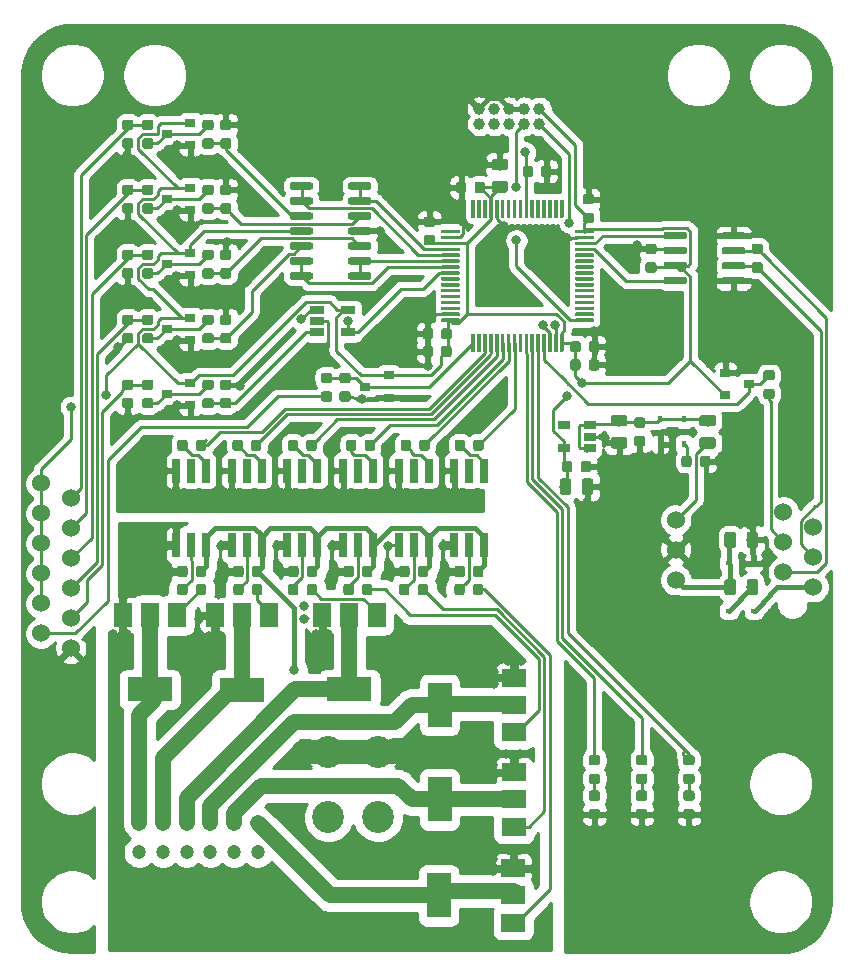
<source format=gbr>
G04 #@! TF.GenerationSoftware,KiCad,Pcbnew,(5.1.4-0)*
G04 #@! TF.CreationDate,2021-02-17T16:02:49+01:00*
G04 #@! TF.ProjectId,cooling control unit,636f6f6c-696e-4672-9063-6f6e74726f6c,rev?*
G04 #@! TF.SameCoordinates,Original*
G04 #@! TF.FileFunction,Copper,L1,Top*
G04 #@! TF.FilePolarity,Positive*
%FSLAX46Y46*%
G04 Gerber Fmt 4.6, Leading zero omitted, Abs format (unit mm)*
G04 Created by KiCad (PCBNEW (5.1.4-0)) date 2021-02-17 16:02:49*
%MOMM*%
%LPD*%
G04 APERTURE LIST*
%ADD10C,0.100000*%
%ADD11C,0.975000*%
%ADD12C,0.875000*%
%ADD13R,1.220000X0.650000*%
%ADD14C,0.600000*%
%ADD15C,2.700000*%
%ADD16R,0.640000X2.000000*%
%ADD17R,2.000000X3.800000*%
%ADD18R,2.000000X1.500000*%
%ADD19C,1.000000*%
%ADD20R,3.800000X2.000000*%
%ADD21R,1.500000X2.000000*%
%ADD22C,1.524000*%
%ADD23C,1.200000*%
%ADD24R,1.060000X0.650000*%
%ADD25C,0.300000*%
%ADD26R,0.900000X0.800000*%
%ADD27R,0.450000X0.600000*%
%ADD28R,0.600000X0.450000*%
%ADD29C,0.800000*%
%ADD30C,0.250000*%
%ADD31C,0.450000*%
%ADD32C,1.350000*%
%ADD33C,2.000000*%
%ADD34C,0.254000*%
G04 APERTURE END LIST*
D10*
G36*
X141688902Y-62096494D02*
G01*
X141712563Y-62100004D01*
X141735767Y-62105816D01*
X141758289Y-62113874D01*
X141779913Y-62124102D01*
X141800430Y-62136399D01*
X141819643Y-62150649D01*
X141837367Y-62166713D01*
X141853431Y-62184437D01*
X141867681Y-62203650D01*
X141879978Y-62224167D01*
X141890206Y-62245791D01*
X141898264Y-62268313D01*
X141904076Y-62291517D01*
X141907586Y-62315178D01*
X141908760Y-62339070D01*
X141908760Y-62826570D01*
X141907586Y-62850462D01*
X141904076Y-62874123D01*
X141898264Y-62897327D01*
X141890206Y-62919849D01*
X141879978Y-62941473D01*
X141867681Y-62961990D01*
X141853431Y-62981203D01*
X141837367Y-62998927D01*
X141819643Y-63014991D01*
X141800430Y-63029241D01*
X141779913Y-63041538D01*
X141758289Y-63051766D01*
X141735767Y-63059824D01*
X141712563Y-63065636D01*
X141688902Y-63069146D01*
X141665010Y-63070320D01*
X140752510Y-63070320D01*
X140728618Y-63069146D01*
X140704957Y-63065636D01*
X140681753Y-63059824D01*
X140659231Y-63051766D01*
X140637607Y-63041538D01*
X140617090Y-63029241D01*
X140597877Y-63014991D01*
X140580153Y-62998927D01*
X140564089Y-62981203D01*
X140549839Y-62961990D01*
X140537542Y-62941473D01*
X140527314Y-62919849D01*
X140519256Y-62897327D01*
X140513444Y-62874123D01*
X140509934Y-62850462D01*
X140508760Y-62826570D01*
X140508760Y-62339070D01*
X140509934Y-62315178D01*
X140513444Y-62291517D01*
X140519256Y-62268313D01*
X140527314Y-62245791D01*
X140537542Y-62224167D01*
X140549839Y-62203650D01*
X140564089Y-62184437D01*
X140580153Y-62166713D01*
X140597877Y-62150649D01*
X140617090Y-62136399D01*
X140637607Y-62124102D01*
X140659231Y-62113874D01*
X140681753Y-62105816D01*
X140704957Y-62100004D01*
X140728618Y-62096494D01*
X140752510Y-62095320D01*
X141665010Y-62095320D01*
X141688902Y-62096494D01*
X141688902Y-62096494D01*
G37*
D11*
X141208760Y-62582820D03*
D10*
G36*
X141688902Y-63971494D02*
G01*
X141712563Y-63975004D01*
X141735767Y-63980816D01*
X141758289Y-63988874D01*
X141779913Y-63999102D01*
X141800430Y-64011399D01*
X141819643Y-64025649D01*
X141837367Y-64041713D01*
X141853431Y-64059437D01*
X141867681Y-64078650D01*
X141879978Y-64099167D01*
X141890206Y-64120791D01*
X141898264Y-64143313D01*
X141904076Y-64166517D01*
X141907586Y-64190178D01*
X141908760Y-64214070D01*
X141908760Y-64701570D01*
X141907586Y-64725462D01*
X141904076Y-64749123D01*
X141898264Y-64772327D01*
X141890206Y-64794849D01*
X141879978Y-64816473D01*
X141867681Y-64836990D01*
X141853431Y-64856203D01*
X141837367Y-64873927D01*
X141819643Y-64889991D01*
X141800430Y-64904241D01*
X141779913Y-64916538D01*
X141758289Y-64926766D01*
X141735767Y-64934824D01*
X141712563Y-64940636D01*
X141688902Y-64944146D01*
X141665010Y-64945320D01*
X140752510Y-64945320D01*
X140728618Y-64944146D01*
X140704957Y-64940636D01*
X140681753Y-64934824D01*
X140659231Y-64926766D01*
X140637607Y-64916538D01*
X140617090Y-64904241D01*
X140597877Y-64889991D01*
X140580153Y-64873927D01*
X140564089Y-64856203D01*
X140549839Y-64836990D01*
X140537542Y-64816473D01*
X140527314Y-64794849D01*
X140519256Y-64772327D01*
X140513444Y-64749123D01*
X140509934Y-64725462D01*
X140508760Y-64701570D01*
X140508760Y-64214070D01*
X140509934Y-64190178D01*
X140513444Y-64166517D01*
X140519256Y-64143313D01*
X140527314Y-64120791D01*
X140537542Y-64099167D01*
X140549839Y-64078650D01*
X140564089Y-64059437D01*
X140580153Y-64041713D01*
X140597877Y-64025649D01*
X140617090Y-64011399D01*
X140637607Y-63999102D01*
X140659231Y-63988874D01*
X140681753Y-63980816D01*
X140704957Y-63975004D01*
X140728618Y-63971494D01*
X140752510Y-63970320D01*
X141665010Y-63970320D01*
X141688902Y-63971494D01*
X141688902Y-63971494D01*
G37*
D11*
X141208760Y-64457820D03*
D10*
G36*
X151780142Y-85651174D02*
G01*
X151803803Y-85654684D01*
X151827007Y-85660496D01*
X151849529Y-85668554D01*
X151871153Y-85678782D01*
X151891670Y-85691079D01*
X151910883Y-85705329D01*
X151928607Y-85721393D01*
X151944671Y-85739117D01*
X151958921Y-85758330D01*
X151971218Y-85778847D01*
X151981446Y-85800471D01*
X151989504Y-85822993D01*
X151995316Y-85846197D01*
X151998826Y-85869858D01*
X152000000Y-85893750D01*
X152000000Y-86381250D01*
X151998826Y-86405142D01*
X151995316Y-86428803D01*
X151989504Y-86452007D01*
X151981446Y-86474529D01*
X151971218Y-86496153D01*
X151958921Y-86516670D01*
X151944671Y-86535883D01*
X151928607Y-86553607D01*
X151910883Y-86569671D01*
X151891670Y-86583921D01*
X151871153Y-86596218D01*
X151849529Y-86606446D01*
X151827007Y-86614504D01*
X151803803Y-86620316D01*
X151780142Y-86623826D01*
X151756250Y-86625000D01*
X150843750Y-86625000D01*
X150819858Y-86623826D01*
X150796197Y-86620316D01*
X150772993Y-86614504D01*
X150750471Y-86606446D01*
X150728847Y-86596218D01*
X150708330Y-86583921D01*
X150689117Y-86569671D01*
X150671393Y-86553607D01*
X150655329Y-86535883D01*
X150641079Y-86516670D01*
X150628782Y-86496153D01*
X150618554Y-86474529D01*
X150610496Y-86452007D01*
X150604684Y-86428803D01*
X150601174Y-86405142D01*
X150600000Y-86381250D01*
X150600000Y-85893750D01*
X150601174Y-85869858D01*
X150604684Y-85846197D01*
X150610496Y-85822993D01*
X150618554Y-85800471D01*
X150628782Y-85778847D01*
X150641079Y-85758330D01*
X150655329Y-85739117D01*
X150671393Y-85721393D01*
X150689117Y-85705329D01*
X150708330Y-85691079D01*
X150728847Y-85678782D01*
X150750471Y-85668554D01*
X150772993Y-85660496D01*
X150796197Y-85654684D01*
X150819858Y-85651174D01*
X150843750Y-85650000D01*
X151756250Y-85650000D01*
X151780142Y-85651174D01*
X151780142Y-85651174D01*
G37*
D11*
X151300000Y-86137500D03*
D10*
G36*
X151780142Y-83776174D02*
G01*
X151803803Y-83779684D01*
X151827007Y-83785496D01*
X151849529Y-83793554D01*
X151871153Y-83803782D01*
X151891670Y-83816079D01*
X151910883Y-83830329D01*
X151928607Y-83846393D01*
X151944671Y-83864117D01*
X151958921Y-83883330D01*
X151971218Y-83903847D01*
X151981446Y-83925471D01*
X151989504Y-83947993D01*
X151995316Y-83971197D01*
X151998826Y-83994858D01*
X152000000Y-84018750D01*
X152000000Y-84506250D01*
X151998826Y-84530142D01*
X151995316Y-84553803D01*
X151989504Y-84577007D01*
X151981446Y-84599529D01*
X151971218Y-84621153D01*
X151958921Y-84641670D01*
X151944671Y-84660883D01*
X151928607Y-84678607D01*
X151910883Y-84694671D01*
X151891670Y-84708921D01*
X151871153Y-84721218D01*
X151849529Y-84731446D01*
X151827007Y-84739504D01*
X151803803Y-84745316D01*
X151780142Y-84748826D01*
X151756250Y-84750000D01*
X150843750Y-84750000D01*
X150819858Y-84748826D01*
X150796197Y-84745316D01*
X150772993Y-84739504D01*
X150750471Y-84731446D01*
X150728847Y-84721218D01*
X150708330Y-84708921D01*
X150689117Y-84694671D01*
X150671393Y-84678607D01*
X150655329Y-84660883D01*
X150641079Y-84641670D01*
X150628782Y-84621153D01*
X150618554Y-84599529D01*
X150610496Y-84577007D01*
X150604684Y-84553803D01*
X150601174Y-84530142D01*
X150600000Y-84506250D01*
X150600000Y-84018750D01*
X150601174Y-83994858D01*
X150604684Y-83971197D01*
X150610496Y-83947993D01*
X150618554Y-83925471D01*
X150628782Y-83903847D01*
X150641079Y-83883330D01*
X150655329Y-83864117D01*
X150671393Y-83846393D01*
X150689117Y-83830329D01*
X150708330Y-83816079D01*
X150728847Y-83803782D01*
X150750471Y-83793554D01*
X150772993Y-83785496D01*
X150796197Y-83779684D01*
X150819858Y-83776174D01*
X150843750Y-83775000D01*
X151756250Y-83775000D01*
X151780142Y-83776174D01*
X151780142Y-83776174D01*
G37*
D11*
X151300000Y-84262500D03*
D10*
G36*
X148905142Y-89151174D02*
G01*
X148928803Y-89154684D01*
X148952007Y-89160496D01*
X148974529Y-89168554D01*
X148996153Y-89178782D01*
X149016670Y-89191079D01*
X149035883Y-89205329D01*
X149053607Y-89221393D01*
X149069671Y-89239117D01*
X149083921Y-89258330D01*
X149096218Y-89278847D01*
X149106446Y-89300471D01*
X149114504Y-89322993D01*
X149120316Y-89346197D01*
X149123826Y-89369858D01*
X149125000Y-89393750D01*
X149125000Y-90306250D01*
X149123826Y-90330142D01*
X149120316Y-90353803D01*
X149114504Y-90377007D01*
X149106446Y-90399529D01*
X149096218Y-90421153D01*
X149083921Y-90441670D01*
X149069671Y-90460883D01*
X149053607Y-90478607D01*
X149035883Y-90494671D01*
X149016670Y-90508921D01*
X148996153Y-90521218D01*
X148974529Y-90531446D01*
X148952007Y-90539504D01*
X148928803Y-90545316D01*
X148905142Y-90548826D01*
X148881250Y-90550000D01*
X148393750Y-90550000D01*
X148369858Y-90548826D01*
X148346197Y-90545316D01*
X148322993Y-90539504D01*
X148300471Y-90531446D01*
X148278847Y-90521218D01*
X148258330Y-90508921D01*
X148239117Y-90494671D01*
X148221393Y-90478607D01*
X148205329Y-90460883D01*
X148191079Y-90441670D01*
X148178782Y-90421153D01*
X148168554Y-90399529D01*
X148160496Y-90377007D01*
X148154684Y-90353803D01*
X148151174Y-90330142D01*
X148150000Y-90306250D01*
X148150000Y-89393750D01*
X148151174Y-89369858D01*
X148154684Y-89346197D01*
X148160496Y-89322993D01*
X148168554Y-89300471D01*
X148178782Y-89278847D01*
X148191079Y-89258330D01*
X148205329Y-89239117D01*
X148221393Y-89221393D01*
X148239117Y-89205329D01*
X148258330Y-89191079D01*
X148278847Y-89178782D01*
X148300471Y-89168554D01*
X148322993Y-89160496D01*
X148346197Y-89154684D01*
X148369858Y-89151174D01*
X148393750Y-89150000D01*
X148881250Y-89150000D01*
X148905142Y-89151174D01*
X148905142Y-89151174D01*
G37*
D11*
X148637500Y-89850000D03*
D10*
G36*
X147030142Y-89151174D02*
G01*
X147053803Y-89154684D01*
X147077007Y-89160496D01*
X147099529Y-89168554D01*
X147121153Y-89178782D01*
X147141670Y-89191079D01*
X147160883Y-89205329D01*
X147178607Y-89221393D01*
X147194671Y-89239117D01*
X147208921Y-89258330D01*
X147221218Y-89278847D01*
X147231446Y-89300471D01*
X147239504Y-89322993D01*
X147245316Y-89346197D01*
X147248826Y-89369858D01*
X147250000Y-89393750D01*
X147250000Y-90306250D01*
X147248826Y-90330142D01*
X147245316Y-90353803D01*
X147239504Y-90377007D01*
X147231446Y-90399529D01*
X147221218Y-90421153D01*
X147208921Y-90441670D01*
X147194671Y-90460883D01*
X147178607Y-90478607D01*
X147160883Y-90494671D01*
X147141670Y-90508921D01*
X147121153Y-90521218D01*
X147099529Y-90531446D01*
X147077007Y-90539504D01*
X147053803Y-90545316D01*
X147030142Y-90548826D01*
X147006250Y-90550000D01*
X146518750Y-90550000D01*
X146494858Y-90548826D01*
X146471197Y-90545316D01*
X146447993Y-90539504D01*
X146425471Y-90531446D01*
X146403847Y-90521218D01*
X146383330Y-90508921D01*
X146364117Y-90494671D01*
X146346393Y-90478607D01*
X146330329Y-90460883D01*
X146316079Y-90441670D01*
X146303782Y-90421153D01*
X146293554Y-90399529D01*
X146285496Y-90377007D01*
X146279684Y-90353803D01*
X146276174Y-90330142D01*
X146275000Y-90306250D01*
X146275000Y-89393750D01*
X146276174Y-89369858D01*
X146279684Y-89346197D01*
X146285496Y-89322993D01*
X146293554Y-89300471D01*
X146303782Y-89278847D01*
X146316079Y-89258330D01*
X146330329Y-89239117D01*
X146346393Y-89221393D01*
X146364117Y-89205329D01*
X146383330Y-89191079D01*
X146403847Y-89178782D01*
X146425471Y-89168554D01*
X146447993Y-89160496D01*
X146471197Y-89154684D01*
X146494858Y-89151174D01*
X146518750Y-89150000D01*
X147006250Y-89150000D01*
X147030142Y-89151174D01*
X147030142Y-89151174D01*
G37*
D11*
X146762500Y-89850000D03*
D10*
G36*
X162855142Y-93651174D02*
G01*
X162878803Y-93654684D01*
X162902007Y-93660496D01*
X162924529Y-93668554D01*
X162946153Y-93678782D01*
X162966670Y-93691079D01*
X162985883Y-93705329D01*
X163003607Y-93721393D01*
X163019671Y-93739117D01*
X163033921Y-93758330D01*
X163046218Y-93778847D01*
X163056446Y-93800471D01*
X163064504Y-93822993D01*
X163070316Y-93846197D01*
X163073826Y-93869858D01*
X163075000Y-93893750D01*
X163075000Y-94806250D01*
X163073826Y-94830142D01*
X163070316Y-94853803D01*
X163064504Y-94877007D01*
X163056446Y-94899529D01*
X163046218Y-94921153D01*
X163033921Y-94941670D01*
X163019671Y-94960883D01*
X163003607Y-94978607D01*
X162985883Y-94994671D01*
X162966670Y-95008921D01*
X162946153Y-95021218D01*
X162924529Y-95031446D01*
X162902007Y-95039504D01*
X162878803Y-95045316D01*
X162855142Y-95048826D01*
X162831250Y-95050000D01*
X162343750Y-95050000D01*
X162319858Y-95048826D01*
X162296197Y-95045316D01*
X162272993Y-95039504D01*
X162250471Y-95031446D01*
X162228847Y-95021218D01*
X162208330Y-95008921D01*
X162189117Y-94994671D01*
X162171393Y-94978607D01*
X162155329Y-94960883D01*
X162141079Y-94941670D01*
X162128782Y-94921153D01*
X162118554Y-94899529D01*
X162110496Y-94877007D01*
X162104684Y-94853803D01*
X162101174Y-94830142D01*
X162100000Y-94806250D01*
X162100000Y-93893750D01*
X162101174Y-93869858D01*
X162104684Y-93846197D01*
X162110496Y-93822993D01*
X162118554Y-93800471D01*
X162128782Y-93778847D01*
X162141079Y-93758330D01*
X162155329Y-93739117D01*
X162171393Y-93721393D01*
X162189117Y-93705329D01*
X162208330Y-93691079D01*
X162228847Y-93678782D01*
X162250471Y-93668554D01*
X162272993Y-93660496D01*
X162296197Y-93654684D01*
X162319858Y-93651174D01*
X162343750Y-93650000D01*
X162831250Y-93650000D01*
X162855142Y-93651174D01*
X162855142Y-93651174D01*
G37*
D11*
X162587500Y-94350000D03*
D10*
G36*
X160980142Y-93651174D02*
G01*
X161003803Y-93654684D01*
X161027007Y-93660496D01*
X161049529Y-93668554D01*
X161071153Y-93678782D01*
X161091670Y-93691079D01*
X161110883Y-93705329D01*
X161128607Y-93721393D01*
X161144671Y-93739117D01*
X161158921Y-93758330D01*
X161171218Y-93778847D01*
X161181446Y-93800471D01*
X161189504Y-93822993D01*
X161195316Y-93846197D01*
X161198826Y-93869858D01*
X161200000Y-93893750D01*
X161200000Y-94806250D01*
X161198826Y-94830142D01*
X161195316Y-94853803D01*
X161189504Y-94877007D01*
X161181446Y-94899529D01*
X161171218Y-94921153D01*
X161158921Y-94941670D01*
X161144671Y-94960883D01*
X161128607Y-94978607D01*
X161110883Y-94994671D01*
X161091670Y-95008921D01*
X161071153Y-95021218D01*
X161049529Y-95031446D01*
X161027007Y-95039504D01*
X161003803Y-95045316D01*
X160980142Y-95048826D01*
X160956250Y-95050000D01*
X160468750Y-95050000D01*
X160444858Y-95048826D01*
X160421197Y-95045316D01*
X160397993Y-95039504D01*
X160375471Y-95031446D01*
X160353847Y-95021218D01*
X160333330Y-95008921D01*
X160314117Y-94994671D01*
X160296393Y-94978607D01*
X160280329Y-94960883D01*
X160266079Y-94941670D01*
X160253782Y-94921153D01*
X160243554Y-94899529D01*
X160235496Y-94877007D01*
X160229684Y-94853803D01*
X160226174Y-94830142D01*
X160225000Y-94806250D01*
X160225000Y-93893750D01*
X160226174Y-93869858D01*
X160229684Y-93846197D01*
X160235496Y-93822993D01*
X160243554Y-93800471D01*
X160253782Y-93778847D01*
X160266079Y-93758330D01*
X160280329Y-93739117D01*
X160296393Y-93721393D01*
X160314117Y-93705329D01*
X160333330Y-93691079D01*
X160353847Y-93678782D01*
X160375471Y-93668554D01*
X160397993Y-93660496D01*
X160421197Y-93654684D01*
X160444858Y-93651174D01*
X160468750Y-93650000D01*
X160956250Y-93650000D01*
X160980142Y-93651174D01*
X160980142Y-93651174D01*
G37*
D11*
X160712500Y-94350000D03*
D10*
G36*
X114570571Y-98078053D02*
G01*
X114591806Y-98081203D01*
X114612630Y-98086419D01*
X114632842Y-98093651D01*
X114652248Y-98102830D01*
X114670661Y-98113866D01*
X114687904Y-98126654D01*
X114703810Y-98141070D01*
X114718226Y-98156976D01*
X114731014Y-98174219D01*
X114742050Y-98192632D01*
X114751229Y-98212038D01*
X114758461Y-98232250D01*
X114763677Y-98253074D01*
X114766827Y-98274309D01*
X114767880Y-98295750D01*
X114767880Y-98808250D01*
X114766827Y-98829691D01*
X114763677Y-98850926D01*
X114758461Y-98871750D01*
X114751229Y-98891962D01*
X114742050Y-98911368D01*
X114731014Y-98929781D01*
X114718226Y-98947024D01*
X114703810Y-98962930D01*
X114687904Y-98977346D01*
X114670661Y-98990134D01*
X114652248Y-99001170D01*
X114632842Y-99010349D01*
X114612630Y-99017581D01*
X114591806Y-99022797D01*
X114570571Y-99025947D01*
X114549130Y-99027000D01*
X114111630Y-99027000D01*
X114090189Y-99025947D01*
X114068954Y-99022797D01*
X114048130Y-99017581D01*
X114027918Y-99010349D01*
X114008512Y-99001170D01*
X113990099Y-98990134D01*
X113972856Y-98977346D01*
X113956950Y-98962930D01*
X113942534Y-98947024D01*
X113929746Y-98929781D01*
X113918710Y-98911368D01*
X113909531Y-98891962D01*
X113902299Y-98871750D01*
X113897083Y-98850926D01*
X113893933Y-98829691D01*
X113892880Y-98808250D01*
X113892880Y-98295750D01*
X113893933Y-98274309D01*
X113897083Y-98253074D01*
X113902299Y-98232250D01*
X113909531Y-98212038D01*
X113918710Y-98192632D01*
X113929746Y-98174219D01*
X113942534Y-98156976D01*
X113956950Y-98141070D01*
X113972856Y-98126654D01*
X113990099Y-98113866D01*
X114008512Y-98102830D01*
X114027918Y-98093651D01*
X114048130Y-98086419D01*
X114068954Y-98081203D01*
X114090189Y-98078053D01*
X114111630Y-98077000D01*
X114549130Y-98077000D01*
X114570571Y-98078053D01*
X114570571Y-98078053D01*
G37*
D12*
X114330380Y-98552000D03*
D10*
G36*
X116145571Y-98078053D02*
G01*
X116166806Y-98081203D01*
X116187630Y-98086419D01*
X116207842Y-98093651D01*
X116227248Y-98102830D01*
X116245661Y-98113866D01*
X116262904Y-98126654D01*
X116278810Y-98141070D01*
X116293226Y-98156976D01*
X116306014Y-98174219D01*
X116317050Y-98192632D01*
X116326229Y-98212038D01*
X116333461Y-98232250D01*
X116338677Y-98253074D01*
X116341827Y-98274309D01*
X116342880Y-98295750D01*
X116342880Y-98808250D01*
X116341827Y-98829691D01*
X116338677Y-98850926D01*
X116333461Y-98871750D01*
X116326229Y-98891962D01*
X116317050Y-98911368D01*
X116306014Y-98929781D01*
X116293226Y-98947024D01*
X116278810Y-98962930D01*
X116262904Y-98977346D01*
X116245661Y-98990134D01*
X116227248Y-99001170D01*
X116207842Y-99010349D01*
X116187630Y-99017581D01*
X116166806Y-99022797D01*
X116145571Y-99025947D01*
X116124130Y-99027000D01*
X115686630Y-99027000D01*
X115665189Y-99025947D01*
X115643954Y-99022797D01*
X115623130Y-99017581D01*
X115602918Y-99010349D01*
X115583512Y-99001170D01*
X115565099Y-98990134D01*
X115547856Y-98977346D01*
X115531950Y-98962930D01*
X115517534Y-98947024D01*
X115504746Y-98929781D01*
X115493710Y-98911368D01*
X115484531Y-98891962D01*
X115477299Y-98871750D01*
X115472083Y-98850926D01*
X115468933Y-98829691D01*
X115467880Y-98808250D01*
X115467880Y-98295750D01*
X115468933Y-98274309D01*
X115472083Y-98253074D01*
X115477299Y-98232250D01*
X115484531Y-98212038D01*
X115493710Y-98192632D01*
X115504746Y-98174219D01*
X115517534Y-98156976D01*
X115531950Y-98141070D01*
X115547856Y-98126654D01*
X115565099Y-98113866D01*
X115583512Y-98102830D01*
X115602918Y-98093651D01*
X115623130Y-98086419D01*
X115643954Y-98081203D01*
X115665189Y-98078053D01*
X115686630Y-98077000D01*
X116124130Y-98077000D01*
X116145571Y-98078053D01*
X116145571Y-98078053D01*
G37*
D12*
X115905380Y-98552000D03*
D13*
X128360800Y-74894400D03*
X128360800Y-76794400D03*
X125740800Y-76794400D03*
X125740800Y-75844400D03*
X125740800Y-74894400D03*
D10*
G36*
X130187703Y-64089722D02*
G01*
X130202264Y-64091882D01*
X130216543Y-64095459D01*
X130230403Y-64100418D01*
X130243710Y-64106712D01*
X130256336Y-64114280D01*
X130268159Y-64123048D01*
X130279066Y-64132934D01*
X130288952Y-64143841D01*
X130297720Y-64155664D01*
X130305288Y-64168290D01*
X130311582Y-64181597D01*
X130316541Y-64195457D01*
X130320118Y-64209736D01*
X130322278Y-64224297D01*
X130323000Y-64239000D01*
X130323000Y-64539000D01*
X130322278Y-64553703D01*
X130320118Y-64568264D01*
X130316541Y-64582543D01*
X130311582Y-64596403D01*
X130305288Y-64609710D01*
X130297720Y-64622336D01*
X130288952Y-64634159D01*
X130279066Y-64645066D01*
X130268159Y-64654952D01*
X130256336Y-64663720D01*
X130243710Y-64671288D01*
X130230403Y-64677582D01*
X130216543Y-64682541D01*
X130202264Y-64686118D01*
X130187703Y-64688278D01*
X130173000Y-64689000D01*
X128523000Y-64689000D01*
X128508297Y-64688278D01*
X128493736Y-64686118D01*
X128479457Y-64682541D01*
X128465597Y-64677582D01*
X128452290Y-64671288D01*
X128439664Y-64663720D01*
X128427841Y-64654952D01*
X128416934Y-64645066D01*
X128407048Y-64634159D01*
X128398280Y-64622336D01*
X128390712Y-64609710D01*
X128384418Y-64596403D01*
X128379459Y-64582543D01*
X128375882Y-64568264D01*
X128373722Y-64553703D01*
X128373000Y-64539000D01*
X128373000Y-64239000D01*
X128373722Y-64224297D01*
X128375882Y-64209736D01*
X128379459Y-64195457D01*
X128384418Y-64181597D01*
X128390712Y-64168290D01*
X128398280Y-64155664D01*
X128407048Y-64143841D01*
X128416934Y-64132934D01*
X128427841Y-64123048D01*
X128439664Y-64114280D01*
X128452290Y-64106712D01*
X128465597Y-64100418D01*
X128479457Y-64095459D01*
X128493736Y-64091882D01*
X128508297Y-64089722D01*
X128523000Y-64089000D01*
X130173000Y-64089000D01*
X130187703Y-64089722D01*
X130187703Y-64089722D01*
G37*
D14*
X129348000Y-64389000D03*
D10*
G36*
X130187703Y-65359722D02*
G01*
X130202264Y-65361882D01*
X130216543Y-65365459D01*
X130230403Y-65370418D01*
X130243710Y-65376712D01*
X130256336Y-65384280D01*
X130268159Y-65393048D01*
X130279066Y-65402934D01*
X130288952Y-65413841D01*
X130297720Y-65425664D01*
X130305288Y-65438290D01*
X130311582Y-65451597D01*
X130316541Y-65465457D01*
X130320118Y-65479736D01*
X130322278Y-65494297D01*
X130323000Y-65509000D01*
X130323000Y-65809000D01*
X130322278Y-65823703D01*
X130320118Y-65838264D01*
X130316541Y-65852543D01*
X130311582Y-65866403D01*
X130305288Y-65879710D01*
X130297720Y-65892336D01*
X130288952Y-65904159D01*
X130279066Y-65915066D01*
X130268159Y-65924952D01*
X130256336Y-65933720D01*
X130243710Y-65941288D01*
X130230403Y-65947582D01*
X130216543Y-65952541D01*
X130202264Y-65956118D01*
X130187703Y-65958278D01*
X130173000Y-65959000D01*
X128523000Y-65959000D01*
X128508297Y-65958278D01*
X128493736Y-65956118D01*
X128479457Y-65952541D01*
X128465597Y-65947582D01*
X128452290Y-65941288D01*
X128439664Y-65933720D01*
X128427841Y-65924952D01*
X128416934Y-65915066D01*
X128407048Y-65904159D01*
X128398280Y-65892336D01*
X128390712Y-65879710D01*
X128384418Y-65866403D01*
X128379459Y-65852543D01*
X128375882Y-65838264D01*
X128373722Y-65823703D01*
X128373000Y-65809000D01*
X128373000Y-65509000D01*
X128373722Y-65494297D01*
X128375882Y-65479736D01*
X128379459Y-65465457D01*
X128384418Y-65451597D01*
X128390712Y-65438290D01*
X128398280Y-65425664D01*
X128407048Y-65413841D01*
X128416934Y-65402934D01*
X128427841Y-65393048D01*
X128439664Y-65384280D01*
X128452290Y-65376712D01*
X128465597Y-65370418D01*
X128479457Y-65365459D01*
X128493736Y-65361882D01*
X128508297Y-65359722D01*
X128523000Y-65359000D01*
X130173000Y-65359000D01*
X130187703Y-65359722D01*
X130187703Y-65359722D01*
G37*
D14*
X129348000Y-65659000D03*
D10*
G36*
X130187703Y-66629722D02*
G01*
X130202264Y-66631882D01*
X130216543Y-66635459D01*
X130230403Y-66640418D01*
X130243710Y-66646712D01*
X130256336Y-66654280D01*
X130268159Y-66663048D01*
X130279066Y-66672934D01*
X130288952Y-66683841D01*
X130297720Y-66695664D01*
X130305288Y-66708290D01*
X130311582Y-66721597D01*
X130316541Y-66735457D01*
X130320118Y-66749736D01*
X130322278Y-66764297D01*
X130323000Y-66779000D01*
X130323000Y-67079000D01*
X130322278Y-67093703D01*
X130320118Y-67108264D01*
X130316541Y-67122543D01*
X130311582Y-67136403D01*
X130305288Y-67149710D01*
X130297720Y-67162336D01*
X130288952Y-67174159D01*
X130279066Y-67185066D01*
X130268159Y-67194952D01*
X130256336Y-67203720D01*
X130243710Y-67211288D01*
X130230403Y-67217582D01*
X130216543Y-67222541D01*
X130202264Y-67226118D01*
X130187703Y-67228278D01*
X130173000Y-67229000D01*
X128523000Y-67229000D01*
X128508297Y-67228278D01*
X128493736Y-67226118D01*
X128479457Y-67222541D01*
X128465597Y-67217582D01*
X128452290Y-67211288D01*
X128439664Y-67203720D01*
X128427841Y-67194952D01*
X128416934Y-67185066D01*
X128407048Y-67174159D01*
X128398280Y-67162336D01*
X128390712Y-67149710D01*
X128384418Y-67136403D01*
X128379459Y-67122543D01*
X128375882Y-67108264D01*
X128373722Y-67093703D01*
X128373000Y-67079000D01*
X128373000Y-66779000D01*
X128373722Y-66764297D01*
X128375882Y-66749736D01*
X128379459Y-66735457D01*
X128384418Y-66721597D01*
X128390712Y-66708290D01*
X128398280Y-66695664D01*
X128407048Y-66683841D01*
X128416934Y-66672934D01*
X128427841Y-66663048D01*
X128439664Y-66654280D01*
X128452290Y-66646712D01*
X128465597Y-66640418D01*
X128479457Y-66635459D01*
X128493736Y-66631882D01*
X128508297Y-66629722D01*
X128523000Y-66629000D01*
X130173000Y-66629000D01*
X130187703Y-66629722D01*
X130187703Y-66629722D01*
G37*
D14*
X129348000Y-66929000D03*
D10*
G36*
X130187703Y-67899722D02*
G01*
X130202264Y-67901882D01*
X130216543Y-67905459D01*
X130230403Y-67910418D01*
X130243710Y-67916712D01*
X130256336Y-67924280D01*
X130268159Y-67933048D01*
X130279066Y-67942934D01*
X130288952Y-67953841D01*
X130297720Y-67965664D01*
X130305288Y-67978290D01*
X130311582Y-67991597D01*
X130316541Y-68005457D01*
X130320118Y-68019736D01*
X130322278Y-68034297D01*
X130323000Y-68049000D01*
X130323000Y-68349000D01*
X130322278Y-68363703D01*
X130320118Y-68378264D01*
X130316541Y-68392543D01*
X130311582Y-68406403D01*
X130305288Y-68419710D01*
X130297720Y-68432336D01*
X130288952Y-68444159D01*
X130279066Y-68455066D01*
X130268159Y-68464952D01*
X130256336Y-68473720D01*
X130243710Y-68481288D01*
X130230403Y-68487582D01*
X130216543Y-68492541D01*
X130202264Y-68496118D01*
X130187703Y-68498278D01*
X130173000Y-68499000D01*
X128523000Y-68499000D01*
X128508297Y-68498278D01*
X128493736Y-68496118D01*
X128479457Y-68492541D01*
X128465597Y-68487582D01*
X128452290Y-68481288D01*
X128439664Y-68473720D01*
X128427841Y-68464952D01*
X128416934Y-68455066D01*
X128407048Y-68444159D01*
X128398280Y-68432336D01*
X128390712Y-68419710D01*
X128384418Y-68406403D01*
X128379459Y-68392543D01*
X128375882Y-68378264D01*
X128373722Y-68363703D01*
X128373000Y-68349000D01*
X128373000Y-68049000D01*
X128373722Y-68034297D01*
X128375882Y-68019736D01*
X128379459Y-68005457D01*
X128384418Y-67991597D01*
X128390712Y-67978290D01*
X128398280Y-67965664D01*
X128407048Y-67953841D01*
X128416934Y-67942934D01*
X128427841Y-67933048D01*
X128439664Y-67924280D01*
X128452290Y-67916712D01*
X128465597Y-67910418D01*
X128479457Y-67905459D01*
X128493736Y-67901882D01*
X128508297Y-67899722D01*
X128523000Y-67899000D01*
X130173000Y-67899000D01*
X130187703Y-67899722D01*
X130187703Y-67899722D01*
G37*
D14*
X129348000Y-68199000D03*
D10*
G36*
X130187703Y-69169722D02*
G01*
X130202264Y-69171882D01*
X130216543Y-69175459D01*
X130230403Y-69180418D01*
X130243710Y-69186712D01*
X130256336Y-69194280D01*
X130268159Y-69203048D01*
X130279066Y-69212934D01*
X130288952Y-69223841D01*
X130297720Y-69235664D01*
X130305288Y-69248290D01*
X130311582Y-69261597D01*
X130316541Y-69275457D01*
X130320118Y-69289736D01*
X130322278Y-69304297D01*
X130323000Y-69319000D01*
X130323000Y-69619000D01*
X130322278Y-69633703D01*
X130320118Y-69648264D01*
X130316541Y-69662543D01*
X130311582Y-69676403D01*
X130305288Y-69689710D01*
X130297720Y-69702336D01*
X130288952Y-69714159D01*
X130279066Y-69725066D01*
X130268159Y-69734952D01*
X130256336Y-69743720D01*
X130243710Y-69751288D01*
X130230403Y-69757582D01*
X130216543Y-69762541D01*
X130202264Y-69766118D01*
X130187703Y-69768278D01*
X130173000Y-69769000D01*
X128523000Y-69769000D01*
X128508297Y-69768278D01*
X128493736Y-69766118D01*
X128479457Y-69762541D01*
X128465597Y-69757582D01*
X128452290Y-69751288D01*
X128439664Y-69743720D01*
X128427841Y-69734952D01*
X128416934Y-69725066D01*
X128407048Y-69714159D01*
X128398280Y-69702336D01*
X128390712Y-69689710D01*
X128384418Y-69676403D01*
X128379459Y-69662543D01*
X128375882Y-69648264D01*
X128373722Y-69633703D01*
X128373000Y-69619000D01*
X128373000Y-69319000D01*
X128373722Y-69304297D01*
X128375882Y-69289736D01*
X128379459Y-69275457D01*
X128384418Y-69261597D01*
X128390712Y-69248290D01*
X128398280Y-69235664D01*
X128407048Y-69223841D01*
X128416934Y-69212934D01*
X128427841Y-69203048D01*
X128439664Y-69194280D01*
X128452290Y-69186712D01*
X128465597Y-69180418D01*
X128479457Y-69175459D01*
X128493736Y-69171882D01*
X128508297Y-69169722D01*
X128523000Y-69169000D01*
X130173000Y-69169000D01*
X130187703Y-69169722D01*
X130187703Y-69169722D01*
G37*
D14*
X129348000Y-69469000D03*
D10*
G36*
X130187703Y-70439722D02*
G01*
X130202264Y-70441882D01*
X130216543Y-70445459D01*
X130230403Y-70450418D01*
X130243710Y-70456712D01*
X130256336Y-70464280D01*
X130268159Y-70473048D01*
X130279066Y-70482934D01*
X130288952Y-70493841D01*
X130297720Y-70505664D01*
X130305288Y-70518290D01*
X130311582Y-70531597D01*
X130316541Y-70545457D01*
X130320118Y-70559736D01*
X130322278Y-70574297D01*
X130323000Y-70589000D01*
X130323000Y-70889000D01*
X130322278Y-70903703D01*
X130320118Y-70918264D01*
X130316541Y-70932543D01*
X130311582Y-70946403D01*
X130305288Y-70959710D01*
X130297720Y-70972336D01*
X130288952Y-70984159D01*
X130279066Y-70995066D01*
X130268159Y-71004952D01*
X130256336Y-71013720D01*
X130243710Y-71021288D01*
X130230403Y-71027582D01*
X130216543Y-71032541D01*
X130202264Y-71036118D01*
X130187703Y-71038278D01*
X130173000Y-71039000D01*
X128523000Y-71039000D01*
X128508297Y-71038278D01*
X128493736Y-71036118D01*
X128479457Y-71032541D01*
X128465597Y-71027582D01*
X128452290Y-71021288D01*
X128439664Y-71013720D01*
X128427841Y-71004952D01*
X128416934Y-70995066D01*
X128407048Y-70984159D01*
X128398280Y-70972336D01*
X128390712Y-70959710D01*
X128384418Y-70946403D01*
X128379459Y-70932543D01*
X128375882Y-70918264D01*
X128373722Y-70903703D01*
X128373000Y-70889000D01*
X128373000Y-70589000D01*
X128373722Y-70574297D01*
X128375882Y-70559736D01*
X128379459Y-70545457D01*
X128384418Y-70531597D01*
X128390712Y-70518290D01*
X128398280Y-70505664D01*
X128407048Y-70493841D01*
X128416934Y-70482934D01*
X128427841Y-70473048D01*
X128439664Y-70464280D01*
X128452290Y-70456712D01*
X128465597Y-70450418D01*
X128479457Y-70445459D01*
X128493736Y-70441882D01*
X128508297Y-70439722D01*
X128523000Y-70439000D01*
X130173000Y-70439000D01*
X130187703Y-70439722D01*
X130187703Y-70439722D01*
G37*
D14*
X129348000Y-70739000D03*
D10*
G36*
X130187703Y-71709722D02*
G01*
X130202264Y-71711882D01*
X130216543Y-71715459D01*
X130230403Y-71720418D01*
X130243710Y-71726712D01*
X130256336Y-71734280D01*
X130268159Y-71743048D01*
X130279066Y-71752934D01*
X130288952Y-71763841D01*
X130297720Y-71775664D01*
X130305288Y-71788290D01*
X130311582Y-71801597D01*
X130316541Y-71815457D01*
X130320118Y-71829736D01*
X130322278Y-71844297D01*
X130323000Y-71859000D01*
X130323000Y-72159000D01*
X130322278Y-72173703D01*
X130320118Y-72188264D01*
X130316541Y-72202543D01*
X130311582Y-72216403D01*
X130305288Y-72229710D01*
X130297720Y-72242336D01*
X130288952Y-72254159D01*
X130279066Y-72265066D01*
X130268159Y-72274952D01*
X130256336Y-72283720D01*
X130243710Y-72291288D01*
X130230403Y-72297582D01*
X130216543Y-72302541D01*
X130202264Y-72306118D01*
X130187703Y-72308278D01*
X130173000Y-72309000D01*
X128523000Y-72309000D01*
X128508297Y-72308278D01*
X128493736Y-72306118D01*
X128479457Y-72302541D01*
X128465597Y-72297582D01*
X128452290Y-72291288D01*
X128439664Y-72283720D01*
X128427841Y-72274952D01*
X128416934Y-72265066D01*
X128407048Y-72254159D01*
X128398280Y-72242336D01*
X128390712Y-72229710D01*
X128384418Y-72216403D01*
X128379459Y-72202543D01*
X128375882Y-72188264D01*
X128373722Y-72173703D01*
X128373000Y-72159000D01*
X128373000Y-71859000D01*
X128373722Y-71844297D01*
X128375882Y-71829736D01*
X128379459Y-71815457D01*
X128384418Y-71801597D01*
X128390712Y-71788290D01*
X128398280Y-71775664D01*
X128407048Y-71763841D01*
X128416934Y-71752934D01*
X128427841Y-71743048D01*
X128439664Y-71734280D01*
X128452290Y-71726712D01*
X128465597Y-71720418D01*
X128479457Y-71715459D01*
X128493736Y-71711882D01*
X128508297Y-71709722D01*
X128523000Y-71709000D01*
X130173000Y-71709000D01*
X130187703Y-71709722D01*
X130187703Y-71709722D01*
G37*
D14*
X129348000Y-72009000D03*
D10*
G36*
X125237703Y-71709722D02*
G01*
X125252264Y-71711882D01*
X125266543Y-71715459D01*
X125280403Y-71720418D01*
X125293710Y-71726712D01*
X125306336Y-71734280D01*
X125318159Y-71743048D01*
X125329066Y-71752934D01*
X125338952Y-71763841D01*
X125347720Y-71775664D01*
X125355288Y-71788290D01*
X125361582Y-71801597D01*
X125366541Y-71815457D01*
X125370118Y-71829736D01*
X125372278Y-71844297D01*
X125373000Y-71859000D01*
X125373000Y-72159000D01*
X125372278Y-72173703D01*
X125370118Y-72188264D01*
X125366541Y-72202543D01*
X125361582Y-72216403D01*
X125355288Y-72229710D01*
X125347720Y-72242336D01*
X125338952Y-72254159D01*
X125329066Y-72265066D01*
X125318159Y-72274952D01*
X125306336Y-72283720D01*
X125293710Y-72291288D01*
X125280403Y-72297582D01*
X125266543Y-72302541D01*
X125252264Y-72306118D01*
X125237703Y-72308278D01*
X125223000Y-72309000D01*
X123573000Y-72309000D01*
X123558297Y-72308278D01*
X123543736Y-72306118D01*
X123529457Y-72302541D01*
X123515597Y-72297582D01*
X123502290Y-72291288D01*
X123489664Y-72283720D01*
X123477841Y-72274952D01*
X123466934Y-72265066D01*
X123457048Y-72254159D01*
X123448280Y-72242336D01*
X123440712Y-72229710D01*
X123434418Y-72216403D01*
X123429459Y-72202543D01*
X123425882Y-72188264D01*
X123423722Y-72173703D01*
X123423000Y-72159000D01*
X123423000Y-71859000D01*
X123423722Y-71844297D01*
X123425882Y-71829736D01*
X123429459Y-71815457D01*
X123434418Y-71801597D01*
X123440712Y-71788290D01*
X123448280Y-71775664D01*
X123457048Y-71763841D01*
X123466934Y-71752934D01*
X123477841Y-71743048D01*
X123489664Y-71734280D01*
X123502290Y-71726712D01*
X123515597Y-71720418D01*
X123529457Y-71715459D01*
X123543736Y-71711882D01*
X123558297Y-71709722D01*
X123573000Y-71709000D01*
X125223000Y-71709000D01*
X125237703Y-71709722D01*
X125237703Y-71709722D01*
G37*
D14*
X124398000Y-72009000D03*
D10*
G36*
X125237703Y-70439722D02*
G01*
X125252264Y-70441882D01*
X125266543Y-70445459D01*
X125280403Y-70450418D01*
X125293710Y-70456712D01*
X125306336Y-70464280D01*
X125318159Y-70473048D01*
X125329066Y-70482934D01*
X125338952Y-70493841D01*
X125347720Y-70505664D01*
X125355288Y-70518290D01*
X125361582Y-70531597D01*
X125366541Y-70545457D01*
X125370118Y-70559736D01*
X125372278Y-70574297D01*
X125373000Y-70589000D01*
X125373000Y-70889000D01*
X125372278Y-70903703D01*
X125370118Y-70918264D01*
X125366541Y-70932543D01*
X125361582Y-70946403D01*
X125355288Y-70959710D01*
X125347720Y-70972336D01*
X125338952Y-70984159D01*
X125329066Y-70995066D01*
X125318159Y-71004952D01*
X125306336Y-71013720D01*
X125293710Y-71021288D01*
X125280403Y-71027582D01*
X125266543Y-71032541D01*
X125252264Y-71036118D01*
X125237703Y-71038278D01*
X125223000Y-71039000D01*
X123573000Y-71039000D01*
X123558297Y-71038278D01*
X123543736Y-71036118D01*
X123529457Y-71032541D01*
X123515597Y-71027582D01*
X123502290Y-71021288D01*
X123489664Y-71013720D01*
X123477841Y-71004952D01*
X123466934Y-70995066D01*
X123457048Y-70984159D01*
X123448280Y-70972336D01*
X123440712Y-70959710D01*
X123434418Y-70946403D01*
X123429459Y-70932543D01*
X123425882Y-70918264D01*
X123423722Y-70903703D01*
X123423000Y-70889000D01*
X123423000Y-70589000D01*
X123423722Y-70574297D01*
X123425882Y-70559736D01*
X123429459Y-70545457D01*
X123434418Y-70531597D01*
X123440712Y-70518290D01*
X123448280Y-70505664D01*
X123457048Y-70493841D01*
X123466934Y-70482934D01*
X123477841Y-70473048D01*
X123489664Y-70464280D01*
X123502290Y-70456712D01*
X123515597Y-70450418D01*
X123529457Y-70445459D01*
X123543736Y-70441882D01*
X123558297Y-70439722D01*
X123573000Y-70439000D01*
X125223000Y-70439000D01*
X125237703Y-70439722D01*
X125237703Y-70439722D01*
G37*
D14*
X124398000Y-70739000D03*
D10*
G36*
X125237703Y-69169722D02*
G01*
X125252264Y-69171882D01*
X125266543Y-69175459D01*
X125280403Y-69180418D01*
X125293710Y-69186712D01*
X125306336Y-69194280D01*
X125318159Y-69203048D01*
X125329066Y-69212934D01*
X125338952Y-69223841D01*
X125347720Y-69235664D01*
X125355288Y-69248290D01*
X125361582Y-69261597D01*
X125366541Y-69275457D01*
X125370118Y-69289736D01*
X125372278Y-69304297D01*
X125373000Y-69319000D01*
X125373000Y-69619000D01*
X125372278Y-69633703D01*
X125370118Y-69648264D01*
X125366541Y-69662543D01*
X125361582Y-69676403D01*
X125355288Y-69689710D01*
X125347720Y-69702336D01*
X125338952Y-69714159D01*
X125329066Y-69725066D01*
X125318159Y-69734952D01*
X125306336Y-69743720D01*
X125293710Y-69751288D01*
X125280403Y-69757582D01*
X125266543Y-69762541D01*
X125252264Y-69766118D01*
X125237703Y-69768278D01*
X125223000Y-69769000D01*
X123573000Y-69769000D01*
X123558297Y-69768278D01*
X123543736Y-69766118D01*
X123529457Y-69762541D01*
X123515597Y-69757582D01*
X123502290Y-69751288D01*
X123489664Y-69743720D01*
X123477841Y-69734952D01*
X123466934Y-69725066D01*
X123457048Y-69714159D01*
X123448280Y-69702336D01*
X123440712Y-69689710D01*
X123434418Y-69676403D01*
X123429459Y-69662543D01*
X123425882Y-69648264D01*
X123423722Y-69633703D01*
X123423000Y-69619000D01*
X123423000Y-69319000D01*
X123423722Y-69304297D01*
X123425882Y-69289736D01*
X123429459Y-69275457D01*
X123434418Y-69261597D01*
X123440712Y-69248290D01*
X123448280Y-69235664D01*
X123457048Y-69223841D01*
X123466934Y-69212934D01*
X123477841Y-69203048D01*
X123489664Y-69194280D01*
X123502290Y-69186712D01*
X123515597Y-69180418D01*
X123529457Y-69175459D01*
X123543736Y-69171882D01*
X123558297Y-69169722D01*
X123573000Y-69169000D01*
X125223000Y-69169000D01*
X125237703Y-69169722D01*
X125237703Y-69169722D01*
G37*
D14*
X124398000Y-69469000D03*
D10*
G36*
X125237703Y-67899722D02*
G01*
X125252264Y-67901882D01*
X125266543Y-67905459D01*
X125280403Y-67910418D01*
X125293710Y-67916712D01*
X125306336Y-67924280D01*
X125318159Y-67933048D01*
X125329066Y-67942934D01*
X125338952Y-67953841D01*
X125347720Y-67965664D01*
X125355288Y-67978290D01*
X125361582Y-67991597D01*
X125366541Y-68005457D01*
X125370118Y-68019736D01*
X125372278Y-68034297D01*
X125373000Y-68049000D01*
X125373000Y-68349000D01*
X125372278Y-68363703D01*
X125370118Y-68378264D01*
X125366541Y-68392543D01*
X125361582Y-68406403D01*
X125355288Y-68419710D01*
X125347720Y-68432336D01*
X125338952Y-68444159D01*
X125329066Y-68455066D01*
X125318159Y-68464952D01*
X125306336Y-68473720D01*
X125293710Y-68481288D01*
X125280403Y-68487582D01*
X125266543Y-68492541D01*
X125252264Y-68496118D01*
X125237703Y-68498278D01*
X125223000Y-68499000D01*
X123573000Y-68499000D01*
X123558297Y-68498278D01*
X123543736Y-68496118D01*
X123529457Y-68492541D01*
X123515597Y-68487582D01*
X123502290Y-68481288D01*
X123489664Y-68473720D01*
X123477841Y-68464952D01*
X123466934Y-68455066D01*
X123457048Y-68444159D01*
X123448280Y-68432336D01*
X123440712Y-68419710D01*
X123434418Y-68406403D01*
X123429459Y-68392543D01*
X123425882Y-68378264D01*
X123423722Y-68363703D01*
X123423000Y-68349000D01*
X123423000Y-68049000D01*
X123423722Y-68034297D01*
X123425882Y-68019736D01*
X123429459Y-68005457D01*
X123434418Y-67991597D01*
X123440712Y-67978290D01*
X123448280Y-67965664D01*
X123457048Y-67953841D01*
X123466934Y-67942934D01*
X123477841Y-67933048D01*
X123489664Y-67924280D01*
X123502290Y-67916712D01*
X123515597Y-67910418D01*
X123529457Y-67905459D01*
X123543736Y-67901882D01*
X123558297Y-67899722D01*
X123573000Y-67899000D01*
X125223000Y-67899000D01*
X125237703Y-67899722D01*
X125237703Y-67899722D01*
G37*
D14*
X124398000Y-68199000D03*
D10*
G36*
X125237703Y-66629722D02*
G01*
X125252264Y-66631882D01*
X125266543Y-66635459D01*
X125280403Y-66640418D01*
X125293710Y-66646712D01*
X125306336Y-66654280D01*
X125318159Y-66663048D01*
X125329066Y-66672934D01*
X125338952Y-66683841D01*
X125347720Y-66695664D01*
X125355288Y-66708290D01*
X125361582Y-66721597D01*
X125366541Y-66735457D01*
X125370118Y-66749736D01*
X125372278Y-66764297D01*
X125373000Y-66779000D01*
X125373000Y-67079000D01*
X125372278Y-67093703D01*
X125370118Y-67108264D01*
X125366541Y-67122543D01*
X125361582Y-67136403D01*
X125355288Y-67149710D01*
X125347720Y-67162336D01*
X125338952Y-67174159D01*
X125329066Y-67185066D01*
X125318159Y-67194952D01*
X125306336Y-67203720D01*
X125293710Y-67211288D01*
X125280403Y-67217582D01*
X125266543Y-67222541D01*
X125252264Y-67226118D01*
X125237703Y-67228278D01*
X125223000Y-67229000D01*
X123573000Y-67229000D01*
X123558297Y-67228278D01*
X123543736Y-67226118D01*
X123529457Y-67222541D01*
X123515597Y-67217582D01*
X123502290Y-67211288D01*
X123489664Y-67203720D01*
X123477841Y-67194952D01*
X123466934Y-67185066D01*
X123457048Y-67174159D01*
X123448280Y-67162336D01*
X123440712Y-67149710D01*
X123434418Y-67136403D01*
X123429459Y-67122543D01*
X123425882Y-67108264D01*
X123423722Y-67093703D01*
X123423000Y-67079000D01*
X123423000Y-66779000D01*
X123423722Y-66764297D01*
X123425882Y-66749736D01*
X123429459Y-66735457D01*
X123434418Y-66721597D01*
X123440712Y-66708290D01*
X123448280Y-66695664D01*
X123457048Y-66683841D01*
X123466934Y-66672934D01*
X123477841Y-66663048D01*
X123489664Y-66654280D01*
X123502290Y-66646712D01*
X123515597Y-66640418D01*
X123529457Y-66635459D01*
X123543736Y-66631882D01*
X123558297Y-66629722D01*
X123573000Y-66629000D01*
X125223000Y-66629000D01*
X125237703Y-66629722D01*
X125237703Y-66629722D01*
G37*
D14*
X124398000Y-66929000D03*
D10*
G36*
X125237703Y-65359722D02*
G01*
X125252264Y-65361882D01*
X125266543Y-65365459D01*
X125280403Y-65370418D01*
X125293710Y-65376712D01*
X125306336Y-65384280D01*
X125318159Y-65393048D01*
X125329066Y-65402934D01*
X125338952Y-65413841D01*
X125347720Y-65425664D01*
X125355288Y-65438290D01*
X125361582Y-65451597D01*
X125366541Y-65465457D01*
X125370118Y-65479736D01*
X125372278Y-65494297D01*
X125373000Y-65509000D01*
X125373000Y-65809000D01*
X125372278Y-65823703D01*
X125370118Y-65838264D01*
X125366541Y-65852543D01*
X125361582Y-65866403D01*
X125355288Y-65879710D01*
X125347720Y-65892336D01*
X125338952Y-65904159D01*
X125329066Y-65915066D01*
X125318159Y-65924952D01*
X125306336Y-65933720D01*
X125293710Y-65941288D01*
X125280403Y-65947582D01*
X125266543Y-65952541D01*
X125252264Y-65956118D01*
X125237703Y-65958278D01*
X125223000Y-65959000D01*
X123573000Y-65959000D01*
X123558297Y-65958278D01*
X123543736Y-65956118D01*
X123529457Y-65952541D01*
X123515597Y-65947582D01*
X123502290Y-65941288D01*
X123489664Y-65933720D01*
X123477841Y-65924952D01*
X123466934Y-65915066D01*
X123457048Y-65904159D01*
X123448280Y-65892336D01*
X123440712Y-65879710D01*
X123434418Y-65866403D01*
X123429459Y-65852543D01*
X123425882Y-65838264D01*
X123423722Y-65823703D01*
X123423000Y-65809000D01*
X123423000Y-65509000D01*
X123423722Y-65494297D01*
X123425882Y-65479736D01*
X123429459Y-65465457D01*
X123434418Y-65451597D01*
X123440712Y-65438290D01*
X123448280Y-65425664D01*
X123457048Y-65413841D01*
X123466934Y-65402934D01*
X123477841Y-65393048D01*
X123489664Y-65384280D01*
X123502290Y-65376712D01*
X123515597Y-65370418D01*
X123529457Y-65365459D01*
X123543736Y-65361882D01*
X123558297Y-65359722D01*
X123573000Y-65359000D01*
X125223000Y-65359000D01*
X125237703Y-65359722D01*
X125237703Y-65359722D01*
G37*
D14*
X124398000Y-65659000D03*
D10*
G36*
X125237703Y-64089722D02*
G01*
X125252264Y-64091882D01*
X125266543Y-64095459D01*
X125280403Y-64100418D01*
X125293710Y-64106712D01*
X125306336Y-64114280D01*
X125318159Y-64123048D01*
X125329066Y-64132934D01*
X125338952Y-64143841D01*
X125347720Y-64155664D01*
X125355288Y-64168290D01*
X125361582Y-64181597D01*
X125366541Y-64195457D01*
X125370118Y-64209736D01*
X125372278Y-64224297D01*
X125373000Y-64239000D01*
X125373000Y-64539000D01*
X125372278Y-64553703D01*
X125370118Y-64568264D01*
X125366541Y-64582543D01*
X125361582Y-64596403D01*
X125355288Y-64609710D01*
X125347720Y-64622336D01*
X125338952Y-64634159D01*
X125329066Y-64645066D01*
X125318159Y-64654952D01*
X125306336Y-64663720D01*
X125293710Y-64671288D01*
X125280403Y-64677582D01*
X125266543Y-64682541D01*
X125252264Y-64686118D01*
X125237703Y-64688278D01*
X125223000Y-64689000D01*
X123573000Y-64689000D01*
X123558297Y-64688278D01*
X123543736Y-64686118D01*
X123529457Y-64682541D01*
X123515597Y-64677582D01*
X123502290Y-64671288D01*
X123489664Y-64663720D01*
X123477841Y-64654952D01*
X123466934Y-64645066D01*
X123457048Y-64634159D01*
X123448280Y-64622336D01*
X123440712Y-64609710D01*
X123434418Y-64596403D01*
X123429459Y-64582543D01*
X123425882Y-64568264D01*
X123423722Y-64553703D01*
X123423000Y-64539000D01*
X123423000Y-64239000D01*
X123423722Y-64224297D01*
X123425882Y-64209736D01*
X123429459Y-64195457D01*
X123434418Y-64181597D01*
X123440712Y-64168290D01*
X123448280Y-64155664D01*
X123457048Y-64143841D01*
X123466934Y-64132934D01*
X123477841Y-64123048D01*
X123489664Y-64114280D01*
X123502290Y-64106712D01*
X123515597Y-64100418D01*
X123529457Y-64095459D01*
X123543736Y-64091882D01*
X123558297Y-64089722D01*
X123573000Y-64089000D01*
X125223000Y-64089000D01*
X125237703Y-64089722D01*
X125237703Y-64089722D01*
G37*
D14*
X124398000Y-64389000D03*
D10*
G36*
X123963491Y-96554053D02*
G01*
X123984726Y-96557203D01*
X124005550Y-96562419D01*
X124025762Y-96569651D01*
X124045168Y-96578830D01*
X124063581Y-96589866D01*
X124080824Y-96602654D01*
X124096730Y-96617070D01*
X124111146Y-96632976D01*
X124123934Y-96650219D01*
X124134970Y-96668632D01*
X124144149Y-96688038D01*
X124151381Y-96708250D01*
X124156597Y-96729074D01*
X124159747Y-96750309D01*
X124160800Y-96771750D01*
X124160800Y-97284250D01*
X124159747Y-97305691D01*
X124156597Y-97326926D01*
X124151381Y-97347750D01*
X124144149Y-97367962D01*
X124134970Y-97387368D01*
X124123934Y-97405781D01*
X124111146Y-97423024D01*
X124096730Y-97438930D01*
X124080824Y-97453346D01*
X124063581Y-97466134D01*
X124045168Y-97477170D01*
X124025762Y-97486349D01*
X124005550Y-97493581D01*
X123984726Y-97498797D01*
X123963491Y-97501947D01*
X123942050Y-97503000D01*
X123504550Y-97503000D01*
X123483109Y-97501947D01*
X123461874Y-97498797D01*
X123441050Y-97493581D01*
X123420838Y-97486349D01*
X123401432Y-97477170D01*
X123383019Y-97466134D01*
X123365776Y-97453346D01*
X123349870Y-97438930D01*
X123335454Y-97423024D01*
X123322666Y-97405781D01*
X123311630Y-97387368D01*
X123302451Y-97367962D01*
X123295219Y-97347750D01*
X123290003Y-97326926D01*
X123286853Y-97305691D01*
X123285800Y-97284250D01*
X123285800Y-96771750D01*
X123286853Y-96750309D01*
X123290003Y-96729074D01*
X123295219Y-96708250D01*
X123302451Y-96688038D01*
X123311630Y-96668632D01*
X123322666Y-96650219D01*
X123335454Y-96632976D01*
X123349870Y-96617070D01*
X123365776Y-96602654D01*
X123383019Y-96589866D01*
X123401432Y-96578830D01*
X123420838Y-96569651D01*
X123441050Y-96562419D01*
X123461874Y-96557203D01*
X123483109Y-96554053D01*
X123504550Y-96553000D01*
X123942050Y-96553000D01*
X123963491Y-96554053D01*
X123963491Y-96554053D01*
G37*
D12*
X123723300Y-97028000D03*
D10*
G36*
X125538491Y-96554053D02*
G01*
X125559726Y-96557203D01*
X125580550Y-96562419D01*
X125600762Y-96569651D01*
X125620168Y-96578830D01*
X125638581Y-96589866D01*
X125655824Y-96602654D01*
X125671730Y-96617070D01*
X125686146Y-96632976D01*
X125698934Y-96650219D01*
X125709970Y-96668632D01*
X125719149Y-96688038D01*
X125726381Y-96708250D01*
X125731597Y-96729074D01*
X125734747Y-96750309D01*
X125735800Y-96771750D01*
X125735800Y-97284250D01*
X125734747Y-97305691D01*
X125731597Y-97326926D01*
X125726381Y-97347750D01*
X125719149Y-97367962D01*
X125709970Y-97387368D01*
X125698934Y-97405781D01*
X125686146Y-97423024D01*
X125671730Y-97438930D01*
X125655824Y-97453346D01*
X125638581Y-97466134D01*
X125620168Y-97477170D01*
X125600762Y-97486349D01*
X125580550Y-97493581D01*
X125559726Y-97498797D01*
X125538491Y-97501947D01*
X125517050Y-97503000D01*
X125079550Y-97503000D01*
X125058109Y-97501947D01*
X125036874Y-97498797D01*
X125016050Y-97493581D01*
X124995838Y-97486349D01*
X124976432Y-97477170D01*
X124958019Y-97466134D01*
X124940776Y-97453346D01*
X124924870Y-97438930D01*
X124910454Y-97423024D01*
X124897666Y-97405781D01*
X124886630Y-97387368D01*
X124877451Y-97367962D01*
X124870219Y-97347750D01*
X124865003Y-97326926D01*
X124861853Y-97305691D01*
X124860800Y-97284250D01*
X124860800Y-96771750D01*
X124861853Y-96750309D01*
X124865003Y-96729074D01*
X124870219Y-96708250D01*
X124877451Y-96688038D01*
X124886630Y-96668632D01*
X124897666Y-96650219D01*
X124910454Y-96632976D01*
X124924870Y-96617070D01*
X124940776Y-96602654D01*
X124958019Y-96589866D01*
X124976432Y-96578830D01*
X124995838Y-96569651D01*
X125016050Y-96562419D01*
X125036874Y-96557203D01*
X125058109Y-96554053D01*
X125079550Y-96553000D01*
X125517050Y-96553000D01*
X125538491Y-96554053D01*
X125538491Y-96554053D01*
G37*
D12*
X125298300Y-97028000D03*
D10*
G36*
X128637091Y-96554053D02*
G01*
X128658326Y-96557203D01*
X128679150Y-96562419D01*
X128699362Y-96569651D01*
X128718768Y-96578830D01*
X128737181Y-96589866D01*
X128754424Y-96602654D01*
X128770330Y-96617070D01*
X128784746Y-96632976D01*
X128797534Y-96650219D01*
X128808570Y-96668632D01*
X128817749Y-96688038D01*
X128824981Y-96708250D01*
X128830197Y-96729074D01*
X128833347Y-96750309D01*
X128834400Y-96771750D01*
X128834400Y-97284250D01*
X128833347Y-97305691D01*
X128830197Y-97326926D01*
X128824981Y-97347750D01*
X128817749Y-97367962D01*
X128808570Y-97387368D01*
X128797534Y-97405781D01*
X128784746Y-97423024D01*
X128770330Y-97438930D01*
X128754424Y-97453346D01*
X128737181Y-97466134D01*
X128718768Y-97477170D01*
X128699362Y-97486349D01*
X128679150Y-97493581D01*
X128658326Y-97498797D01*
X128637091Y-97501947D01*
X128615650Y-97503000D01*
X128178150Y-97503000D01*
X128156709Y-97501947D01*
X128135474Y-97498797D01*
X128114650Y-97493581D01*
X128094438Y-97486349D01*
X128075032Y-97477170D01*
X128056619Y-97466134D01*
X128039376Y-97453346D01*
X128023470Y-97438930D01*
X128009054Y-97423024D01*
X127996266Y-97405781D01*
X127985230Y-97387368D01*
X127976051Y-97367962D01*
X127968819Y-97347750D01*
X127963603Y-97326926D01*
X127960453Y-97305691D01*
X127959400Y-97284250D01*
X127959400Y-96771750D01*
X127960453Y-96750309D01*
X127963603Y-96729074D01*
X127968819Y-96708250D01*
X127976051Y-96688038D01*
X127985230Y-96668632D01*
X127996266Y-96650219D01*
X128009054Y-96632976D01*
X128023470Y-96617070D01*
X128039376Y-96602654D01*
X128056619Y-96589866D01*
X128075032Y-96578830D01*
X128094438Y-96569651D01*
X128114650Y-96562419D01*
X128135474Y-96557203D01*
X128156709Y-96554053D01*
X128178150Y-96553000D01*
X128615650Y-96553000D01*
X128637091Y-96554053D01*
X128637091Y-96554053D01*
G37*
D12*
X128396900Y-97028000D03*
D10*
G36*
X130212091Y-96554053D02*
G01*
X130233326Y-96557203D01*
X130254150Y-96562419D01*
X130274362Y-96569651D01*
X130293768Y-96578830D01*
X130312181Y-96589866D01*
X130329424Y-96602654D01*
X130345330Y-96617070D01*
X130359746Y-96632976D01*
X130372534Y-96650219D01*
X130383570Y-96668632D01*
X130392749Y-96688038D01*
X130399981Y-96708250D01*
X130405197Y-96729074D01*
X130408347Y-96750309D01*
X130409400Y-96771750D01*
X130409400Y-97284250D01*
X130408347Y-97305691D01*
X130405197Y-97326926D01*
X130399981Y-97347750D01*
X130392749Y-97367962D01*
X130383570Y-97387368D01*
X130372534Y-97405781D01*
X130359746Y-97423024D01*
X130345330Y-97438930D01*
X130329424Y-97453346D01*
X130312181Y-97466134D01*
X130293768Y-97477170D01*
X130274362Y-97486349D01*
X130254150Y-97493581D01*
X130233326Y-97498797D01*
X130212091Y-97501947D01*
X130190650Y-97503000D01*
X129753150Y-97503000D01*
X129731709Y-97501947D01*
X129710474Y-97498797D01*
X129689650Y-97493581D01*
X129669438Y-97486349D01*
X129650032Y-97477170D01*
X129631619Y-97466134D01*
X129614376Y-97453346D01*
X129598470Y-97438930D01*
X129584054Y-97423024D01*
X129571266Y-97405781D01*
X129560230Y-97387368D01*
X129551051Y-97367962D01*
X129543819Y-97347750D01*
X129538603Y-97326926D01*
X129535453Y-97305691D01*
X129534400Y-97284250D01*
X129534400Y-96771750D01*
X129535453Y-96750309D01*
X129538603Y-96729074D01*
X129543819Y-96708250D01*
X129551051Y-96688038D01*
X129560230Y-96668632D01*
X129571266Y-96650219D01*
X129584054Y-96632976D01*
X129598470Y-96617070D01*
X129614376Y-96602654D01*
X129631619Y-96589866D01*
X129650032Y-96578830D01*
X129669438Y-96569651D01*
X129689650Y-96562419D01*
X129710474Y-96557203D01*
X129731709Y-96554053D01*
X129753150Y-96553000D01*
X130190650Y-96553000D01*
X130212091Y-96554053D01*
X130212091Y-96554053D01*
G37*
D12*
X129971900Y-97028000D03*
D10*
G36*
X119315291Y-96554053D02*
G01*
X119336526Y-96557203D01*
X119357350Y-96562419D01*
X119377562Y-96569651D01*
X119396968Y-96578830D01*
X119415381Y-96589866D01*
X119432624Y-96602654D01*
X119448530Y-96617070D01*
X119462946Y-96632976D01*
X119475734Y-96650219D01*
X119486770Y-96668632D01*
X119495949Y-96688038D01*
X119503181Y-96708250D01*
X119508397Y-96729074D01*
X119511547Y-96750309D01*
X119512600Y-96771750D01*
X119512600Y-97284250D01*
X119511547Y-97305691D01*
X119508397Y-97326926D01*
X119503181Y-97347750D01*
X119495949Y-97367962D01*
X119486770Y-97387368D01*
X119475734Y-97405781D01*
X119462946Y-97423024D01*
X119448530Y-97438930D01*
X119432624Y-97453346D01*
X119415381Y-97466134D01*
X119396968Y-97477170D01*
X119377562Y-97486349D01*
X119357350Y-97493581D01*
X119336526Y-97498797D01*
X119315291Y-97501947D01*
X119293850Y-97503000D01*
X118856350Y-97503000D01*
X118834909Y-97501947D01*
X118813674Y-97498797D01*
X118792850Y-97493581D01*
X118772638Y-97486349D01*
X118753232Y-97477170D01*
X118734819Y-97466134D01*
X118717576Y-97453346D01*
X118701670Y-97438930D01*
X118687254Y-97423024D01*
X118674466Y-97405781D01*
X118663430Y-97387368D01*
X118654251Y-97367962D01*
X118647019Y-97347750D01*
X118641803Y-97326926D01*
X118638653Y-97305691D01*
X118637600Y-97284250D01*
X118637600Y-96771750D01*
X118638653Y-96750309D01*
X118641803Y-96729074D01*
X118647019Y-96708250D01*
X118654251Y-96688038D01*
X118663430Y-96668632D01*
X118674466Y-96650219D01*
X118687254Y-96632976D01*
X118701670Y-96617070D01*
X118717576Y-96602654D01*
X118734819Y-96589866D01*
X118753232Y-96578830D01*
X118772638Y-96569651D01*
X118792850Y-96562419D01*
X118813674Y-96557203D01*
X118834909Y-96554053D01*
X118856350Y-96553000D01*
X119293850Y-96553000D01*
X119315291Y-96554053D01*
X119315291Y-96554053D01*
G37*
D12*
X119075100Y-97028000D03*
D10*
G36*
X120890291Y-96554053D02*
G01*
X120911526Y-96557203D01*
X120932350Y-96562419D01*
X120952562Y-96569651D01*
X120971968Y-96578830D01*
X120990381Y-96589866D01*
X121007624Y-96602654D01*
X121023530Y-96617070D01*
X121037946Y-96632976D01*
X121050734Y-96650219D01*
X121061770Y-96668632D01*
X121070949Y-96688038D01*
X121078181Y-96708250D01*
X121083397Y-96729074D01*
X121086547Y-96750309D01*
X121087600Y-96771750D01*
X121087600Y-97284250D01*
X121086547Y-97305691D01*
X121083397Y-97326926D01*
X121078181Y-97347750D01*
X121070949Y-97367962D01*
X121061770Y-97387368D01*
X121050734Y-97405781D01*
X121037946Y-97423024D01*
X121023530Y-97438930D01*
X121007624Y-97453346D01*
X120990381Y-97466134D01*
X120971968Y-97477170D01*
X120952562Y-97486349D01*
X120932350Y-97493581D01*
X120911526Y-97498797D01*
X120890291Y-97501947D01*
X120868850Y-97503000D01*
X120431350Y-97503000D01*
X120409909Y-97501947D01*
X120388674Y-97498797D01*
X120367850Y-97493581D01*
X120347638Y-97486349D01*
X120328232Y-97477170D01*
X120309819Y-97466134D01*
X120292576Y-97453346D01*
X120276670Y-97438930D01*
X120262254Y-97423024D01*
X120249466Y-97405781D01*
X120238430Y-97387368D01*
X120229251Y-97367962D01*
X120222019Y-97347750D01*
X120216803Y-97326926D01*
X120213653Y-97305691D01*
X120212600Y-97284250D01*
X120212600Y-96771750D01*
X120213653Y-96750309D01*
X120216803Y-96729074D01*
X120222019Y-96708250D01*
X120229251Y-96688038D01*
X120238430Y-96668632D01*
X120249466Y-96650219D01*
X120262254Y-96632976D01*
X120276670Y-96617070D01*
X120292576Y-96602654D01*
X120309819Y-96589866D01*
X120328232Y-96578830D01*
X120347638Y-96569651D01*
X120367850Y-96562419D01*
X120388674Y-96557203D01*
X120409909Y-96554053D01*
X120431350Y-96553000D01*
X120868850Y-96553000D01*
X120890291Y-96554053D01*
X120890291Y-96554053D01*
G37*
D12*
X120650100Y-97028000D03*
D10*
G36*
X114565491Y-96554053D02*
G01*
X114586726Y-96557203D01*
X114607550Y-96562419D01*
X114627762Y-96569651D01*
X114647168Y-96578830D01*
X114665581Y-96589866D01*
X114682824Y-96602654D01*
X114698730Y-96617070D01*
X114713146Y-96632976D01*
X114725934Y-96650219D01*
X114736970Y-96668632D01*
X114746149Y-96688038D01*
X114753381Y-96708250D01*
X114758597Y-96729074D01*
X114761747Y-96750309D01*
X114762800Y-96771750D01*
X114762800Y-97284250D01*
X114761747Y-97305691D01*
X114758597Y-97326926D01*
X114753381Y-97347750D01*
X114746149Y-97367962D01*
X114736970Y-97387368D01*
X114725934Y-97405781D01*
X114713146Y-97423024D01*
X114698730Y-97438930D01*
X114682824Y-97453346D01*
X114665581Y-97466134D01*
X114647168Y-97477170D01*
X114627762Y-97486349D01*
X114607550Y-97493581D01*
X114586726Y-97498797D01*
X114565491Y-97501947D01*
X114544050Y-97503000D01*
X114106550Y-97503000D01*
X114085109Y-97501947D01*
X114063874Y-97498797D01*
X114043050Y-97493581D01*
X114022838Y-97486349D01*
X114003432Y-97477170D01*
X113985019Y-97466134D01*
X113967776Y-97453346D01*
X113951870Y-97438930D01*
X113937454Y-97423024D01*
X113924666Y-97405781D01*
X113913630Y-97387368D01*
X113904451Y-97367962D01*
X113897219Y-97347750D01*
X113892003Y-97326926D01*
X113888853Y-97305691D01*
X113887800Y-97284250D01*
X113887800Y-96771750D01*
X113888853Y-96750309D01*
X113892003Y-96729074D01*
X113897219Y-96708250D01*
X113904451Y-96688038D01*
X113913630Y-96668632D01*
X113924666Y-96650219D01*
X113937454Y-96632976D01*
X113951870Y-96617070D01*
X113967776Y-96602654D01*
X113985019Y-96589866D01*
X114003432Y-96578830D01*
X114022838Y-96569651D01*
X114043050Y-96562419D01*
X114063874Y-96557203D01*
X114085109Y-96554053D01*
X114106550Y-96553000D01*
X114544050Y-96553000D01*
X114565491Y-96554053D01*
X114565491Y-96554053D01*
G37*
D12*
X114325300Y-97028000D03*
D10*
G36*
X116140491Y-96554053D02*
G01*
X116161726Y-96557203D01*
X116182550Y-96562419D01*
X116202762Y-96569651D01*
X116222168Y-96578830D01*
X116240581Y-96589866D01*
X116257824Y-96602654D01*
X116273730Y-96617070D01*
X116288146Y-96632976D01*
X116300934Y-96650219D01*
X116311970Y-96668632D01*
X116321149Y-96688038D01*
X116328381Y-96708250D01*
X116333597Y-96729074D01*
X116336747Y-96750309D01*
X116337800Y-96771750D01*
X116337800Y-97284250D01*
X116336747Y-97305691D01*
X116333597Y-97326926D01*
X116328381Y-97347750D01*
X116321149Y-97367962D01*
X116311970Y-97387368D01*
X116300934Y-97405781D01*
X116288146Y-97423024D01*
X116273730Y-97438930D01*
X116257824Y-97453346D01*
X116240581Y-97466134D01*
X116222168Y-97477170D01*
X116202762Y-97486349D01*
X116182550Y-97493581D01*
X116161726Y-97498797D01*
X116140491Y-97501947D01*
X116119050Y-97503000D01*
X115681550Y-97503000D01*
X115660109Y-97501947D01*
X115638874Y-97498797D01*
X115618050Y-97493581D01*
X115597838Y-97486349D01*
X115578432Y-97477170D01*
X115560019Y-97466134D01*
X115542776Y-97453346D01*
X115526870Y-97438930D01*
X115512454Y-97423024D01*
X115499666Y-97405781D01*
X115488630Y-97387368D01*
X115479451Y-97367962D01*
X115472219Y-97347750D01*
X115467003Y-97326926D01*
X115463853Y-97305691D01*
X115462800Y-97284250D01*
X115462800Y-96771750D01*
X115463853Y-96750309D01*
X115467003Y-96729074D01*
X115472219Y-96708250D01*
X115479451Y-96688038D01*
X115488630Y-96668632D01*
X115499666Y-96650219D01*
X115512454Y-96632976D01*
X115526870Y-96617070D01*
X115542776Y-96602654D01*
X115560019Y-96589866D01*
X115578432Y-96578830D01*
X115597838Y-96569651D01*
X115618050Y-96562419D01*
X115638874Y-96557203D01*
X115660109Y-96554053D01*
X115681550Y-96553000D01*
X116119050Y-96553000D01*
X116140491Y-96554053D01*
X116140491Y-96554053D01*
G37*
D12*
X115900300Y-97028000D03*
D10*
G36*
X138035091Y-96554053D02*
G01*
X138056326Y-96557203D01*
X138077150Y-96562419D01*
X138097362Y-96569651D01*
X138116768Y-96578830D01*
X138135181Y-96589866D01*
X138152424Y-96602654D01*
X138168330Y-96617070D01*
X138182746Y-96632976D01*
X138195534Y-96650219D01*
X138206570Y-96668632D01*
X138215749Y-96688038D01*
X138222981Y-96708250D01*
X138228197Y-96729074D01*
X138231347Y-96750309D01*
X138232400Y-96771750D01*
X138232400Y-97284250D01*
X138231347Y-97305691D01*
X138228197Y-97326926D01*
X138222981Y-97347750D01*
X138215749Y-97367962D01*
X138206570Y-97387368D01*
X138195534Y-97405781D01*
X138182746Y-97423024D01*
X138168330Y-97438930D01*
X138152424Y-97453346D01*
X138135181Y-97466134D01*
X138116768Y-97477170D01*
X138097362Y-97486349D01*
X138077150Y-97493581D01*
X138056326Y-97498797D01*
X138035091Y-97501947D01*
X138013650Y-97503000D01*
X137576150Y-97503000D01*
X137554709Y-97501947D01*
X137533474Y-97498797D01*
X137512650Y-97493581D01*
X137492438Y-97486349D01*
X137473032Y-97477170D01*
X137454619Y-97466134D01*
X137437376Y-97453346D01*
X137421470Y-97438930D01*
X137407054Y-97423024D01*
X137394266Y-97405781D01*
X137383230Y-97387368D01*
X137374051Y-97367962D01*
X137366819Y-97347750D01*
X137361603Y-97326926D01*
X137358453Y-97305691D01*
X137357400Y-97284250D01*
X137357400Y-96771750D01*
X137358453Y-96750309D01*
X137361603Y-96729074D01*
X137366819Y-96708250D01*
X137374051Y-96688038D01*
X137383230Y-96668632D01*
X137394266Y-96650219D01*
X137407054Y-96632976D01*
X137421470Y-96617070D01*
X137437376Y-96602654D01*
X137454619Y-96589866D01*
X137473032Y-96578830D01*
X137492438Y-96569651D01*
X137512650Y-96562419D01*
X137533474Y-96557203D01*
X137554709Y-96554053D01*
X137576150Y-96553000D01*
X138013650Y-96553000D01*
X138035091Y-96554053D01*
X138035091Y-96554053D01*
G37*
D12*
X137794900Y-97028000D03*
D10*
G36*
X139610091Y-96554053D02*
G01*
X139631326Y-96557203D01*
X139652150Y-96562419D01*
X139672362Y-96569651D01*
X139691768Y-96578830D01*
X139710181Y-96589866D01*
X139727424Y-96602654D01*
X139743330Y-96617070D01*
X139757746Y-96632976D01*
X139770534Y-96650219D01*
X139781570Y-96668632D01*
X139790749Y-96688038D01*
X139797981Y-96708250D01*
X139803197Y-96729074D01*
X139806347Y-96750309D01*
X139807400Y-96771750D01*
X139807400Y-97284250D01*
X139806347Y-97305691D01*
X139803197Y-97326926D01*
X139797981Y-97347750D01*
X139790749Y-97367962D01*
X139781570Y-97387368D01*
X139770534Y-97405781D01*
X139757746Y-97423024D01*
X139743330Y-97438930D01*
X139727424Y-97453346D01*
X139710181Y-97466134D01*
X139691768Y-97477170D01*
X139672362Y-97486349D01*
X139652150Y-97493581D01*
X139631326Y-97498797D01*
X139610091Y-97501947D01*
X139588650Y-97503000D01*
X139151150Y-97503000D01*
X139129709Y-97501947D01*
X139108474Y-97498797D01*
X139087650Y-97493581D01*
X139067438Y-97486349D01*
X139048032Y-97477170D01*
X139029619Y-97466134D01*
X139012376Y-97453346D01*
X138996470Y-97438930D01*
X138982054Y-97423024D01*
X138969266Y-97405781D01*
X138958230Y-97387368D01*
X138949051Y-97367962D01*
X138941819Y-97347750D01*
X138936603Y-97326926D01*
X138933453Y-97305691D01*
X138932400Y-97284250D01*
X138932400Y-96771750D01*
X138933453Y-96750309D01*
X138936603Y-96729074D01*
X138941819Y-96708250D01*
X138949051Y-96688038D01*
X138958230Y-96668632D01*
X138969266Y-96650219D01*
X138982054Y-96632976D01*
X138996470Y-96617070D01*
X139012376Y-96602654D01*
X139029619Y-96589866D01*
X139048032Y-96578830D01*
X139067438Y-96569651D01*
X139087650Y-96562419D01*
X139108474Y-96557203D01*
X139129709Y-96554053D01*
X139151150Y-96553000D01*
X139588650Y-96553000D01*
X139610091Y-96554053D01*
X139610091Y-96554053D01*
G37*
D12*
X139369900Y-97028000D03*
D10*
G36*
X133361491Y-96554053D02*
G01*
X133382726Y-96557203D01*
X133403550Y-96562419D01*
X133423762Y-96569651D01*
X133443168Y-96578830D01*
X133461581Y-96589866D01*
X133478824Y-96602654D01*
X133494730Y-96617070D01*
X133509146Y-96632976D01*
X133521934Y-96650219D01*
X133532970Y-96668632D01*
X133542149Y-96688038D01*
X133549381Y-96708250D01*
X133554597Y-96729074D01*
X133557747Y-96750309D01*
X133558800Y-96771750D01*
X133558800Y-97284250D01*
X133557747Y-97305691D01*
X133554597Y-97326926D01*
X133549381Y-97347750D01*
X133542149Y-97367962D01*
X133532970Y-97387368D01*
X133521934Y-97405781D01*
X133509146Y-97423024D01*
X133494730Y-97438930D01*
X133478824Y-97453346D01*
X133461581Y-97466134D01*
X133443168Y-97477170D01*
X133423762Y-97486349D01*
X133403550Y-97493581D01*
X133382726Y-97498797D01*
X133361491Y-97501947D01*
X133340050Y-97503000D01*
X132902550Y-97503000D01*
X132881109Y-97501947D01*
X132859874Y-97498797D01*
X132839050Y-97493581D01*
X132818838Y-97486349D01*
X132799432Y-97477170D01*
X132781019Y-97466134D01*
X132763776Y-97453346D01*
X132747870Y-97438930D01*
X132733454Y-97423024D01*
X132720666Y-97405781D01*
X132709630Y-97387368D01*
X132700451Y-97367962D01*
X132693219Y-97347750D01*
X132688003Y-97326926D01*
X132684853Y-97305691D01*
X132683800Y-97284250D01*
X132683800Y-96771750D01*
X132684853Y-96750309D01*
X132688003Y-96729074D01*
X132693219Y-96708250D01*
X132700451Y-96688038D01*
X132709630Y-96668632D01*
X132720666Y-96650219D01*
X132733454Y-96632976D01*
X132747870Y-96617070D01*
X132763776Y-96602654D01*
X132781019Y-96589866D01*
X132799432Y-96578830D01*
X132818838Y-96569651D01*
X132839050Y-96562419D01*
X132859874Y-96557203D01*
X132881109Y-96554053D01*
X132902550Y-96553000D01*
X133340050Y-96553000D01*
X133361491Y-96554053D01*
X133361491Y-96554053D01*
G37*
D12*
X133121300Y-97028000D03*
D10*
G36*
X134936491Y-96554053D02*
G01*
X134957726Y-96557203D01*
X134978550Y-96562419D01*
X134998762Y-96569651D01*
X135018168Y-96578830D01*
X135036581Y-96589866D01*
X135053824Y-96602654D01*
X135069730Y-96617070D01*
X135084146Y-96632976D01*
X135096934Y-96650219D01*
X135107970Y-96668632D01*
X135117149Y-96688038D01*
X135124381Y-96708250D01*
X135129597Y-96729074D01*
X135132747Y-96750309D01*
X135133800Y-96771750D01*
X135133800Y-97284250D01*
X135132747Y-97305691D01*
X135129597Y-97326926D01*
X135124381Y-97347750D01*
X135117149Y-97367962D01*
X135107970Y-97387368D01*
X135096934Y-97405781D01*
X135084146Y-97423024D01*
X135069730Y-97438930D01*
X135053824Y-97453346D01*
X135036581Y-97466134D01*
X135018168Y-97477170D01*
X134998762Y-97486349D01*
X134978550Y-97493581D01*
X134957726Y-97498797D01*
X134936491Y-97501947D01*
X134915050Y-97503000D01*
X134477550Y-97503000D01*
X134456109Y-97501947D01*
X134434874Y-97498797D01*
X134414050Y-97493581D01*
X134393838Y-97486349D01*
X134374432Y-97477170D01*
X134356019Y-97466134D01*
X134338776Y-97453346D01*
X134322870Y-97438930D01*
X134308454Y-97423024D01*
X134295666Y-97405781D01*
X134284630Y-97387368D01*
X134275451Y-97367962D01*
X134268219Y-97347750D01*
X134263003Y-97326926D01*
X134259853Y-97305691D01*
X134258800Y-97284250D01*
X134258800Y-96771750D01*
X134259853Y-96750309D01*
X134263003Y-96729074D01*
X134268219Y-96708250D01*
X134275451Y-96688038D01*
X134284630Y-96668632D01*
X134295666Y-96650219D01*
X134308454Y-96632976D01*
X134322870Y-96617070D01*
X134338776Y-96602654D01*
X134356019Y-96589866D01*
X134374432Y-96578830D01*
X134393838Y-96569651D01*
X134414050Y-96562419D01*
X134434874Y-96557203D01*
X134456109Y-96554053D01*
X134477550Y-96553000D01*
X134915050Y-96553000D01*
X134936491Y-96554053D01*
X134936491Y-96554053D01*
G37*
D12*
X134696300Y-97028000D03*
D15*
X130900000Y-117850000D03*
X130900000Y-112350000D03*
X126700000Y-117850000D03*
X126700000Y-112350000D03*
D16*
X125756399Y-88493200D03*
X124486399Y-88493200D03*
X123216399Y-88493200D03*
X123216399Y-94793200D03*
X124486399Y-94793200D03*
X125756399Y-94793200D03*
X116325199Y-88493200D03*
X115055199Y-88493200D03*
X113785199Y-88493200D03*
X113785199Y-94793200D03*
X115055199Y-94793200D03*
X116325199Y-94793200D03*
X121040799Y-88493200D03*
X119770799Y-88493200D03*
X118500799Y-88493200D03*
X118500799Y-94793200D03*
X119770799Y-94793200D03*
X121040799Y-94793200D03*
X130471999Y-88493200D03*
X129201999Y-88493200D03*
X127931999Y-88493200D03*
X127931999Y-94793200D03*
X129201999Y-94793200D03*
X130471999Y-94793200D03*
X135187599Y-88493200D03*
X133917599Y-88493200D03*
X132647599Y-88493200D03*
X132647599Y-94793200D03*
X133917599Y-94793200D03*
X135187599Y-94793200D03*
X139903199Y-88493200D03*
X138633199Y-88493200D03*
X137363199Y-88493200D03*
X137363199Y-94793200D03*
X138633199Y-94793200D03*
X139903199Y-94793200D03*
D10*
G36*
X123958411Y-98078053D02*
G01*
X123979646Y-98081203D01*
X124000470Y-98086419D01*
X124020682Y-98093651D01*
X124040088Y-98102830D01*
X124058501Y-98113866D01*
X124075744Y-98126654D01*
X124091650Y-98141070D01*
X124106066Y-98156976D01*
X124118854Y-98174219D01*
X124129890Y-98192632D01*
X124139069Y-98212038D01*
X124146301Y-98232250D01*
X124151517Y-98253074D01*
X124154667Y-98274309D01*
X124155720Y-98295750D01*
X124155720Y-98808250D01*
X124154667Y-98829691D01*
X124151517Y-98850926D01*
X124146301Y-98871750D01*
X124139069Y-98891962D01*
X124129890Y-98911368D01*
X124118854Y-98929781D01*
X124106066Y-98947024D01*
X124091650Y-98962930D01*
X124075744Y-98977346D01*
X124058501Y-98990134D01*
X124040088Y-99001170D01*
X124020682Y-99010349D01*
X124000470Y-99017581D01*
X123979646Y-99022797D01*
X123958411Y-99025947D01*
X123936970Y-99027000D01*
X123499470Y-99027000D01*
X123478029Y-99025947D01*
X123456794Y-99022797D01*
X123435970Y-99017581D01*
X123415758Y-99010349D01*
X123396352Y-99001170D01*
X123377939Y-98990134D01*
X123360696Y-98977346D01*
X123344790Y-98962930D01*
X123330374Y-98947024D01*
X123317586Y-98929781D01*
X123306550Y-98911368D01*
X123297371Y-98891962D01*
X123290139Y-98871750D01*
X123284923Y-98850926D01*
X123281773Y-98829691D01*
X123280720Y-98808250D01*
X123280720Y-98295750D01*
X123281773Y-98274309D01*
X123284923Y-98253074D01*
X123290139Y-98232250D01*
X123297371Y-98212038D01*
X123306550Y-98192632D01*
X123317586Y-98174219D01*
X123330374Y-98156976D01*
X123344790Y-98141070D01*
X123360696Y-98126654D01*
X123377939Y-98113866D01*
X123396352Y-98102830D01*
X123415758Y-98093651D01*
X123435970Y-98086419D01*
X123456794Y-98081203D01*
X123478029Y-98078053D01*
X123499470Y-98077000D01*
X123936970Y-98077000D01*
X123958411Y-98078053D01*
X123958411Y-98078053D01*
G37*
D12*
X123718220Y-98552000D03*
D10*
G36*
X125533411Y-98078053D02*
G01*
X125554646Y-98081203D01*
X125575470Y-98086419D01*
X125595682Y-98093651D01*
X125615088Y-98102830D01*
X125633501Y-98113866D01*
X125650744Y-98126654D01*
X125666650Y-98141070D01*
X125681066Y-98156976D01*
X125693854Y-98174219D01*
X125704890Y-98192632D01*
X125714069Y-98212038D01*
X125721301Y-98232250D01*
X125726517Y-98253074D01*
X125729667Y-98274309D01*
X125730720Y-98295750D01*
X125730720Y-98808250D01*
X125729667Y-98829691D01*
X125726517Y-98850926D01*
X125721301Y-98871750D01*
X125714069Y-98891962D01*
X125704890Y-98911368D01*
X125693854Y-98929781D01*
X125681066Y-98947024D01*
X125666650Y-98962930D01*
X125650744Y-98977346D01*
X125633501Y-98990134D01*
X125615088Y-99001170D01*
X125595682Y-99010349D01*
X125575470Y-99017581D01*
X125554646Y-99022797D01*
X125533411Y-99025947D01*
X125511970Y-99027000D01*
X125074470Y-99027000D01*
X125053029Y-99025947D01*
X125031794Y-99022797D01*
X125010970Y-99017581D01*
X124990758Y-99010349D01*
X124971352Y-99001170D01*
X124952939Y-98990134D01*
X124935696Y-98977346D01*
X124919790Y-98962930D01*
X124905374Y-98947024D01*
X124892586Y-98929781D01*
X124881550Y-98911368D01*
X124872371Y-98891962D01*
X124865139Y-98871750D01*
X124859923Y-98850926D01*
X124856773Y-98829691D01*
X124855720Y-98808250D01*
X124855720Y-98295750D01*
X124856773Y-98274309D01*
X124859923Y-98253074D01*
X124865139Y-98232250D01*
X124872371Y-98212038D01*
X124881550Y-98192632D01*
X124892586Y-98174219D01*
X124905374Y-98156976D01*
X124919790Y-98141070D01*
X124935696Y-98126654D01*
X124952939Y-98113866D01*
X124971352Y-98102830D01*
X124990758Y-98093651D01*
X125010970Y-98086419D01*
X125031794Y-98081203D01*
X125053029Y-98078053D01*
X125074470Y-98077000D01*
X125511970Y-98077000D01*
X125533411Y-98078053D01*
X125533411Y-98078053D01*
G37*
D12*
X125293220Y-98552000D03*
D10*
G36*
X119320371Y-98078053D02*
G01*
X119341606Y-98081203D01*
X119362430Y-98086419D01*
X119382642Y-98093651D01*
X119402048Y-98102830D01*
X119420461Y-98113866D01*
X119437704Y-98126654D01*
X119453610Y-98141070D01*
X119468026Y-98156976D01*
X119480814Y-98174219D01*
X119491850Y-98192632D01*
X119501029Y-98212038D01*
X119508261Y-98232250D01*
X119513477Y-98253074D01*
X119516627Y-98274309D01*
X119517680Y-98295750D01*
X119517680Y-98808250D01*
X119516627Y-98829691D01*
X119513477Y-98850926D01*
X119508261Y-98871750D01*
X119501029Y-98891962D01*
X119491850Y-98911368D01*
X119480814Y-98929781D01*
X119468026Y-98947024D01*
X119453610Y-98962930D01*
X119437704Y-98977346D01*
X119420461Y-98990134D01*
X119402048Y-99001170D01*
X119382642Y-99010349D01*
X119362430Y-99017581D01*
X119341606Y-99022797D01*
X119320371Y-99025947D01*
X119298930Y-99027000D01*
X118861430Y-99027000D01*
X118839989Y-99025947D01*
X118818754Y-99022797D01*
X118797930Y-99017581D01*
X118777718Y-99010349D01*
X118758312Y-99001170D01*
X118739899Y-98990134D01*
X118722656Y-98977346D01*
X118706750Y-98962930D01*
X118692334Y-98947024D01*
X118679546Y-98929781D01*
X118668510Y-98911368D01*
X118659331Y-98891962D01*
X118652099Y-98871750D01*
X118646883Y-98850926D01*
X118643733Y-98829691D01*
X118642680Y-98808250D01*
X118642680Y-98295750D01*
X118643733Y-98274309D01*
X118646883Y-98253074D01*
X118652099Y-98232250D01*
X118659331Y-98212038D01*
X118668510Y-98192632D01*
X118679546Y-98174219D01*
X118692334Y-98156976D01*
X118706750Y-98141070D01*
X118722656Y-98126654D01*
X118739899Y-98113866D01*
X118758312Y-98102830D01*
X118777718Y-98093651D01*
X118797930Y-98086419D01*
X118818754Y-98081203D01*
X118839989Y-98078053D01*
X118861430Y-98077000D01*
X119298930Y-98077000D01*
X119320371Y-98078053D01*
X119320371Y-98078053D01*
G37*
D12*
X119080180Y-98552000D03*
D10*
G36*
X120895371Y-98078053D02*
G01*
X120916606Y-98081203D01*
X120937430Y-98086419D01*
X120957642Y-98093651D01*
X120977048Y-98102830D01*
X120995461Y-98113866D01*
X121012704Y-98126654D01*
X121028610Y-98141070D01*
X121043026Y-98156976D01*
X121055814Y-98174219D01*
X121066850Y-98192632D01*
X121076029Y-98212038D01*
X121083261Y-98232250D01*
X121088477Y-98253074D01*
X121091627Y-98274309D01*
X121092680Y-98295750D01*
X121092680Y-98808250D01*
X121091627Y-98829691D01*
X121088477Y-98850926D01*
X121083261Y-98871750D01*
X121076029Y-98891962D01*
X121066850Y-98911368D01*
X121055814Y-98929781D01*
X121043026Y-98947024D01*
X121028610Y-98962930D01*
X121012704Y-98977346D01*
X120995461Y-98990134D01*
X120977048Y-99001170D01*
X120957642Y-99010349D01*
X120937430Y-99017581D01*
X120916606Y-99022797D01*
X120895371Y-99025947D01*
X120873930Y-99027000D01*
X120436430Y-99027000D01*
X120414989Y-99025947D01*
X120393754Y-99022797D01*
X120372930Y-99017581D01*
X120352718Y-99010349D01*
X120333312Y-99001170D01*
X120314899Y-98990134D01*
X120297656Y-98977346D01*
X120281750Y-98962930D01*
X120267334Y-98947024D01*
X120254546Y-98929781D01*
X120243510Y-98911368D01*
X120234331Y-98891962D01*
X120227099Y-98871750D01*
X120221883Y-98850926D01*
X120218733Y-98829691D01*
X120217680Y-98808250D01*
X120217680Y-98295750D01*
X120218733Y-98274309D01*
X120221883Y-98253074D01*
X120227099Y-98232250D01*
X120234331Y-98212038D01*
X120243510Y-98192632D01*
X120254546Y-98174219D01*
X120267334Y-98156976D01*
X120281750Y-98141070D01*
X120297656Y-98126654D01*
X120314899Y-98113866D01*
X120333312Y-98102830D01*
X120352718Y-98093651D01*
X120372930Y-98086419D01*
X120393754Y-98081203D01*
X120414989Y-98078053D01*
X120436430Y-98077000D01*
X120873930Y-98077000D01*
X120895371Y-98078053D01*
X120895371Y-98078053D01*
G37*
D12*
X120655180Y-98552000D03*
D10*
G36*
X125502931Y-85865733D02*
G01*
X125524166Y-85868883D01*
X125544990Y-85874099D01*
X125565202Y-85881331D01*
X125584608Y-85890510D01*
X125603021Y-85901546D01*
X125620264Y-85914334D01*
X125636170Y-85928750D01*
X125650586Y-85944656D01*
X125663374Y-85961899D01*
X125674410Y-85980312D01*
X125683589Y-85999718D01*
X125690821Y-86019930D01*
X125696037Y-86040754D01*
X125699187Y-86061989D01*
X125700240Y-86083430D01*
X125700240Y-86595930D01*
X125699187Y-86617371D01*
X125696037Y-86638606D01*
X125690821Y-86659430D01*
X125683589Y-86679642D01*
X125674410Y-86699048D01*
X125663374Y-86717461D01*
X125650586Y-86734704D01*
X125636170Y-86750610D01*
X125620264Y-86765026D01*
X125603021Y-86777814D01*
X125584608Y-86788850D01*
X125565202Y-86798029D01*
X125544990Y-86805261D01*
X125524166Y-86810477D01*
X125502931Y-86813627D01*
X125481490Y-86814680D01*
X125043990Y-86814680D01*
X125022549Y-86813627D01*
X125001314Y-86810477D01*
X124980490Y-86805261D01*
X124960278Y-86798029D01*
X124940872Y-86788850D01*
X124922459Y-86777814D01*
X124905216Y-86765026D01*
X124889310Y-86750610D01*
X124874894Y-86734704D01*
X124862106Y-86717461D01*
X124851070Y-86699048D01*
X124841891Y-86679642D01*
X124834659Y-86659430D01*
X124829443Y-86638606D01*
X124826293Y-86617371D01*
X124825240Y-86595930D01*
X124825240Y-86083430D01*
X124826293Y-86061989D01*
X124829443Y-86040754D01*
X124834659Y-86019930D01*
X124841891Y-85999718D01*
X124851070Y-85980312D01*
X124862106Y-85961899D01*
X124874894Y-85944656D01*
X124889310Y-85928750D01*
X124905216Y-85914334D01*
X124922459Y-85901546D01*
X124940872Y-85890510D01*
X124960278Y-85881331D01*
X124980490Y-85874099D01*
X125001314Y-85868883D01*
X125022549Y-85865733D01*
X125043990Y-85864680D01*
X125481490Y-85864680D01*
X125502931Y-85865733D01*
X125502931Y-85865733D01*
G37*
D12*
X125262740Y-86339680D03*
D10*
G36*
X123927931Y-85865733D02*
G01*
X123949166Y-85868883D01*
X123969990Y-85874099D01*
X123990202Y-85881331D01*
X124009608Y-85890510D01*
X124028021Y-85901546D01*
X124045264Y-85914334D01*
X124061170Y-85928750D01*
X124075586Y-85944656D01*
X124088374Y-85961899D01*
X124099410Y-85980312D01*
X124108589Y-85999718D01*
X124115821Y-86019930D01*
X124121037Y-86040754D01*
X124124187Y-86061989D01*
X124125240Y-86083430D01*
X124125240Y-86595930D01*
X124124187Y-86617371D01*
X124121037Y-86638606D01*
X124115821Y-86659430D01*
X124108589Y-86679642D01*
X124099410Y-86699048D01*
X124088374Y-86717461D01*
X124075586Y-86734704D01*
X124061170Y-86750610D01*
X124045264Y-86765026D01*
X124028021Y-86777814D01*
X124009608Y-86788850D01*
X123990202Y-86798029D01*
X123969990Y-86805261D01*
X123949166Y-86810477D01*
X123927931Y-86813627D01*
X123906490Y-86814680D01*
X123468990Y-86814680D01*
X123447549Y-86813627D01*
X123426314Y-86810477D01*
X123405490Y-86805261D01*
X123385278Y-86798029D01*
X123365872Y-86788850D01*
X123347459Y-86777814D01*
X123330216Y-86765026D01*
X123314310Y-86750610D01*
X123299894Y-86734704D01*
X123287106Y-86717461D01*
X123276070Y-86699048D01*
X123266891Y-86679642D01*
X123259659Y-86659430D01*
X123254443Y-86638606D01*
X123251293Y-86617371D01*
X123250240Y-86595930D01*
X123250240Y-86083430D01*
X123251293Y-86061989D01*
X123254443Y-86040754D01*
X123259659Y-86019930D01*
X123266891Y-85999718D01*
X123276070Y-85980312D01*
X123287106Y-85961899D01*
X123299894Y-85944656D01*
X123314310Y-85928750D01*
X123330216Y-85914334D01*
X123347459Y-85901546D01*
X123365872Y-85890510D01*
X123385278Y-85881331D01*
X123405490Y-85874099D01*
X123426314Y-85868883D01*
X123447549Y-85865733D01*
X123468990Y-85864680D01*
X123906490Y-85864680D01*
X123927931Y-85865733D01*
X123927931Y-85865733D01*
G37*
D12*
X123687740Y-86339680D03*
D10*
G36*
X116145571Y-85865733D02*
G01*
X116166806Y-85868883D01*
X116187630Y-85874099D01*
X116207842Y-85881331D01*
X116227248Y-85890510D01*
X116245661Y-85901546D01*
X116262904Y-85914334D01*
X116278810Y-85928750D01*
X116293226Y-85944656D01*
X116306014Y-85961899D01*
X116317050Y-85980312D01*
X116326229Y-85999718D01*
X116333461Y-86019930D01*
X116338677Y-86040754D01*
X116341827Y-86061989D01*
X116342880Y-86083430D01*
X116342880Y-86595930D01*
X116341827Y-86617371D01*
X116338677Y-86638606D01*
X116333461Y-86659430D01*
X116326229Y-86679642D01*
X116317050Y-86699048D01*
X116306014Y-86717461D01*
X116293226Y-86734704D01*
X116278810Y-86750610D01*
X116262904Y-86765026D01*
X116245661Y-86777814D01*
X116227248Y-86788850D01*
X116207842Y-86798029D01*
X116187630Y-86805261D01*
X116166806Y-86810477D01*
X116145571Y-86813627D01*
X116124130Y-86814680D01*
X115686630Y-86814680D01*
X115665189Y-86813627D01*
X115643954Y-86810477D01*
X115623130Y-86805261D01*
X115602918Y-86798029D01*
X115583512Y-86788850D01*
X115565099Y-86777814D01*
X115547856Y-86765026D01*
X115531950Y-86750610D01*
X115517534Y-86734704D01*
X115504746Y-86717461D01*
X115493710Y-86699048D01*
X115484531Y-86679642D01*
X115477299Y-86659430D01*
X115472083Y-86638606D01*
X115468933Y-86617371D01*
X115467880Y-86595930D01*
X115467880Y-86083430D01*
X115468933Y-86061989D01*
X115472083Y-86040754D01*
X115477299Y-86019930D01*
X115484531Y-85999718D01*
X115493710Y-85980312D01*
X115504746Y-85961899D01*
X115517534Y-85944656D01*
X115531950Y-85928750D01*
X115547856Y-85914334D01*
X115565099Y-85901546D01*
X115583512Y-85890510D01*
X115602918Y-85881331D01*
X115623130Y-85874099D01*
X115643954Y-85868883D01*
X115665189Y-85865733D01*
X115686630Y-85864680D01*
X116124130Y-85864680D01*
X116145571Y-85865733D01*
X116145571Y-85865733D01*
G37*
D12*
X115905380Y-86339680D03*
D10*
G36*
X114570571Y-85865733D02*
G01*
X114591806Y-85868883D01*
X114612630Y-85874099D01*
X114632842Y-85881331D01*
X114652248Y-85890510D01*
X114670661Y-85901546D01*
X114687904Y-85914334D01*
X114703810Y-85928750D01*
X114718226Y-85944656D01*
X114731014Y-85961899D01*
X114742050Y-85980312D01*
X114751229Y-85999718D01*
X114758461Y-86019930D01*
X114763677Y-86040754D01*
X114766827Y-86061989D01*
X114767880Y-86083430D01*
X114767880Y-86595930D01*
X114766827Y-86617371D01*
X114763677Y-86638606D01*
X114758461Y-86659430D01*
X114751229Y-86679642D01*
X114742050Y-86699048D01*
X114731014Y-86717461D01*
X114718226Y-86734704D01*
X114703810Y-86750610D01*
X114687904Y-86765026D01*
X114670661Y-86777814D01*
X114652248Y-86788850D01*
X114632842Y-86798029D01*
X114612630Y-86805261D01*
X114591806Y-86810477D01*
X114570571Y-86813627D01*
X114549130Y-86814680D01*
X114111630Y-86814680D01*
X114090189Y-86813627D01*
X114068954Y-86810477D01*
X114048130Y-86805261D01*
X114027918Y-86798029D01*
X114008512Y-86788850D01*
X113990099Y-86777814D01*
X113972856Y-86765026D01*
X113956950Y-86750610D01*
X113942534Y-86734704D01*
X113929746Y-86717461D01*
X113918710Y-86699048D01*
X113909531Y-86679642D01*
X113902299Y-86659430D01*
X113897083Y-86638606D01*
X113893933Y-86617371D01*
X113892880Y-86595930D01*
X113892880Y-86083430D01*
X113893933Y-86061989D01*
X113897083Y-86040754D01*
X113902299Y-86019930D01*
X113909531Y-85999718D01*
X113918710Y-85980312D01*
X113929746Y-85961899D01*
X113942534Y-85944656D01*
X113956950Y-85928750D01*
X113972856Y-85914334D01*
X113990099Y-85901546D01*
X114008512Y-85890510D01*
X114027918Y-85881331D01*
X114048130Y-85874099D01*
X114068954Y-85868883D01*
X114090189Y-85865733D01*
X114111630Y-85864680D01*
X114549130Y-85864680D01*
X114570571Y-85865733D01*
X114570571Y-85865733D01*
G37*
D12*
X114330380Y-86339680D03*
D10*
G36*
X120824251Y-85865733D02*
G01*
X120845486Y-85868883D01*
X120866310Y-85874099D01*
X120886522Y-85881331D01*
X120905928Y-85890510D01*
X120924341Y-85901546D01*
X120941584Y-85914334D01*
X120957490Y-85928750D01*
X120971906Y-85944656D01*
X120984694Y-85961899D01*
X120995730Y-85980312D01*
X121004909Y-85999718D01*
X121012141Y-86019930D01*
X121017357Y-86040754D01*
X121020507Y-86061989D01*
X121021560Y-86083430D01*
X121021560Y-86595930D01*
X121020507Y-86617371D01*
X121017357Y-86638606D01*
X121012141Y-86659430D01*
X121004909Y-86679642D01*
X120995730Y-86699048D01*
X120984694Y-86717461D01*
X120971906Y-86734704D01*
X120957490Y-86750610D01*
X120941584Y-86765026D01*
X120924341Y-86777814D01*
X120905928Y-86788850D01*
X120886522Y-86798029D01*
X120866310Y-86805261D01*
X120845486Y-86810477D01*
X120824251Y-86813627D01*
X120802810Y-86814680D01*
X120365310Y-86814680D01*
X120343869Y-86813627D01*
X120322634Y-86810477D01*
X120301810Y-86805261D01*
X120281598Y-86798029D01*
X120262192Y-86788850D01*
X120243779Y-86777814D01*
X120226536Y-86765026D01*
X120210630Y-86750610D01*
X120196214Y-86734704D01*
X120183426Y-86717461D01*
X120172390Y-86699048D01*
X120163211Y-86679642D01*
X120155979Y-86659430D01*
X120150763Y-86638606D01*
X120147613Y-86617371D01*
X120146560Y-86595930D01*
X120146560Y-86083430D01*
X120147613Y-86061989D01*
X120150763Y-86040754D01*
X120155979Y-86019930D01*
X120163211Y-85999718D01*
X120172390Y-85980312D01*
X120183426Y-85961899D01*
X120196214Y-85944656D01*
X120210630Y-85928750D01*
X120226536Y-85914334D01*
X120243779Y-85901546D01*
X120262192Y-85890510D01*
X120281598Y-85881331D01*
X120301810Y-85874099D01*
X120322634Y-85868883D01*
X120343869Y-85865733D01*
X120365310Y-85864680D01*
X120802810Y-85864680D01*
X120824251Y-85865733D01*
X120824251Y-85865733D01*
G37*
D12*
X120584060Y-86339680D03*
D10*
G36*
X119249251Y-85865733D02*
G01*
X119270486Y-85868883D01*
X119291310Y-85874099D01*
X119311522Y-85881331D01*
X119330928Y-85890510D01*
X119349341Y-85901546D01*
X119366584Y-85914334D01*
X119382490Y-85928750D01*
X119396906Y-85944656D01*
X119409694Y-85961899D01*
X119420730Y-85980312D01*
X119429909Y-85999718D01*
X119437141Y-86019930D01*
X119442357Y-86040754D01*
X119445507Y-86061989D01*
X119446560Y-86083430D01*
X119446560Y-86595930D01*
X119445507Y-86617371D01*
X119442357Y-86638606D01*
X119437141Y-86659430D01*
X119429909Y-86679642D01*
X119420730Y-86699048D01*
X119409694Y-86717461D01*
X119396906Y-86734704D01*
X119382490Y-86750610D01*
X119366584Y-86765026D01*
X119349341Y-86777814D01*
X119330928Y-86788850D01*
X119311522Y-86798029D01*
X119291310Y-86805261D01*
X119270486Y-86810477D01*
X119249251Y-86813627D01*
X119227810Y-86814680D01*
X118790310Y-86814680D01*
X118768869Y-86813627D01*
X118747634Y-86810477D01*
X118726810Y-86805261D01*
X118706598Y-86798029D01*
X118687192Y-86788850D01*
X118668779Y-86777814D01*
X118651536Y-86765026D01*
X118635630Y-86750610D01*
X118621214Y-86734704D01*
X118608426Y-86717461D01*
X118597390Y-86699048D01*
X118588211Y-86679642D01*
X118580979Y-86659430D01*
X118575763Y-86638606D01*
X118572613Y-86617371D01*
X118571560Y-86595930D01*
X118571560Y-86083430D01*
X118572613Y-86061989D01*
X118575763Y-86040754D01*
X118580979Y-86019930D01*
X118588211Y-85999718D01*
X118597390Y-85980312D01*
X118608426Y-85961899D01*
X118621214Y-85944656D01*
X118635630Y-85928750D01*
X118651536Y-85914334D01*
X118668779Y-85901546D01*
X118687192Y-85890510D01*
X118706598Y-85881331D01*
X118726810Y-85874099D01*
X118747634Y-85868883D01*
X118768869Y-85865733D01*
X118790310Y-85864680D01*
X119227810Y-85864680D01*
X119249251Y-85865733D01*
X119249251Y-85865733D01*
G37*
D12*
X119009060Y-86339680D03*
D10*
G36*
X128642171Y-98078053D02*
G01*
X128663406Y-98081203D01*
X128684230Y-98086419D01*
X128704442Y-98093651D01*
X128723848Y-98102830D01*
X128742261Y-98113866D01*
X128759504Y-98126654D01*
X128775410Y-98141070D01*
X128789826Y-98156976D01*
X128802614Y-98174219D01*
X128813650Y-98192632D01*
X128822829Y-98212038D01*
X128830061Y-98232250D01*
X128835277Y-98253074D01*
X128838427Y-98274309D01*
X128839480Y-98295750D01*
X128839480Y-98808250D01*
X128838427Y-98829691D01*
X128835277Y-98850926D01*
X128830061Y-98871750D01*
X128822829Y-98891962D01*
X128813650Y-98911368D01*
X128802614Y-98929781D01*
X128789826Y-98947024D01*
X128775410Y-98962930D01*
X128759504Y-98977346D01*
X128742261Y-98990134D01*
X128723848Y-99001170D01*
X128704442Y-99010349D01*
X128684230Y-99017581D01*
X128663406Y-99022797D01*
X128642171Y-99025947D01*
X128620730Y-99027000D01*
X128183230Y-99027000D01*
X128161789Y-99025947D01*
X128140554Y-99022797D01*
X128119730Y-99017581D01*
X128099518Y-99010349D01*
X128080112Y-99001170D01*
X128061699Y-98990134D01*
X128044456Y-98977346D01*
X128028550Y-98962930D01*
X128014134Y-98947024D01*
X128001346Y-98929781D01*
X127990310Y-98911368D01*
X127981131Y-98891962D01*
X127973899Y-98871750D01*
X127968683Y-98850926D01*
X127965533Y-98829691D01*
X127964480Y-98808250D01*
X127964480Y-98295750D01*
X127965533Y-98274309D01*
X127968683Y-98253074D01*
X127973899Y-98232250D01*
X127981131Y-98212038D01*
X127990310Y-98192632D01*
X128001346Y-98174219D01*
X128014134Y-98156976D01*
X128028550Y-98141070D01*
X128044456Y-98126654D01*
X128061699Y-98113866D01*
X128080112Y-98102830D01*
X128099518Y-98093651D01*
X128119730Y-98086419D01*
X128140554Y-98081203D01*
X128161789Y-98078053D01*
X128183230Y-98077000D01*
X128620730Y-98077000D01*
X128642171Y-98078053D01*
X128642171Y-98078053D01*
G37*
D12*
X128401980Y-98552000D03*
D10*
G36*
X130217171Y-98078053D02*
G01*
X130238406Y-98081203D01*
X130259230Y-98086419D01*
X130279442Y-98093651D01*
X130298848Y-98102830D01*
X130317261Y-98113866D01*
X130334504Y-98126654D01*
X130350410Y-98141070D01*
X130364826Y-98156976D01*
X130377614Y-98174219D01*
X130388650Y-98192632D01*
X130397829Y-98212038D01*
X130405061Y-98232250D01*
X130410277Y-98253074D01*
X130413427Y-98274309D01*
X130414480Y-98295750D01*
X130414480Y-98808250D01*
X130413427Y-98829691D01*
X130410277Y-98850926D01*
X130405061Y-98871750D01*
X130397829Y-98891962D01*
X130388650Y-98911368D01*
X130377614Y-98929781D01*
X130364826Y-98947024D01*
X130350410Y-98962930D01*
X130334504Y-98977346D01*
X130317261Y-98990134D01*
X130298848Y-99001170D01*
X130279442Y-99010349D01*
X130259230Y-99017581D01*
X130238406Y-99022797D01*
X130217171Y-99025947D01*
X130195730Y-99027000D01*
X129758230Y-99027000D01*
X129736789Y-99025947D01*
X129715554Y-99022797D01*
X129694730Y-99017581D01*
X129674518Y-99010349D01*
X129655112Y-99001170D01*
X129636699Y-98990134D01*
X129619456Y-98977346D01*
X129603550Y-98962930D01*
X129589134Y-98947024D01*
X129576346Y-98929781D01*
X129565310Y-98911368D01*
X129556131Y-98891962D01*
X129548899Y-98871750D01*
X129543683Y-98850926D01*
X129540533Y-98829691D01*
X129539480Y-98808250D01*
X129539480Y-98295750D01*
X129540533Y-98274309D01*
X129543683Y-98253074D01*
X129548899Y-98232250D01*
X129556131Y-98212038D01*
X129565310Y-98192632D01*
X129576346Y-98174219D01*
X129589134Y-98156976D01*
X129603550Y-98141070D01*
X129619456Y-98126654D01*
X129636699Y-98113866D01*
X129655112Y-98102830D01*
X129674518Y-98093651D01*
X129694730Y-98086419D01*
X129715554Y-98081203D01*
X129736789Y-98078053D01*
X129758230Y-98077000D01*
X130195730Y-98077000D01*
X130217171Y-98078053D01*
X130217171Y-98078053D01*
G37*
D12*
X129976980Y-98552000D03*
D10*
G36*
X138030011Y-98078053D02*
G01*
X138051246Y-98081203D01*
X138072070Y-98086419D01*
X138092282Y-98093651D01*
X138111688Y-98102830D01*
X138130101Y-98113866D01*
X138147344Y-98126654D01*
X138163250Y-98141070D01*
X138177666Y-98156976D01*
X138190454Y-98174219D01*
X138201490Y-98192632D01*
X138210669Y-98212038D01*
X138217901Y-98232250D01*
X138223117Y-98253074D01*
X138226267Y-98274309D01*
X138227320Y-98295750D01*
X138227320Y-98808250D01*
X138226267Y-98829691D01*
X138223117Y-98850926D01*
X138217901Y-98871750D01*
X138210669Y-98891962D01*
X138201490Y-98911368D01*
X138190454Y-98929781D01*
X138177666Y-98947024D01*
X138163250Y-98962930D01*
X138147344Y-98977346D01*
X138130101Y-98990134D01*
X138111688Y-99001170D01*
X138092282Y-99010349D01*
X138072070Y-99017581D01*
X138051246Y-99022797D01*
X138030011Y-99025947D01*
X138008570Y-99027000D01*
X137571070Y-99027000D01*
X137549629Y-99025947D01*
X137528394Y-99022797D01*
X137507570Y-99017581D01*
X137487358Y-99010349D01*
X137467952Y-99001170D01*
X137449539Y-98990134D01*
X137432296Y-98977346D01*
X137416390Y-98962930D01*
X137401974Y-98947024D01*
X137389186Y-98929781D01*
X137378150Y-98911368D01*
X137368971Y-98891962D01*
X137361739Y-98871750D01*
X137356523Y-98850926D01*
X137353373Y-98829691D01*
X137352320Y-98808250D01*
X137352320Y-98295750D01*
X137353373Y-98274309D01*
X137356523Y-98253074D01*
X137361739Y-98232250D01*
X137368971Y-98212038D01*
X137378150Y-98192632D01*
X137389186Y-98174219D01*
X137401974Y-98156976D01*
X137416390Y-98141070D01*
X137432296Y-98126654D01*
X137449539Y-98113866D01*
X137467952Y-98102830D01*
X137487358Y-98093651D01*
X137507570Y-98086419D01*
X137528394Y-98081203D01*
X137549629Y-98078053D01*
X137571070Y-98077000D01*
X138008570Y-98077000D01*
X138030011Y-98078053D01*
X138030011Y-98078053D01*
G37*
D12*
X137789820Y-98552000D03*
D10*
G36*
X139605011Y-98078053D02*
G01*
X139626246Y-98081203D01*
X139647070Y-98086419D01*
X139667282Y-98093651D01*
X139686688Y-98102830D01*
X139705101Y-98113866D01*
X139722344Y-98126654D01*
X139738250Y-98141070D01*
X139752666Y-98156976D01*
X139765454Y-98174219D01*
X139776490Y-98192632D01*
X139785669Y-98212038D01*
X139792901Y-98232250D01*
X139798117Y-98253074D01*
X139801267Y-98274309D01*
X139802320Y-98295750D01*
X139802320Y-98808250D01*
X139801267Y-98829691D01*
X139798117Y-98850926D01*
X139792901Y-98871750D01*
X139785669Y-98891962D01*
X139776490Y-98911368D01*
X139765454Y-98929781D01*
X139752666Y-98947024D01*
X139738250Y-98962930D01*
X139722344Y-98977346D01*
X139705101Y-98990134D01*
X139686688Y-99001170D01*
X139667282Y-99010349D01*
X139647070Y-99017581D01*
X139626246Y-99022797D01*
X139605011Y-99025947D01*
X139583570Y-99027000D01*
X139146070Y-99027000D01*
X139124629Y-99025947D01*
X139103394Y-99022797D01*
X139082570Y-99017581D01*
X139062358Y-99010349D01*
X139042952Y-99001170D01*
X139024539Y-98990134D01*
X139007296Y-98977346D01*
X138991390Y-98962930D01*
X138976974Y-98947024D01*
X138964186Y-98929781D01*
X138953150Y-98911368D01*
X138943971Y-98891962D01*
X138936739Y-98871750D01*
X138931523Y-98850926D01*
X138928373Y-98829691D01*
X138927320Y-98808250D01*
X138927320Y-98295750D01*
X138928373Y-98274309D01*
X138931523Y-98253074D01*
X138936739Y-98232250D01*
X138943971Y-98212038D01*
X138953150Y-98192632D01*
X138964186Y-98174219D01*
X138976974Y-98156976D01*
X138991390Y-98141070D01*
X139007296Y-98126654D01*
X139024539Y-98113866D01*
X139042952Y-98102830D01*
X139062358Y-98093651D01*
X139082570Y-98086419D01*
X139103394Y-98081203D01*
X139124629Y-98078053D01*
X139146070Y-98077000D01*
X139583570Y-98077000D01*
X139605011Y-98078053D01*
X139605011Y-98078053D01*
G37*
D12*
X139364820Y-98552000D03*
D10*
G36*
X130430531Y-85865733D02*
G01*
X130451766Y-85868883D01*
X130472590Y-85874099D01*
X130492802Y-85881331D01*
X130512208Y-85890510D01*
X130530621Y-85901546D01*
X130547864Y-85914334D01*
X130563770Y-85928750D01*
X130578186Y-85944656D01*
X130590974Y-85961899D01*
X130602010Y-85980312D01*
X130611189Y-85999718D01*
X130618421Y-86019930D01*
X130623637Y-86040754D01*
X130626787Y-86061989D01*
X130627840Y-86083430D01*
X130627840Y-86595930D01*
X130626787Y-86617371D01*
X130623637Y-86638606D01*
X130618421Y-86659430D01*
X130611189Y-86679642D01*
X130602010Y-86699048D01*
X130590974Y-86717461D01*
X130578186Y-86734704D01*
X130563770Y-86750610D01*
X130547864Y-86765026D01*
X130530621Y-86777814D01*
X130512208Y-86788850D01*
X130492802Y-86798029D01*
X130472590Y-86805261D01*
X130451766Y-86810477D01*
X130430531Y-86813627D01*
X130409090Y-86814680D01*
X129971590Y-86814680D01*
X129950149Y-86813627D01*
X129928914Y-86810477D01*
X129908090Y-86805261D01*
X129887878Y-86798029D01*
X129868472Y-86788850D01*
X129850059Y-86777814D01*
X129832816Y-86765026D01*
X129816910Y-86750610D01*
X129802494Y-86734704D01*
X129789706Y-86717461D01*
X129778670Y-86699048D01*
X129769491Y-86679642D01*
X129762259Y-86659430D01*
X129757043Y-86638606D01*
X129753893Y-86617371D01*
X129752840Y-86595930D01*
X129752840Y-86083430D01*
X129753893Y-86061989D01*
X129757043Y-86040754D01*
X129762259Y-86019930D01*
X129769491Y-85999718D01*
X129778670Y-85980312D01*
X129789706Y-85961899D01*
X129802494Y-85944656D01*
X129816910Y-85928750D01*
X129832816Y-85914334D01*
X129850059Y-85901546D01*
X129868472Y-85890510D01*
X129887878Y-85881331D01*
X129908090Y-85874099D01*
X129928914Y-85868883D01*
X129950149Y-85865733D01*
X129971590Y-85864680D01*
X130409090Y-85864680D01*
X130430531Y-85865733D01*
X130430531Y-85865733D01*
G37*
D12*
X130190340Y-86339680D03*
D10*
G36*
X128855531Y-85865733D02*
G01*
X128876766Y-85868883D01*
X128897590Y-85874099D01*
X128917802Y-85881331D01*
X128937208Y-85890510D01*
X128955621Y-85901546D01*
X128972864Y-85914334D01*
X128988770Y-85928750D01*
X129003186Y-85944656D01*
X129015974Y-85961899D01*
X129027010Y-85980312D01*
X129036189Y-85999718D01*
X129043421Y-86019930D01*
X129048637Y-86040754D01*
X129051787Y-86061989D01*
X129052840Y-86083430D01*
X129052840Y-86595930D01*
X129051787Y-86617371D01*
X129048637Y-86638606D01*
X129043421Y-86659430D01*
X129036189Y-86679642D01*
X129027010Y-86699048D01*
X129015974Y-86717461D01*
X129003186Y-86734704D01*
X128988770Y-86750610D01*
X128972864Y-86765026D01*
X128955621Y-86777814D01*
X128937208Y-86788850D01*
X128917802Y-86798029D01*
X128897590Y-86805261D01*
X128876766Y-86810477D01*
X128855531Y-86813627D01*
X128834090Y-86814680D01*
X128396590Y-86814680D01*
X128375149Y-86813627D01*
X128353914Y-86810477D01*
X128333090Y-86805261D01*
X128312878Y-86798029D01*
X128293472Y-86788850D01*
X128275059Y-86777814D01*
X128257816Y-86765026D01*
X128241910Y-86750610D01*
X128227494Y-86734704D01*
X128214706Y-86717461D01*
X128203670Y-86699048D01*
X128194491Y-86679642D01*
X128187259Y-86659430D01*
X128182043Y-86638606D01*
X128178893Y-86617371D01*
X128177840Y-86595930D01*
X128177840Y-86083430D01*
X128178893Y-86061989D01*
X128182043Y-86040754D01*
X128187259Y-86019930D01*
X128194491Y-85999718D01*
X128203670Y-85980312D01*
X128214706Y-85961899D01*
X128227494Y-85944656D01*
X128241910Y-85928750D01*
X128257816Y-85914334D01*
X128275059Y-85901546D01*
X128293472Y-85890510D01*
X128312878Y-85881331D01*
X128333090Y-85874099D01*
X128353914Y-85868883D01*
X128375149Y-85865733D01*
X128396590Y-85864680D01*
X128834090Y-85864680D01*
X128855531Y-85865733D01*
X128855531Y-85865733D01*
G37*
D12*
X128615340Y-86339680D03*
D10*
G36*
X139630411Y-85865733D02*
G01*
X139651646Y-85868883D01*
X139672470Y-85874099D01*
X139692682Y-85881331D01*
X139712088Y-85890510D01*
X139730501Y-85901546D01*
X139747744Y-85914334D01*
X139763650Y-85928750D01*
X139778066Y-85944656D01*
X139790854Y-85961899D01*
X139801890Y-85980312D01*
X139811069Y-85999718D01*
X139818301Y-86019930D01*
X139823517Y-86040754D01*
X139826667Y-86061989D01*
X139827720Y-86083430D01*
X139827720Y-86595930D01*
X139826667Y-86617371D01*
X139823517Y-86638606D01*
X139818301Y-86659430D01*
X139811069Y-86679642D01*
X139801890Y-86699048D01*
X139790854Y-86717461D01*
X139778066Y-86734704D01*
X139763650Y-86750610D01*
X139747744Y-86765026D01*
X139730501Y-86777814D01*
X139712088Y-86788850D01*
X139692682Y-86798029D01*
X139672470Y-86805261D01*
X139651646Y-86810477D01*
X139630411Y-86813627D01*
X139608970Y-86814680D01*
X139171470Y-86814680D01*
X139150029Y-86813627D01*
X139128794Y-86810477D01*
X139107970Y-86805261D01*
X139087758Y-86798029D01*
X139068352Y-86788850D01*
X139049939Y-86777814D01*
X139032696Y-86765026D01*
X139016790Y-86750610D01*
X139002374Y-86734704D01*
X138989586Y-86717461D01*
X138978550Y-86699048D01*
X138969371Y-86679642D01*
X138962139Y-86659430D01*
X138956923Y-86638606D01*
X138953773Y-86617371D01*
X138952720Y-86595930D01*
X138952720Y-86083430D01*
X138953773Y-86061989D01*
X138956923Y-86040754D01*
X138962139Y-86019930D01*
X138969371Y-85999718D01*
X138978550Y-85980312D01*
X138989586Y-85961899D01*
X139002374Y-85944656D01*
X139016790Y-85928750D01*
X139032696Y-85914334D01*
X139049939Y-85901546D01*
X139068352Y-85890510D01*
X139087758Y-85881331D01*
X139107970Y-85874099D01*
X139128794Y-85868883D01*
X139150029Y-85865733D01*
X139171470Y-85864680D01*
X139608970Y-85864680D01*
X139630411Y-85865733D01*
X139630411Y-85865733D01*
G37*
D12*
X139390220Y-86339680D03*
D10*
G36*
X138055411Y-85865733D02*
G01*
X138076646Y-85868883D01*
X138097470Y-85874099D01*
X138117682Y-85881331D01*
X138137088Y-85890510D01*
X138155501Y-85901546D01*
X138172744Y-85914334D01*
X138188650Y-85928750D01*
X138203066Y-85944656D01*
X138215854Y-85961899D01*
X138226890Y-85980312D01*
X138236069Y-85999718D01*
X138243301Y-86019930D01*
X138248517Y-86040754D01*
X138251667Y-86061989D01*
X138252720Y-86083430D01*
X138252720Y-86595930D01*
X138251667Y-86617371D01*
X138248517Y-86638606D01*
X138243301Y-86659430D01*
X138236069Y-86679642D01*
X138226890Y-86699048D01*
X138215854Y-86717461D01*
X138203066Y-86734704D01*
X138188650Y-86750610D01*
X138172744Y-86765026D01*
X138155501Y-86777814D01*
X138137088Y-86788850D01*
X138117682Y-86798029D01*
X138097470Y-86805261D01*
X138076646Y-86810477D01*
X138055411Y-86813627D01*
X138033970Y-86814680D01*
X137596470Y-86814680D01*
X137575029Y-86813627D01*
X137553794Y-86810477D01*
X137532970Y-86805261D01*
X137512758Y-86798029D01*
X137493352Y-86788850D01*
X137474939Y-86777814D01*
X137457696Y-86765026D01*
X137441790Y-86750610D01*
X137427374Y-86734704D01*
X137414586Y-86717461D01*
X137403550Y-86699048D01*
X137394371Y-86679642D01*
X137387139Y-86659430D01*
X137381923Y-86638606D01*
X137378773Y-86617371D01*
X137377720Y-86595930D01*
X137377720Y-86083430D01*
X137378773Y-86061989D01*
X137381923Y-86040754D01*
X137387139Y-86019930D01*
X137394371Y-85999718D01*
X137403550Y-85980312D01*
X137414586Y-85961899D01*
X137427374Y-85944656D01*
X137441790Y-85928750D01*
X137457696Y-85914334D01*
X137474939Y-85901546D01*
X137493352Y-85890510D01*
X137512758Y-85881331D01*
X137532970Y-85874099D01*
X137553794Y-85868883D01*
X137575029Y-85865733D01*
X137596470Y-85864680D01*
X138033970Y-85864680D01*
X138055411Y-85865733D01*
X138055411Y-85865733D01*
G37*
D12*
X137815220Y-86339680D03*
D10*
G36*
X128368691Y-81775053D02*
G01*
X128389926Y-81778203D01*
X128410750Y-81783419D01*
X128430962Y-81790651D01*
X128450368Y-81799830D01*
X128468781Y-81810866D01*
X128486024Y-81823654D01*
X128501930Y-81838070D01*
X128516346Y-81853976D01*
X128529134Y-81871219D01*
X128540170Y-81889632D01*
X128549349Y-81909038D01*
X128556581Y-81929250D01*
X128561797Y-81950074D01*
X128564947Y-81971309D01*
X128566000Y-81992750D01*
X128566000Y-82430250D01*
X128564947Y-82451691D01*
X128561797Y-82472926D01*
X128556581Y-82493750D01*
X128549349Y-82513962D01*
X128540170Y-82533368D01*
X128529134Y-82551781D01*
X128516346Y-82569024D01*
X128501930Y-82584930D01*
X128486024Y-82599346D01*
X128468781Y-82612134D01*
X128450368Y-82623170D01*
X128430962Y-82632349D01*
X128410750Y-82639581D01*
X128389926Y-82644797D01*
X128368691Y-82647947D01*
X128347250Y-82649000D01*
X127834750Y-82649000D01*
X127813309Y-82647947D01*
X127792074Y-82644797D01*
X127771250Y-82639581D01*
X127751038Y-82632349D01*
X127731632Y-82623170D01*
X127713219Y-82612134D01*
X127695976Y-82599346D01*
X127680070Y-82584930D01*
X127665654Y-82569024D01*
X127652866Y-82551781D01*
X127641830Y-82533368D01*
X127632651Y-82513962D01*
X127625419Y-82493750D01*
X127620203Y-82472926D01*
X127617053Y-82451691D01*
X127616000Y-82430250D01*
X127616000Y-81992750D01*
X127617053Y-81971309D01*
X127620203Y-81950074D01*
X127625419Y-81929250D01*
X127632651Y-81909038D01*
X127641830Y-81889632D01*
X127652866Y-81871219D01*
X127665654Y-81853976D01*
X127680070Y-81838070D01*
X127695976Y-81823654D01*
X127713219Y-81810866D01*
X127731632Y-81799830D01*
X127751038Y-81790651D01*
X127771250Y-81783419D01*
X127792074Y-81778203D01*
X127813309Y-81775053D01*
X127834750Y-81774000D01*
X128347250Y-81774000D01*
X128368691Y-81775053D01*
X128368691Y-81775053D01*
G37*
D12*
X128091000Y-82211500D03*
D10*
G36*
X128368691Y-80200053D02*
G01*
X128389926Y-80203203D01*
X128410750Y-80208419D01*
X128430962Y-80215651D01*
X128450368Y-80224830D01*
X128468781Y-80235866D01*
X128486024Y-80248654D01*
X128501930Y-80263070D01*
X128516346Y-80278976D01*
X128529134Y-80296219D01*
X128540170Y-80314632D01*
X128549349Y-80334038D01*
X128556581Y-80354250D01*
X128561797Y-80375074D01*
X128564947Y-80396309D01*
X128566000Y-80417750D01*
X128566000Y-80855250D01*
X128564947Y-80876691D01*
X128561797Y-80897926D01*
X128556581Y-80918750D01*
X128549349Y-80938962D01*
X128540170Y-80958368D01*
X128529134Y-80976781D01*
X128516346Y-80994024D01*
X128501930Y-81009930D01*
X128486024Y-81024346D01*
X128468781Y-81037134D01*
X128450368Y-81048170D01*
X128430962Y-81057349D01*
X128410750Y-81064581D01*
X128389926Y-81069797D01*
X128368691Y-81072947D01*
X128347250Y-81074000D01*
X127834750Y-81074000D01*
X127813309Y-81072947D01*
X127792074Y-81069797D01*
X127771250Y-81064581D01*
X127751038Y-81057349D01*
X127731632Y-81048170D01*
X127713219Y-81037134D01*
X127695976Y-81024346D01*
X127680070Y-81009930D01*
X127665654Y-80994024D01*
X127652866Y-80976781D01*
X127641830Y-80958368D01*
X127632651Y-80938962D01*
X127625419Y-80918750D01*
X127620203Y-80897926D01*
X127617053Y-80876691D01*
X127616000Y-80855250D01*
X127616000Y-80417750D01*
X127617053Y-80396309D01*
X127620203Y-80375074D01*
X127625419Y-80354250D01*
X127632651Y-80334038D01*
X127641830Y-80314632D01*
X127652866Y-80296219D01*
X127665654Y-80278976D01*
X127680070Y-80263070D01*
X127695976Y-80248654D01*
X127713219Y-80235866D01*
X127731632Y-80224830D01*
X127751038Y-80215651D01*
X127771250Y-80208419D01*
X127792074Y-80203203D01*
X127813309Y-80200053D01*
X127834750Y-80199000D01*
X128347250Y-80199000D01*
X128368691Y-80200053D01*
X128368691Y-80200053D01*
G37*
D12*
X128091000Y-80636500D03*
D10*
G36*
X126818691Y-80200053D02*
G01*
X126839926Y-80203203D01*
X126860750Y-80208419D01*
X126880962Y-80215651D01*
X126900368Y-80224830D01*
X126918781Y-80235866D01*
X126936024Y-80248654D01*
X126951930Y-80263070D01*
X126966346Y-80278976D01*
X126979134Y-80296219D01*
X126990170Y-80314632D01*
X126999349Y-80334038D01*
X127006581Y-80354250D01*
X127011797Y-80375074D01*
X127014947Y-80396309D01*
X127016000Y-80417750D01*
X127016000Y-80855250D01*
X127014947Y-80876691D01*
X127011797Y-80897926D01*
X127006581Y-80918750D01*
X126999349Y-80938962D01*
X126990170Y-80958368D01*
X126979134Y-80976781D01*
X126966346Y-80994024D01*
X126951930Y-81009930D01*
X126936024Y-81024346D01*
X126918781Y-81037134D01*
X126900368Y-81048170D01*
X126880962Y-81057349D01*
X126860750Y-81064581D01*
X126839926Y-81069797D01*
X126818691Y-81072947D01*
X126797250Y-81074000D01*
X126284750Y-81074000D01*
X126263309Y-81072947D01*
X126242074Y-81069797D01*
X126221250Y-81064581D01*
X126201038Y-81057349D01*
X126181632Y-81048170D01*
X126163219Y-81037134D01*
X126145976Y-81024346D01*
X126130070Y-81009930D01*
X126115654Y-80994024D01*
X126102866Y-80976781D01*
X126091830Y-80958368D01*
X126082651Y-80938962D01*
X126075419Y-80918750D01*
X126070203Y-80897926D01*
X126067053Y-80876691D01*
X126066000Y-80855250D01*
X126066000Y-80417750D01*
X126067053Y-80396309D01*
X126070203Y-80375074D01*
X126075419Y-80354250D01*
X126082651Y-80334038D01*
X126091830Y-80314632D01*
X126102866Y-80296219D01*
X126115654Y-80278976D01*
X126130070Y-80263070D01*
X126145976Y-80248654D01*
X126163219Y-80235866D01*
X126181632Y-80224830D01*
X126201038Y-80215651D01*
X126221250Y-80208419D01*
X126242074Y-80203203D01*
X126263309Y-80200053D01*
X126284750Y-80199000D01*
X126797250Y-80199000D01*
X126818691Y-80200053D01*
X126818691Y-80200053D01*
G37*
D12*
X126541000Y-80636500D03*
D10*
G36*
X126818691Y-81775053D02*
G01*
X126839926Y-81778203D01*
X126860750Y-81783419D01*
X126880962Y-81790651D01*
X126900368Y-81799830D01*
X126918781Y-81810866D01*
X126936024Y-81823654D01*
X126951930Y-81838070D01*
X126966346Y-81853976D01*
X126979134Y-81871219D01*
X126990170Y-81889632D01*
X126999349Y-81909038D01*
X127006581Y-81929250D01*
X127011797Y-81950074D01*
X127014947Y-81971309D01*
X127016000Y-81992750D01*
X127016000Y-82430250D01*
X127014947Y-82451691D01*
X127011797Y-82472926D01*
X127006581Y-82493750D01*
X126999349Y-82513962D01*
X126990170Y-82533368D01*
X126979134Y-82551781D01*
X126966346Y-82569024D01*
X126951930Y-82584930D01*
X126936024Y-82599346D01*
X126918781Y-82612134D01*
X126900368Y-82623170D01*
X126880962Y-82632349D01*
X126860750Y-82639581D01*
X126839926Y-82644797D01*
X126818691Y-82647947D01*
X126797250Y-82649000D01*
X126284750Y-82649000D01*
X126263309Y-82647947D01*
X126242074Y-82644797D01*
X126221250Y-82639581D01*
X126201038Y-82632349D01*
X126181632Y-82623170D01*
X126163219Y-82612134D01*
X126145976Y-82599346D01*
X126130070Y-82584930D01*
X126115654Y-82569024D01*
X126102866Y-82551781D01*
X126091830Y-82533368D01*
X126082651Y-82513962D01*
X126075419Y-82493750D01*
X126070203Y-82472926D01*
X126067053Y-82451691D01*
X126066000Y-82430250D01*
X126066000Y-81992750D01*
X126067053Y-81971309D01*
X126070203Y-81950074D01*
X126075419Y-81929250D01*
X126082651Y-81909038D01*
X126091830Y-81889632D01*
X126102866Y-81871219D01*
X126115654Y-81853976D01*
X126130070Y-81838070D01*
X126145976Y-81823654D01*
X126163219Y-81810866D01*
X126181632Y-81799830D01*
X126201038Y-81790651D01*
X126221250Y-81783419D01*
X126242074Y-81778203D01*
X126263309Y-81775053D01*
X126284750Y-81774000D01*
X126797250Y-81774000D01*
X126818691Y-81775053D01*
X126818691Y-81775053D01*
G37*
D12*
X126541000Y-82211500D03*
D17*
X136100000Y-108331000D03*
D18*
X142400000Y-108331000D03*
X142400000Y-106031000D03*
X142400000Y-110631000D03*
D19*
X139460000Y-59135000D03*
X139460000Y-57865000D03*
X140730000Y-59135000D03*
X140730000Y-57865000D03*
X142000000Y-59135000D03*
X142000000Y-57865000D03*
X143270000Y-59135000D03*
X143270000Y-57865000D03*
X144540000Y-59135000D03*
X144540000Y-57865000D03*
D10*
G36*
X147839491Y-79066153D02*
G01*
X147860726Y-79069303D01*
X147881550Y-79074519D01*
X147901762Y-79081751D01*
X147921168Y-79090930D01*
X147939581Y-79101966D01*
X147956824Y-79114754D01*
X147972730Y-79129170D01*
X147987146Y-79145076D01*
X147999934Y-79162319D01*
X148010970Y-79180732D01*
X148020149Y-79200138D01*
X148027381Y-79220350D01*
X148032597Y-79241174D01*
X148035747Y-79262409D01*
X148036800Y-79283850D01*
X148036800Y-79796350D01*
X148035747Y-79817791D01*
X148032597Y-79839026D01*
X148027381Y-79859850D01*
X148020149Y-79880062D01*
X148010970Y-79899468D01*
X147999934Y-79917881D01*
X147987146Y-79935124D01*
X147972730Y-79951030D01*
X147956824Y-79965446D01*
X147939581Y-79978234D01*
X147921168Y-79989270D01*
X147901762Y-79998449D01*
X147881550Y-80005681D01*
X147860726Y-80010897D01*
X147839491Y-80014047D01*
X147818050Y-80015100D01*
X147380550Y-80015100D01*
X147359109Y-80014047D01*
X147337874Y-80010897D01*
X147317050Y-80005681D01*
X147296838Y-79998449D01*
X147277432Y-79989270D01*
X147259019Y-79978234D01*
X147241776Y-79965446D01*
X147225870Y-79951030D01*
X147211454Y-79935124D01*
X147198666Y-79917881D01*
X147187630Y-79899468D01*
X147178451Y-79880062D01*
X147171219Y-79859850D01*
X147166003Y-79839026D01*
X147162853Y-79817791D01*
X147161800Y-79796350D01*
X147161800Y-79283850D01*
X147162853Y-79262409D01*
X147166003Y-79241174D01*
X147171219Y-79220350D01*
X147178451Y-79200138D01*
X147187630Y-79180732D01*
X147198666Y-79162319D01*
X147211454Y-79145076D01*
X147225870Y-79129170D01*
X147241776Y-79114754D01*
X147259019Y-79101966D01*
X147277432Y-79090930D01*
X147296838Y-79081751D01*
X147317050Y-79074519D01*
X147337874Y-79069303D01*
X147359109Y-79066153D01*
X147380550Y-79065100D01*
X147818050Y-79065100D01*
X147839491Y-79066153D01*
X147839491Y-79066153D01*
G37*
D12*
X147599300Y-79540100D03*
D10*
G36*
X149414491Y-79066153D02*
G01*
X149435726Y-79069303D01*
X149456550Y-79074519D01*
X149476762Y-79081751D01*
X149496168Y-79090930D01*
X149514581Y-79101966D01*
X149531824Y-79114754D01*
X149547730Y-79129170D01*
X149562146Y-79145076D01*
X149574934Y-79162319D01*
X149585970Y-79180732D01*
X149595149Y-79200138D01*
X149602381Y-79220350D01*
X149607597Y-79241174D01*
X149610747Y-79262409D01*
X149611800Y-79283850D01*
X149611800Y-79796350D01*
X149610747Y-79817791D01*
X149607597Y-79839026D01*
X149602381Y-79859850D01*
X149595149Y-79880062D01*
X149585970Y-79899468D01*
X149574934Y-79917881D01*
X149562146Y-79935124D01*
X149547730Y-79951030D01*
X149531824Y-79965446D01*
X149514581Y-79978234D01*
X149496168Y-79989270D01*
X149476762Y-79998449D01*
X149456550Y-80005681D01*
X149435726Y-80010897D01*
X149414491Y-80014047D01*
X149393050Y-80015100D01*
X148955550Y-80015100D01*
X148934109Y-80014047D01*
X148912874Y-80010897D01*
X148892050Y-80005681D01*
X148871838Y-79998449D01*
X148852432Y-79989270D01*
X148834019Y-79978234D01*
X148816776Y-79965446D01*
X148800870Y-79951030D01*
X148786454Y-79935124D01*
X148773666Y-79917881D01*
X148762630Y-79899468D01*
X148753451Y-79880062D01*
X148746219Y-79859850D01*
X148741003Y-79839026D01*
X148737853Y-79817791D01*
X148736800Y-79796350D01*
X148736800Y-79283850D01*
X148737853Y-79262409D01*
X148741003Y-79241174D01*
X148746219Y-79220350D01*
X148753451Y-79200138D01*
X148762630Y-79180732D01*
X148773666Y-79162319D01*
X148786454Y-79145076D01*
X148800870Y-79129170D01*
X148816776Y-79114754D01*
X148834019Y-79101966D01*
X148852432Y-79090930D01*
X148871838Y-79081751D01*
X148892050Y-79074519D01*
X148912874Y-79069303D01*
X148934109Y-79066153D01*
X148955550Y-79065100D01*
X149393050Y-79065100D01*
X149414491Y-79066153D01*
X149414491Y-79066153D01*
G37*
D12*
X149174300Y-79540100D03*
D20*
X128469000Y-107011000D03*
D21*
X128469000Y-100711000D03*
X126169000Y-100711000D03*
X130769000Y-100711000D03*
X113869000Y-100711000D03*
X109269000Y-100711000D03*
X111569000Y-100711000D03*
D20*
X111569000Y-107011000D03*
D22*
X104890000Y-103545000D03*
X102350000Y-102275000D03*
X104890000Y-101005000D03*
X102350000Y-99735000D03*
X104890000Y-98465000D03*
X102350000Y-97195000D03*
X104890000Y-95925000D03*
X102350000Y-94655000D03*
X104890000Y-93385000D03*
X102350000Y-92115000D03*
X104890000Y-90845000D03*
X102350000Y-89575000D03*
D23*
X110690000Y-118300000D03*
X110690000Y-120800000D03*
X112690000Y-118300000D03*
X112690000Y-120800000D03*
X114690000Y-118300000D03*
X114690000Y-120800000D03*
X116690000Y-118300000D03*
X116690000Y-120800000D03*
X118690000Y-118300000D03*
X118690000Y-120800000D03*
X120690000Y-118300000D03*
X120690000Y-120800000D03*
D22*
X156100000Y-92660000D03*
X156100000Y-95200000D03*
X156100000Y-97740000D03*
D24*
X146600000Y-86550000D03*
X146600000Y-84650000D03*
X148800000Y-84650000D03*
X148800000Y-85600000D03*
X148800000Y-86550000D03*
D10*
G36*
X149082351Y-68100361D02*
G01*
X149089632Y-68101441D01*
X149096771Y-68103229D01*
X149103701Y-68105709D01*
X149110355Y-68108856D01*
X149116668Y-68112640D01*
X149122579Y-68117024D01*
X149128033Y-68121967D01*
X149132976Y-68127421D01*
X149137360Y-68133332D01*
X149141144Y-68139645D01*
X149144291Y-68146299D01*
X149146771Y-68153229D01*
X149148559Y-68160368D01*
X149149639Y-68167649D01*
X149150000Y-68175000D01*
X149150000Y-68325000D01*
X149149639Y-68332351D01*
X149148559Y-68339632D01*
X149146771Y-68346771D01*
X149144291Y-68353701D01*
X149141144Y-68360355D01*
X149137360Y-68366668D01*
X149132976Y-68372579D01*
X149128033Y-68378033D01*
X149122579Y-68382976D01*
X149116668Y-68387360D01*
X149110355Y-68391144D01*
X149103701Y-68394291D01*
X149096771Y-68396771D01*
X149089632Y-68398559D01*
X149082351Y-68399639D01*
X149075000Y-68400000D01*
X147675000Y-68400000D01*
X147667649Y-68399639D01*
X147660368Y-68398559D01*
X147653229Y-68396771D01*
X147646299Y-68394291D01*
X147639645Y-68391144D01*
X147633332Y-68387360D01*
X147627421Y-68382976D01*
X147621967Y-68378033D01*
X147617024Y-68372579D01*
X147612640Y-68366668D01*
X147608856Y-68360355D01*
X147605709Y-68353701D01*
X147603229Y-68346771D01*
X147601441Y-68339632D01*
X147600361Y-68332351D01*
X147600000Y-68325000D01*
X147600000Y-68175000D01*
X147600361Y-68167649D01*
X147601441Y-68160368D01*
X147603229Y-68153229D01*
X147605709Y-68146299D01*
X147608856Y-68139645D01*
X147612640Y-68133332D01*
X147617024Y-68127421D01*
X147621967Y-68121967D01*
X147627421Y-68117024D01*
X147633332Y-68112640D01*
X147639645Y-68108856D01*
X147646299Y-68105709D01*
X147653229Y-68103229D01*
X147660368Y-68101441D01*
X147667649Y-68100361D01*
X147675000Y-68100000D01*
X149075000Y-68100000D01*
X149082351Y-68100361D01*
X149082351Y-68100361D01*
G37*
D25*
X148375000Y-68250000D03*
D10*
G36*
X149082351Y-68600361D02*
G01*
X149089632Y-68601441D01*
X149096771Y-68603229D01*
X149103701Y-68605709D01*
X149110355Y-68608856D01*
X149116668Y-68612640D01*
X149122579Y-68617024D01*
X149128033Y-68621967D01*
X149132976Y-68627421D01*
X149137360Y-68633332D01*
X149141144Y-68639645D01*
X149144291Y-68646299D01*
X149146771Y-68653229D01*
X149148559Y-68660368D01*
X149149639Y-68667649D01*
X149150000Y-68675000D01*
X149150000Y-68825000D01*
X149149639Y-68832351D01*
X149148559Y-68839632D01*
X149146771Y-68846771D01*
X149144291Y-68853701D01*
X149141144Y-68860355D01*
X149137360Y-68866668D01*
X149132976Y-68872579D01*
X149128033Y-68878033D01*
X149122579Y-68882976D01*
X149116668Y-68887360D01*
X149110355Y-68891144D01*
X149103701Y-68894291D01*
X149096771Y-68896771D01*
X149089632Y-68898559D01*
X149082351Y-68899639D01*
X149075000Y-68900000D01*
X147675000Y-68900000D01*
X147667649Y-68899639D01*
X147660368Y-68898559D01*
X147653229Y-68896771D01*
X147646299Y-68894291D01*
X147639645Y-68891144D01*
X147633332Y-68887360D01*
X147627421Y-68882976D01*
X147621967Y-68878033D01*
X147617024Y-68872579D01*
X147612640Y-68866668D01*
X147608856Y-68860355D01*
X147605709Y-68853701D01*
X147603229Y-68846771D01*
X147601441Y-68839632D01*
X147600361Y-68832351D01*
X147600000Y-68825000D01*
X147600000Y-68675000D01*
X147600361Y-68667649D01*
X147601441Y-68660368D01*
X147603229Y-68653229D01*
X147605709Y-68646299D01*
X147608856Y-68639645D01*
X147612640Y-68633332D01*
X147617024Y-68627421D01*
X147621967Y-68621967D01*
X147627421Y-68617024D01*
X147633332Y-68612640D01*
X147639645Y-68608856D01*
X147646299Y-68605709D01*
X147653229Y-68603229D01*
X147660368Y-68601441D01*
X147667649Y-68600361D01*
X147675000Y-68600000D01*
X149075000Y-68600000D01*
X149082351Y-68600361D01*
X149082351Y-68600361D01*
G37*
D25*
X148375000Y-68750000D03*
D10*
G36*
X149082351Y-69100361D02*
G01*
X149089632Y-69101441D01*
X149096771Y-69103229D01*
X149103701Y-69105709D01*
X149110355Y-69108856D01*
X149116668Y-69112640D01*
X149122579Y-69117024D01*
X149128033Y-69121967D01*
X149132976Y-69127421D01*
X149137360Y-69133332D01*
X149141144Y-69139645D01*
X149144291Y-69146299D01*
X149146771Y-69153229D01*
X149148559Y-69160368D01*
X149149639Y-69167649D01*
X149150000Y-69175000D01*
X149150000Y-69325000D01*
X149149639Y-69332351D01*
X149148559Y-69339632D01*
X149146771Y-69346771D01*
X149144291Y-69353701D01*
X149141144Y-69360355D01*
X149137360Y-69366668D01*
X149132976Y-69372579D01*
X149128033Y-69378033D01*
X149122579Y-69382976D01*
X149116668Y-69387360D01*
X149110355Y-69391144D01*
X149103701Y-69394291D01*
X149096771Y-69396771D01*
X149089632Y-69398559D01*
X149082351Y-69399639D01*
X149075000Y-69400000D01*
X147675000Y-69400000D01*
X147667649Y-69399639D01*
X147660368Y-69398559D01*
X147653229Y-69396771D01*
X147646299Y-69394291D01*
X147639645Y-69391144D01*
X147633332Y-69387360D01*
X147627421Y-69382976D01*
X147621967Y-69378033D01*
X147617024Y-69372579D01*
X147612640Y-69366668D01*
X147608856Y-69360355D01*
X147605709Y-69353701D01*
X147603229Y-69346771D01*
X147601441Y-69339632D01*
X147600361Y-69332351D01*
X147600000Y-69325000D01*
X147600000Y-69175000D01*
X147600361Y-69167649D01*
X147601441Y-69160368D01*
X147603229Y-69153229D01*
X147605709Y-69146299D01*
X147608856Y-69139645D01*
X147612640Y-69133332D01*
X147617024Y-69127421D01*
X147621967Y-69121967D01*
X147627421Y-69117024D01*
X147633332Y-69112640D01*
X147639645Y-69108856D01*
X147646299Y-69105709D01*
X147653229Y-69103229D01*
X147660368Y-69101441D01*
X147667649Y-69100361D01*
X147675000Y-69100000D01*
X149075000Y-69100000D01*
X149082351Y-69100361D01*
X149082351Y-69100361D01*
G37*
D25*
X148375000Y-69250000D03*
D10*
G36*
X149082351Y-69600361D02*
G01*
X149089632Y-69601441D01*
X149096771Y-69603229D01*
X149103701Y-69605709D01*
X149110355Y-69608856D01*
X149116668Y-69612640D01*
X149122579Y-69617024D01*
X149128033Y-69621967D01*
X149132976Y-69627421D01*
X149137360Y-69633332D01*
X149141144Y-69639645D01*
X149144291Y-69646299D01*
X149146771Y-69653229D01*
X149148559Y-69660368D01*
X149149639Y-69667649D01*
X149150000Y-69675000D01*
X149150000Y-69825000D01*
X149149639Y-69832351D01*
X149148559Y-69839632D01*
X149146771Y-69846771D01*
X149144291Y-69853701D01*
X149141144Y-69860355D01*
X149137360Y-69866668D01*
X149132976Y-69872579D01*
X149128033Y-69878033D01*
X149122579Y-69882976D01*
X149116668Y-69887360D01*
X149110355Y-69891144D01*
X149103701Y-69894291D01*
X149096771Y-69896771D01*
X149089632Y-69898559D01*
X149082351Y-69899639D01*
X149075000Y-69900000D01*
X147675000Y-69900000D01*
X147667649Y-69899639D01*
X147660368Y-69898559D01*
X147653229Y-69896771D01*
X147646299Y-69894291D01*
X147639645Y-69891144D01*
X147633332Y-69887360D01*
X147627421Y-69882976D01*
X147621967Y-69878033D01*
X147617024Y-69872579D01*
X147612640Y-69866668D01*
X147608856Y-69860355D01*
X147605709Y-69853701D01*
X147603229Y-69846771D01*
X147601441Y-69839632D01*
X147600361Y-69832351D01*
X147600000Y-69825000D01*
X147600000Y-69675000D01*
X147600361Y-69667649D01*
X147601441Y-69660368D01*
X147603229Y-69653229D01*
X147605709Y-69646299D01*
X147608856Y-69639645D01*
X147612640Y-69633332D01*
X147617024Y-69627421D01*
X147621967Y-69621967D01*
X147627421Y-69617024D01*
X147633332Y-69612640D01*
X147639645Y-69608856D01*
X147646299Y-69605709D01*
X147653229Y-69603229D01*
X147660368Y-69601441D01*
X147667649Y-69600361D01*
X147675000Y-69600000D01*
X149075000Y-69600000D01*
X149082351Y-69600361D01*
X149082351Y-69600361D01*
G37*
D25*
X148375000Y-69750000D03*
D10*
G36*
X149082351Y-70100361D02*
G01*
X149089632Y-70101441D01*
X149096771Y-70103229D01*
X149103701Y-70105709D01*
X149110355Y-70108856D01*
X149116668Y-70112640D01*
X149122579Y-70117024D01*
X149128033Y-70121967D01*
X149132976Y-70127421D01*
X149137360Y-70133332D01*
X149141144Y-70139645D01*
X149144291Y-70146299D01*
X149146771Y-70153229D01*
X149148559Y-70160368D01*
X149149639Y-70167649D01*
X149150000Y-70175000D01*
X149150000Y-70325000D01*
X149149639Y-70332351D01*
X149148559Y-70339632D01*
X149146771Y-70346771D01*
X149144291Y-70353701D01*
X149141144Y-70360355D01*
X149137360Y-70366668D01*
X149132976Y-70372579D01*
X149128033Y-70378033D01*
X149122579Y-70382976D01*
X149116668Y-70387360D01*
X149110355Y-70391144D01*
X149103701Y-70394291D01*
X149096771Y-70396771D01*
X149089632Y-70398559D01*
X149082351Y-70399639D01*
X149075000Y-70400000D01*
X147675000Y-70400000D01*
X147667649Y-70399639D01*
X147660368Y-70398559D01*
X147653229Y-70396771D01*
X147646299Y-70394291D01*
X147639645Y-70391144D01*
X147633332Y-70387360D01*
X147627421Y-70382976D01*
X147621967Y-70378033D01*
X147617024Y-70372579D01*
X147612640Y-70366668D01*
X147608856Y-70360355D01*
X147605709Y-70353701D01*
X147603229Y-70346771D01*
X147601441Y-70339632D01*
X147600361Y-70332351D01*
X147600000Y-70325000D01*
X147600000Y-70175000D01*
X147600361Y-70167649D01*
X147601441Y-70160368D01*
X147603229Y-70153229D01*
X147605709Y-70146299D01*
X147608856Y-70139645D01*
X147612640Y-70133332D01*
X147617024Y-70127421D01*
X147621967Y-70121967D01*
X147627421Y-70117024D01*
X147633332Y-70112640D01*
X147639645Y-70108856D01*
X147646299Y-70105709D01*
X147653229Y-70103229D01*
X147660368Y-70101441D01*
X147667649Y-70100361D01*
X147675000Y-70100000D01*
X149075000Y-70100000D01*
X149082351Y-70100361D01*
X149082351Y-70100361D01*
G37*
D25*
X148375000Y-70250000D03*
D10*
G36*
X149082351Y-70600361D02*
G01*
X149089632Y-70601441D01*
X149096771Y-70603229D01*
X149103701Y-70605709D01*
X149110355Y-70608856D01*
X149116668Y-70612640D01*
X149122579Y-70617024D01*
X149128033Y-70621967D01*
X149132976Y-70627421D01*
X149137360Y-70633332D01*
X149141144Y-70639645D01*
X149144291Y-70646299D01*
X149146771Y-70653229D01*
X149148559Y-70660368D01*
X149149639Y-70667649D01*
X149150000Y-70675000D01*
X149150000Y-70825000D01*
X149149639Y-70832351D01*
X149148559Y-70839632D01*
X149146771Y-70846771D01*
X149144291Y-70853701D01*
X149141144Y-70860355D01*
X149137360Y-70866668D01*
X149132976Y-70872579D01*
X149128033Y-70878033D01*
X149122579Y-70882976D01*
X149116668Y-70887360D01*
X149110355Y-70891144D01*
X149103701Y-70894291D01*
X149096771Y-70896771D01*
X149089632Y-70898559D01*
X149082351Y-70899639D01*
X149075000Y-70900000D01*
X147675000Y-70900000D01*
X147667649Y-70899639D01*
X147660368Y-70898559D01*
X147653229Y-70896771D01*
X147646299Y-70894291D01*
X147639645Y-70891144D01*
X147633332Y-70887360D01*
X147627421Y-70882976D01*
X147621967Y-70878033D01*
X147617024Y-70872579D01*
X147612640Y-70866668D01*
X147608856Y-70860355D01*
X147605709Y-70853701D01*
X147603229Y-70846771D01*
X147601441Y-70839632D01*
X147600361Y-70832351D01*
X147600000Y-70825000D01*
X147600000Y-70675000D01*
X147600361Y-70667649D01*
X147601441Y-70660368D01*
X147603229Y-70653229D01*
X147605709Y-70646299D01*
X147608856Y-70639645D01*
X147612640Y-70633332D01*
X147617024Y-70627421D01*
X147621967Y-70621967D01*
X147627421Y-70617024D01*
X147633332Y-70612640D01*
X147639645Y-70608856D01*
X147646299Y-70605709D01*
X147653229Y-70603229D01*
X147660368Y-70601441D01*
X147667649Y-70600361D01*
X147675000Y-70600000D01*
X149075000Y-70600000D01*
X149082351Y-70600361D01*
X149082351Y-70600361D01*
G37*
D25*
X148375000Y-70750000D03*
D10*
G36*
X149082351Y-71100361D02*
G01*
X149089632Y-71101441D01*
X149096771Y-71103229D01*
X149103701Y-71105709D01*
X149110355Y-71108856D01*
X149116668Y-71112640D01*
X149122579Y-71117024D01*
X149128033Y-71121967D01*
X149132976Y-71127421D01*
X149137360Y-71133332D01*
X149141144Y-71139645D01*
X149144291Y-71146299D01*
X149146771Y-71153229D01*
X149148559Y-71160368D01*
X149149639Y-71167649D01*
X149150000Y-71175000D01*
X149150000Y-71325000D01*
X149149639Y-71332351D01*
X149148559Y-71339632D01*
X149146771Y-71346771D01*
X149144291Y-71353701D01*
X149141144Y-71360355D01*
X149137360Y-71366668D01*
X149132976Y-71372579D01*
X149128033Y-71378033D01*
X149122579Y-71382976D01*
X149116668Y-71387360D01*
X149110355Y-71391144D01*
X149103701Y-71394291D01*
X149096771Y-71396771D01*
X149089632Y-71398559D01*
X149082351Y-71399639D01*
X149075000Y-71400000D01*
X147675000Y-71400000D01*
X147667649Y-71399639D01*
X147660368Y-71398559D01*
X147653229Y-71396771D01*
X147646299Y-71394291D01*
X147639645Y-71391144D01*
X147633332Y-71387360D01*
X147627421Y-71382976D01*
X147621967Y-71378033D01*
X147617024Y-71372579D01*
X147612640Y-71366668D01*
X147608856Y-71360355D01*
X147605709Y-71353701D01*
X147603229Y-71346771D01*
X147601441Y-71339632D01*
X147600361Y-71332351D01*
X147600000Y-71325000D01*
X147600000Y-71175000D01*
X147600361Y-71167649D01*
X147601441Y-71160368D01*
X147603229Y-71153229D01*
X147605709Y-71146299D01*
X147608856Y-71139645D01*
X147612640Y-71133332D01*
X147617024Y-71127421D01*
X147621967Y-71121967D01*
X147627421Y-71117024D01*
X147633332Y-71112640D01*
X147639645Y-71108856D01*
X147646299Y-71105709D01*
X147653229Y-71103229D01*
X147660368Y-71101441D01*
X147667649Y-71100361D01*
X147675000Y-71100000D01*
X149075000Y-71100000D01*
X149082351Y-71100361D01*
X149082351Y-71100361D01*
G37*
D25*
X148375000Y-71250000D03*
D10*
G36*
X149082351Y-71600361D02*
G01*
X149089632Y-71601441D01*
X149096771Y-71603229D01*
X149103701Y-71605709D01*
X149110355Y-71608856D01*
X149116668Y-71612640D01*
X149122579Y-71617024D01*
X149128033Y-71621967D01*
X149132976Y-71627421D01*
X149137360Y-71633332D01*
X149141144Y-71639645D01*
X149144291Y-71646299D01*
X149146771Y-71653229D01*
X149148559Y-71660368D01*
X149149639Y-71667649D01*
X149150000Y-71675000D01*
X149150000Y-71825000D01*
X149149639Y-71832351D01*
X149148559Y-71839632D01*
X149146771Y-71846771D01*
X149144291Y-71853701D01*
X149141144Y-71860355D01*
X149137360Y-71866668D01*
X149132976Y-71872579D01*
X149128033Y-71878033D01*
X149122579Y-71882976D01*
X149116668Y-71887360D01*
X149110355Y-71891144D01*
X149103701Y-71894291D01*
X149096771Y-71896771D01*
X149089632Y-71898559D01*
X149082351Y-71899639D01*
X149075000Y-71900000D01*
X147675000Y-71900000D01*
X147667649Y-71899639D01*
X147660368Y-71898559D01*
X147653229Y-71896771D01*
X147646299Y-71894291D01*
X147639645Y-71891144D01*
X147633332Y-71887360D01*
X147627421Y-71882976D01*
X147621967Y-71878033D01*
X147617024Y-71872579D01*
X147612640Y-71866668D01*
X147608856Y-71860355D01*
X147605709Y-71853701D01*
X147603229Y-71846771D01*
X147601441Y-71839632D01*
X147600361Y-71832351D01*
X147600000Y-71825000D01*
X147600000Y-71675000D01*
X147600361Y-71667649D01*
X147601441Y-71660368D01*
X147603229Y-71653229D01*
X147605709Y-71646299D01*
X147608856Y-71639645D01*
X147612640Y-71633332D01*
X147617024Y-71627421D01*
X147621967Y-71621967D01*
X147627421Y-71617024D01*
X147633332Y-71612640D01*
X147639645Y-71608856D01*
X147646299Y-71605709D01*
X147653229Y-71603229D01*
X147660368Y-71601441D01*
X147667649Y-71600361D01*
X147675000Y-71600000D01*
X149075000Y-71600000D01*
X149082351Y-71600361D01*
X149082351Y-71600361D01*
G37*
D25*
X148375000Y-71750000D03*
D10*
G36*
X149082351Y-72100361D02*
G01*
X149089632Y-72101441D01*
X149096771Y-72103229D01*
X149103701Y-72105709D01*
X149110355Y-72108856D01*
X149116668Y-72112640D01*
X149122579Y-72117024D01*
X149128033Y-72121967D01*
X149132976Y-72127421D01*
X149137360Y-72133332D01*
X149141144Y-72139645D01*
X149144291Y-72146299D01*
X149146771Y-72153229D01*
X149148559Y-72160368D01*
X149149639Y-72167649D01*
X149150000Y-72175000D01*
X149150000Y-72325000D01*
X149149639Y-72332351D01*
X149148559Y-72339632D01*
X149146771Y-72346771D01*
X149144291Y-72353701D01*
X149141144Y-72360355D01*
X149137360Y-72366668D01*
X149132976Y-72372579D01*
X149128033Y-72378033D01*
X149122579Y-72382976D01*
X149116668Y-72387360D01*
X149110355Y-72391144D01*
X149103701Y-72394291D01*
X149096771Y-72396771D01*
X149089632Y-72398559D01*
X149082351Y-72399639D01*
X149075000Y-72400000D01*
X147675000Y-72400000D01*
X147667649Y-72399639D01*
X147660368Y-72398559D01*
X147653229Y-72396771D01*
X147646299Y-72394291D01*
X147639645Y-72391144D01*
X147633332Y-72387360D01*
X147627421Y-72382976D01*
X147621967Y-72378033D01*
X147617024Y-72372579D01*
X147612640Y-72366668D01*
X147608856Y-72360355D01*
X147605709Y-72353701D01*
X147603229Y-72346771D01*
X147601441Y-72339632D01*
X147600361Y-72332351D01*
X147600000Y-72325000D01*
X147600000Y-72175000D01*
X147600361Y-72167649D01*
X147601441Y-72160368D01*
X147603229Y-72153229D01*
X147605709Y-72146299D01*
X147608856Y-72139645D01*
X147612640Y-72133332D01*
X147617024Y-72127421D01*
X147621967Y-72121967D01*
X147627421Y-72117024D01*
X147633332Y-72112640D01*
X147639645Y-72108856D01*
X147646299Y-72105709D01*
X147653229Y-72103229D01*
X147660368Y-72101441D01*
X147667649Y-72100361D01*
X147675000Y-72100000D01*
X149075000Y-72100000D01*
X149082351Y-72100361D01*
X149082351Y-72100361D01*
G37*
D25*
X148375000Y-72250000D03*
D10*
G36*
X149082351Y-72600361D02*
G01*
X149089632Y-72601441D01*
X149096771Y-72603229D01*
X149103701Y-72605709D01*
X149110355Y-72608856D01*
X149116668Y-72612640D01*
X149122579Y-72617024D01*
X149128033Y-72621967D01*
X149132976Y-72627421D01*
X149137360Y-72633332D01*
X149141144Y-72639645D01*
X149144291Y-72646299D01*
X149146771Y-72653229D01*
X149148559Y-72660368D01*
X149149639Y-72667649D01*
X149150000Y-72675000D01*
X149150000Y-72825000D01*
X149149639Y-72832351D01*
X149148559Y-72839632D01*
X149146771Y-72846771D01*
X149144291Y-72853701D01*
X149141144Y-72860355D01*
X149137360Y-72866668D01*
X149132976Y-72872579D01*
X149128033Y-72878033D01*
X149122579Y-72882976D01*
X149116668Y-72887360D01*
X149110355Y-72891144D01*
X149103701Y-72894291D01*
X149096771Y-72896771D01*
X149089632Y-72898559D01*
X149082351Y-72899639D01*
X149075000Y-72900000D01*
X147675000Y-72900000D01*
X147667649Y-72899639D01*
X147660368Y-72898559D01*
X147653229Y-72896771D01*
X147646299Y-72894291D01*
X147639645Y-72891144D01*
X147633332Y-72887360D01*
X147627421Y-72882976D01*
X147621967Y-72878033D01*
X147617024Y-72872579D01*
X147612640Y-72866668D01*
X147608856Y-72860355D01*
X147605709Y-72853701D01*
X147603229Y-72846771D01*
X147601441Y-72839632D01*
X147600361Y-72832351D01*
X147600000Y-72825000D01*
X147600000Y-72675000D01*
X147600361Y-72667649D01*
X147601441Y-72660368D01*
X147603229Y-72653229D01*
X147605709Y-72646299D01*
X147608856Y-72639645D01*
X147612640Y-72633332D01*
X147617024Y-72627421D01*
X147621967Y-72621967D01*
X147627421Y-72617024D01*
X147633332Y-72612640D01*
X147639645Y-72608856D01*
X147646299Y-72605709D01*
X147653229Y-72603229D01*
X147660368Y-72601441D01*
X147667649Y-72600361D01*
X147675000Y-72600000D01*
X149075000Y-72600000D01*
X149082351Y-72600361D01*
X149082351Y-72600361D01*
G37*
D25*
X148375000Y-72750000D03*
D10*
G36*
X149082351Y-73100361D02*
G01*
X149089632Y-73101441D01*
X149096771Y-73103229D01*
X149103701Y-73105709D01*
X149110355Y-73108856D01*
X149116668Y-73112640D01*
X149122579Y-73117024D01*
X149128033Y-73121967D01*
X149132976Y-73127421D01*
X149137360Y-73133332D01*
X149141144Y-73139645D01*
X149144291Y-73146299D01*
X149146771Y-73153229D01*
X149148559Y-73160368D01*
X149149639Y-73167649D01*
X149150000Y-73175000D01*
X149150000Y-73325000D01*
X149149639Y-73332351D01*
X149148559Y-73339632D01*
X149146771Y-73346771D01*
X149144291Y-73353701D01*
X149141144Y-73360355D01*
X149137360Y-73366668D01*
X149132976Y-73372579D01*
X149128033Y-73378033D01*
X149122579Y-73382976D01*
X149116668Y-73387360D01*
X149110355Y-73391144D01*
X149103701Y-73394291D01*
X149096771Y-73396771D01*
X149089632Y-73398559D01*
X149082351Y-73399639D01*
X149075000Y-73400000D01*
X147675000Y-73400000D01*
X147667649Y-73399639D01*
X147660368Y-73398559D01*
X147653229Y-73396771D01*
X147646299Y-73394291D01*
X147639645Y-73391144D01*
X147633332Y-73387360D01*
X147627421Y-73382976D01*
X147621967Y-73378033D01*
X147617024Y-73372579D01*
X147612640Y-73366668D01*
X147608856Y-73360355D01*
X147605709Y-73353701D01*
X147603229Y-73346771D01*
X147601441Y-73339632D01*
X147600361Y-73332351D01*
X147600000Y-73325000D01*
X147600000Y-73175000D01*
X147600361Y-73167649D01*
X147601441Y-73160368D01*
X147603229Y-73153229D01*
X147605709Y-73146299D01*
X147608856Y-73139645D01*
X147612640Y-73133332D01*
X147617024Y-73127421D01*
X147621967Y-73121967D01*
X147627421Y-73117024D01*
X147633332Y-73112640D01*
X147639645Y-73108856D01*
X147646299Y-73105709D01*
X147653229Y-73103229D01*
X147660368Y-73101441D01*
X147667649Y-73100361D01*
X147675000Y-73100000D01*
X149075000Y-73100000D01*
X149082351Y-73100361D01*
X149082351Y-73100361D01*
G37*
D25*
X148375000Y-73250000D03*
D10*
G36*
X149082351Y-73600361D02*
G01*
X149089632Y-73601441D01*
X149096771Y-73603229D01*
X149103701Y-73605709D01*
X149110355Y-73608856D01*
X149116668Y-73612640D01*
X149122579Y-73617024D01*
X149128033Y-73621967D01*
X149132976Y-73627421D01*
X149137360Y-73633332D01*
X149141144Y-73639645D01*
X149144291Y-73646299D01*
X149146771Y-73653229D01*
X149148559Y-73660368D01*
X149149639Y-73667649D01*
X149150000Y-73675000D01*
X149150000Y-73825000D01*
X149149639Y-73832351D01*
X149148559Y-73839632D01*
X149146771Y-73846771D01*
X149144291Y-73853701D01*
X149141144Y-73860355D01*
X149137360Y-73866668D01*
X149132976Y-73872579D01*
X149128033Y-73878033D01*
X149122579Y-73882976D01*
X149116668Y-73887360D01*
X149110355Y-73891144D01*
X149103701Y-73894291D01*
X149096771Y-73896771D01*
X149089632Y-73898559D01*
X149082351Y-73899639D01*
X149075000Y-73900000D01*
X147675000Y-73900000D01*
X147667649Y-73899639D01*
X147660368Y-73898559D01*
X147653229Y-73896771D01*
X147646299Y-73894291D01*
X147639645Y-73891144D01*
X147633332Y-73887360D01*
X147627421Y-73882976D01*
X147621967Y-73878033D01*
X147617024Y-73872579D01*
X147612640Y-73866668D01*
X147608856Y-73860355D01*
X147605709Y-73853701D01*
X147603229Y-73846771D01*
X147601441Y-73839632D01*
X147600361Y-73832351D01*
X147600000Y-73825000D01*
X147600000Y-73675000D01*
X147600361Y-73667649D01*
X147601441Y-73660368D01*
X147603229Y-73653229D01*
X147605709Y-73646299D01*
X147608856Y-73639645D01*
X147612640Y-73633332D01*
X147617024Y-73627421D01*
X147621967Y-73621967D01*
X147627421Y-73617024D01*
X147633332Y-73612640D01*
X147639645Y-73608856D01*
X147646299Y-73605709D01*
X147653229Y-73603229D01*
X147660368Y-73601441D01*
X147667649Y-73600361D01*
X147675000Y-73600000D01*
X149075000Y-73600000D01*
X149082351Y-73600361D01*
X149082351Y-73600361D01*
G37*
D25*
X148375000Y-73750000D03*
D10*
G36*
X149082351Y-74100361D02*
G01*
X149089632Y-74101441D01*
X149096771Y-74103229D01*
X149103701Y-74105709D01*
X149110355Y-74108856D01*
X149116668Y-74112640D01*
X149122579Y-74117024D01*
X149128033Y-74121967D01*
X149132976Y-74127421D01*
X149137360Y-74133332D01*
X149141144Y-74139645D01*
X149144291Y-74146299D01*
X149146771Y-74153229D01*
X149148559Y-74160368D01*
X149149639Y-74167649D01*
X149150000Y-74175000D01*
X149150000Y-74325000D01*
X149149639Y-74332351D01*
X149148559Y-74339632D01*
X149146771Y-74346771D01*
X149144291Y-74353701D01*
X149141144Y-74360355D01*
X149137360Y-74366668D01*
X149132976Y-74372579D01*
X149128033Y-74378033D01*
X149122579Y-74382976D01*
X149116668Y-74387360D01*
X149110355Y-74391144D01*
X149103701Y-74394291D01*
X149096771Y-74396771D01*
X149089632Y-74398559D01*
X149082351Y-74399639D01*
X149075000Y-74400000D01*
X147675000Y-74400000D01*
X147667649Y-74399639D01*
X147660368Y-74398559D01*
X147653229Y-74396771D01*
X147646299Y-74394291D01*
X147639645Y-74391144D01*
X147633332Y-74387360D01*
X147627421Y-74382976D01*
X147621967Y-74378033D01*
X147617024Y-74372579D01*
X147612640Y-74366668D01*
X147608856Y-74360355D01*
X147605709Y-74353701D01*
X147603229Y-74346771D01*
X147601441Y-74339632D01*
X147600361Y-74332351D01*
X147600000Y-74325000D01*
X147600000Y-74175000D01*
X147600361Y-74167649D01*
X147601441Y-74160368D01*
X147603229Y-74153229D01*
X147605709Y-74146299D01*
X147608856Y-74139645D01*
X147612640Y-74133332D01*
X147617024Y-74127421D01*
X147621967Y-74121967D01*
X147627421Y-74117024D01*
X147633332Y-74112640D01*
X147639645Y-74108856D01*
X147646299Y-74105709D01*
X147653229Y-74103229D01*
X147660368Y-74101441D01*
X147667649Y-74100361D01*
X147675000Y-74100000D01*
X149075000Y-74100000D01*
X149082351Y-74100361D01*
X149082351Y-74100361D01*
G37*
D25*
X148375000Y-74250000D03*
D10*
G36*
X149082351Y-74600361D02*
G01*
X149089632Y-74601441D01*
X149096771Y-74603229D01*
X149103701Y-74605709D01*
X149110355Y-74608856D01*
X149116668Y-74612640D01*
X149122579Y-74617024D01*
X149128033Y-74621967D01*
X149132976Y-74627421D01*
X149137360Y-74633332D01*
X149141144Y-74639645D01*
X149144291Y-74646299D01*
X149146771Y-74653229D01*
X149148559Y-74660368D01*
X149149639Y-74667649D01*
X149150000Y-74675000D01*
X149150000Y-74825000D01*
X149149639Y-74832351D01*
X149148559Y-74839632D01*
X149146771Y-74846771D01*
X149144291Y-74853701D01*
X149141144Y-74860355D01*
X149137360Y-74866668D01*
X149132976Y-74872579D01*
X149128033Y-74878033D01*
X149122579Y-74882976D01*
X149116668Y-74887360D01*
X149110355Y-74891144D01*
X149103701Y-74894291D01*
X149096771Y-74896771D01*
X149089632Y-74898559D01*
X149082351Y-74899639D01*
X149075000Y-74900000D01*
X147675000Y-74900000D01*
X147667649Y-74899639D01*
X147660368Y-74898559D01*
X147653229Y-74896771D01*
X147646299Y-74894291D01*
X147639645Y-74891144D01*
X147633332Y-74887360D01*
X147627421Y-74882976D01*
X147621967Y-74878033D01*
X147617024Y-74872579D01*
X147612640Y-74866668D01*
X147608856Y-74860355D01*
X147605709Y-74853701D01*
X147603229Y-74846771D01*
X147601441Y-74839632D01*
X147600361Y-74832351D01*
X147600000Y-74825000D01*
X147600000Y-74675000D01*
X147600361Y-74667649D01*
X147601441Y-74660368D01*
X147603229Y-74653229D01*
X147605709Y-74646299D01*
X147608856Y-74639645D01*
X147612640Y-74633332D01*
X147617024Y-74627421D01*
X147621967Y-74621967D01*
X147627421Y-74617024D01*
X147633332Y-74612640D01*
X147639645Y-74608856D01*
X147646299Y-74605709D01*
X147653229Y-74603229D01*
X147660368Y-74601441D01*
X147667649Y-74600361D01*
X147675000Y-74600000D01*
X149075000Y-74600000D01*
X149082351Y-74600361D01*
X149082351Y-74600361D01*
G37*
D25*
X148375000Y-74750000D03*
D10*
G36*
X149082351Y-75100361D02*
G01*
X149089632Y-75101441D01*
X149096771Y-75103229D01*
X149103701Y-75105709D01*
X149110355Y-75108856D01*
X149116668Y-75112640D01*
X149122579Y-75117024D01*
X149128033Y-75121967D01*
X149132976Y-75127421D01*
X149137360Y-75133332D01*
X149141144Y-75139645D01*
X149144291Y-75146299D01*
X149146771Y-75153229D01*
X149148559Y-75160368D01*
X149149639Y-75167649D01*
X149150000Y-75175000D01*
X149150000Y-75325000D01*
X149149639Y-75332351D01*
X149148559Y-75339632D01*
X149146771Y-75346771D01*
X149144291Y-75353701D01*
X149141144Y-75360355D01*
X149137360Y-75366668D01*
X149132976Y-75372579D01*
X149128033Y-75378033D01*
X149122579Y-75382976D01*
X149116668Y-75387360D01*
X149110355Y-75391144D01*
X149103701Y-75394291D01*
X149096771Y-75396771D01*
X149089632Y-75398559D01*
X149082351Y-75399639D01*
X149075000Y-75400000D01*
X147675000Y-75400000D01*
X147667649Y-75399639D01*
X147660368Y-75398559D01*
X147653229Y-75396771D01*
X147646299Y-75394291D01*
X147639645Y-75391144D01*
X147633332Y-75387360D01*
X147627421Y-75382976D01*
X147621967Y-75378033D01*
X147617024Y-75372579D01*
X147612640Y-75366668D01*
X147608856Y-75360355D01*
X147605709Y-75353701D01*
X147603229Y-75346771D01*
X147601441Y-75339632D01*
X147600361Y-75332351D01*
X147600000Y-75325000D01*
X147600000Y-75175000D01*
X147600361Y-75167649D01*
X147601441Y-75160368D01*
X147603229Y-75153229D01*
X147605709Y-75146299D01*
X147608856Y-75139645D01*
X147612640Y-75133332D01*
X147617024Y-75127421D01*
X147621967Y-75121967D01*
X147627421Y-75117024D01*
X147633332Y-75112640D01*
X147639645Y-75108856D01*
X147646299Y-75105709D01*
X147653229Y-75103229D01*
X147660368Y-75101441D01*
X147667649Y-75100361D01*
X147675000Y-75100000D01*
X149075000Y-75100000D01*
X149082351Y-75100361D01*
X149082351Y-75100361D01*
G37*
D25*
X148375000Y-75250000D03*
D10*
G36*
X149082351Y-75600361D02*
G01*
X149089632Y-75601441D01*
X149096771Y-75603229D01*
X149103701Y-75605709D01*
X149110355Y-75608856D01*
X149116668Y-75612640D01*
X149122579Y-75617024D01*
X149128033Y-75621967D01*
X149132976Y-75627421D01*
X149137360Y-75633332D01*
X149141144Y-75639645D01*
X149144291Y-75646299D01*
X149146771Y-75653229D01*
X149148559Y-75660368D01*
X149149639Y-75667649D01*
X149150000Y-75675000D01*
X149150000Y-75825000D01*
X149149639Y-75832351D01*
X149148559Y-75839632D01*
X149146771Y-75846771D01*
X149144291Y-75853701D01*
X149141144Y-75860355D01*
X149137360Y-75866668D01*
X149132976Y-75872579D01*
X149128033Y-75878033D01*
X149122579Y-75882976D01*
X149116668Y-75887360D01*
X149110355Y-75891144D01*
X149103701Y-75894291D01*
X149096771Y-75896771D01*
X149089632Y-75898559D01*
X149082351Y-75899639D01*
X149075000Y-75900000D01*
X147675000Y-75900000D01*
X147667649Y-75899639D01*
X147660368Y-75898559D01*
X147653229Y-75896771D01*
X147646299Y-75894291D01*
X147639645Y-75891144D01*
X147633332Y-75887360D01*
X147627421Y-75882976D01*
X147621967Y-75878033D01*
X147617024Y-75872579D01*
X147612640Y-75866668D01*
X147608856Y-75860355D01*
X147605709Y-75853701D01*
X147603229Y-75846771D01*
X147601441Y-75839632D01*
X147600361Y-75832351D01*
X147600000Y-75825000D01*
X147600000Y-75675000D01*
X147600361Y-75667649D01*
X147601441Y-75660368D01*
X147603229Y-75653229D01*
X147605709Y-75646299D01*
X147608856Y-75639645D01*
X147612640Y-75633332D01*
X147617024Y-75627421D01*
X147621967Y-75621967D01*
X147627421Y-75617024D01*
X147633332Y-75612640D01*
X147639645Y-75608856D01*
X147646299Y-75605709D01*
X147653229Y-75603229D01*
X147660368Y-75601441D01*
X147667649Y-75600361D01*
X147675000Y-75600000D01*
X149075000Y-75600000D01*
X149082351Y-75600361D01*
X149082351Y-75600361D01*
G37*
D25*
X148375000Y-75750000D03*
D10*
G36*
X146532351Y-76900361D02*
G01*
X146539632Y-76901441D01*
X146546771Y-76903229D01*
X146553701Y-76905709D01*
X146560355Y-76908856D01*
X146566668Y-76912640D01*
X146572579Y-76917024D01*
X146578033Y-76921967D01*
X146582976Y-76927421D01*
X146587360Y-76933332D01*
X146591144Y-76939645D01*
X146594291Y-76946299D01*
X146596771Y-76953229D01*
X146598559Y-76960368D01*
X146599639Y-76967649D01*
X146600000Y-76975000D01*
X146600000Y-78375000D01*
X146599639Y-78382351D01*
X146598559Y-78389632D01*
X146596771Y-78396771D01*
X146594291Y-78403701D01*
X146591144Y-78410355D01*
X146587360Y-78416668D01*
X146582976Y-78422579D01*
X146578033Y-78428033D01*
X146572579Y-78432976D01*
X146566668Y-78437360D01*
X146560355Y-78441144D01*
X146553701Y-78444291D01*
X146546771Y-78446771D01*
X146539632Y-78448559D01*
X146532351Y-78449639D01*
X146525000Y-78450000D01*
X146375000Y-78450000D01*
X146367649Y-78449639D01*
X146360368Y-78448559D01*
X146353229Y-78446771D01*
X146346299Y-78444291D01*
X146339645Y-78441144D01*
X146333332Y-78437360D01*
X146327421Y-78432976D01*
X146321967Y-78428033D01*
X146317024Y-78422579D01*
X146312640Y-78416668D01*
X146308856Y-78410355D01*
X146305709Y-78403701D01*
X146303229Y-78396771D01*
X146301441Y-78389632D01*
X146300361Y-78382351D01*
X146300000Y-78375000D01*
X146300000Y-76975000D01*
X146300361Y-76967649D01*
X146301441Y-76960368D01*
X146303229Y-76953229D01*
X146305709Y-76946299D01*
X146308856Y-76939645D01*
X146312640Y-76933332D01*
X146317024Y-76927421D01*
X146321967Y-76921967D01*
X146327421Y-76917024D01*
X146333332Y-76912640D01*
X146339645Y-76908856D01*
X146346299Y-76905709D01*
X146353229Y-76903229D01*
X146360368Y-76901441D01*
X146367649Y-76900361D01*
X146375000Y-76900000D01*
X146525000Y-76900000D01*
X146532351Y-76900361D01*
X146532351Y-76900361D01*
G37*
D25*
X146450000Y-77675000D03*
D10*
G36*
X146032351Y-76900361D02*
G01*
X146039632Y-76901441D01*
X146046771Y-76903229D01*
X146053701Y-76905709D01*
X146060355Y-76908856D01*
X146066668Y-76912640D01*
X146072579Y-76917024D01*
X146078033Y-76921967D01*
X146082976Y-76927421D01*
X146087360Y-76933332D01*
X146091144Y-76939645D01*
X146094291Y-76946299D01*
X146096771Y-76953229D01*
X146098559Y-76960368D01*
X146099639Y-76967649D01*
X146100000Y-76975000D01*
X146100000Y-78375000D01*
X146099639Y-78382351D01*
X146098559Y-78389632D01*
X146096771Y-78396771D01*
X146094291Y-78403701D01*
X146091144Y-78410355D01*
X146087360Y-78416668D01*
X146082976Y-78422579D01*
X146078033Y-78428033D01*
X146072579Y-78432976D01*
X146066668Y-78437360D01*
X146060355Y-78441144D01*
X146053701Y-78444291D01*
X146046771Y-78446771D01*
X146039632Y-78448559D01*
X146032351Y-78449639D01*
X146025000Y-78450000D01*
X145875000Y-78450000D01*
X145867649Y-78449639D01*
X145860368Y-78448559D01*
X145853229Y-78446771D01*
X145846299Y-78444291D01*
X145839645Y-78441144D01*
X145833332Y-78437360D01*
X145827421Y-78432976D01*
X145821967Y-78428033D01*
X145817024Y-78422579D01*
X145812640Y-78416668D01*
X145808856Y-78410355D01*
X145805709Y-78403701D01*
X145803229Y-78396771D01*
X145801441Y-78389632D01*
X145800361Y-78382351D01*
X145800000Y-78375000D01*
X145800000Y-76975000D01*
X145800361Y-76967649D01*
X145801441Y-76960368D01*
X145803229Y-76953229D01*
X145805709Y-76946299D01*
X145808856Y-76939645D01*
X145812640Y-76933332D01*
X145817024Y-76927421D01*
X145821967Y-76921967D01*
X145827421Y-76917024D01*
X145833332Y-76912640D01*
X145839645Y-76908856D01*
X145846299Y-76905709D01*
X145853229Y-76903229D01*
X145860368Y-76901441D01*
X145867649Y-76900361D01*
X145875000Y-76900000D01*
X146025000Y-76900000D01*
X146032351Y-76900361D01*
X146032351Y-76900361D01*
G37*
D25*
X145950000Y-77675000D03*
D10*
G36*
X145532351Y-76900361D02*
G01*
X145539632Y-76901441D01*
X145546771Y-76903229D01*
X145553701Y-76905709D01*
X145560355Y-76908856D01*
X145566668Y-76912640D01*
X145572579Y-76917024D01*
X145578033Y-76921967D01*
X145582976Y-76927421D01*
X145587360Y-76933332D01*
X145591144Y-76939645D01*
X145594291Y-76946299D01*
X145596771Y-76953229D01*
X145598559Y-76960368D01*
X145599639Y-76967649D01*
X145600000Y-76975000D01*
X145600000Y-78375000D01*
X145599639Y-78382351D01*
X145598559Y-78389632D01*
X145596771Y-78396771D01*
X145594291Y-78403701D01*
X145591144Y-78410355D01*
X145587360Y-78416668D01*
X145582976Y-78422579D01*
X145578033Y-78428033D01*
X145572579Y-78432976D01*
X145566668Y-78437360D01*
X145560355Y-78441144D01*
X145553701Y-78444291D01*
X145546771Y-78446771D01*
X145539632Y-78448559D01*
X145532351Y-78449639D01*
X145525000Y-78450000D01*
X145375000Y-78450000D01*
X145367649Y-78449639D01*
X145360368Y-78448559D01*
X145353229Y-78446771D01*
X145346299Y-78444291D01*
X145339645Y-78441144D01*
X145333332Y-78437360D01*
X145327421Y-78432976D01*
X145321967Y-78428033D01*
X145317024Y-78422579D01*
X145312640Y-78416668D01*
X145308856Y-78410355D01*
X145305709Y-78403701D01*
X145303229Y-78396771D01*
X145301441Y-78389632D01*
X145300361Y-78382351D01*
X145300000Y-78375000D01*
X145300000Y-76975000D01*
X145300361Y-76967649D01*
X145301441Y-76960368D01*
X145303229Y-76953229D01*
X145305709Y-76946299D01*
X145308856Y-76939645D01*
X145312640Y-76933332D01*
X145317024Y-76927421D01*
X145321967Y-76921967D01*
X145327421Y-76917024D01*
X145333332Y-76912640D01*
X145339645Y-76908856D01*
X145346299Y-76905709D01*
X145353229Y-76903229D01*
X145360368Y-76901441D01*
X145367649Y-76900361D01*
X145375000Y-76900000D01*
X145525000Y-76900000D01*
X145532351Y-76900361D01*
X145532351Y-76900361D01*
G37*
D25*
X145450000Y-77675000D03*
D10*
G36*
X145032351Y-76900361D02*
G01*
X145039632Y-76901441D01*
X145046771Y-76903229D01*
X145053701Y-76905709D01*
X145060355Y-76908856D01*
X145066668Y-76912640D01*
X145072579Y-76917024D01*
X145078033Y-76921967D01*
X145082976Y-76927421D01*
X145087360Y-76933332D01*
X145091144Y-76939645D01*
X145094291Y-76946299D01*
X145096771Y-76953229D01*
X145098559Y-76960368D01*
X145099639Y-76967649D01*
X145100000Y-76975000D01*
X145100000Y-78375000D01*
X145099639Y-78382351D01*
X145098559Y-78389632D01*
X145096771Y-78396771D01*
X145094291Y-78403701D01*
X145091144Y-78410355D01*
X145087360Y-78416668D01*
X145082976Y-78422579D01*
X145078033Y-78428033D01*
X145072579Y-78432976D01*
X145066668Y-78437360D01*
X145060355Y-78441144D01*
X145053701Y-78444291D01*
X145046771Y-78446771D01*
X145039632Y-78448559D01*
X145032351Y-78449639D01*
X145025000Y-78450000D01*
X144875000Y-78450000D01*
X144867649Y-78449639D01*
X144860368Y-78448559D01*
X144853229Y-78446771D01*
X144846299Y-78444291D01*
X144839645Y-78441144D01*
X144833332Y-78437360D01*
X144827421Y-78432976D01*
X144821967Y-78428033D01*
X144817024Y-78422579D01*
X144812640Y-78416668D01*
X144808856Y-78410355D01*
X144805709Y-78403701D01*
X144803229Y-78396771D01*
X144801441Y-78389632D01*
X144800361Y-78382351D01*
X144800000Y-78375000D01*
X144800000Y-76975000D01*
X144800361Y-76967649D01*
X144801441Y-76960368D01*
X144803229Y-76953229D01*
X144805709Y-76946299D01*
X144808856Y-76939645D01*
X144812640Y-76933332D01*
X144817024Y-76927421D01*
X144821967Y-76921967D01*
X144827421Y-76917024D01*
X144833332Y-76912640D01*
X144839645Y-76908856D01*
X144846299Y-76905709D01*
X144853229Y-76903229D01*
X144860368Y-76901441D01*
X144867649Y-76900361D01*
X144875000Y-76900000D01*
X145025000Y-76900000D01*
X145032351Y-76900361D01*
X145032351Y-76900361D01*
G37*
D25*
X144950000Y-77675000D03*
D10*
G36*
X144532351Y-76900361D02*
G01*
X144539632Y-76901441D01*
X144546771Y-76903229D01*
X144553701Y-76905709D01*
X144560355Y-76908856D01*
X144566668Y-76912640D01*
X144572579Y-76917024D01*
X144578033Y-76921967D01*
X144582976Y-76927421D01*
X144587360Y-76933332D01*
X144591144Y-76939645D01*
X144594291Y-76946299D01*
X144596771Y-76953229D01*
X144598559Y-76960368D01*
X144599639Y-76967649D01*
X144600000Y-76975000D01*
X144600000Y-78375000D01*
X144599639Y-78382351D01*
X144598559Y-78389632D01*
X144596771Y-78396771D01*
X144594291Y-78403701D01*
X144591144Y-78410355D01*
X144587360Y-78416668D01*
X144582976Y-78422579D01*
X144578033Y-78428033D01*
X144572579Y-78432976D01*
X144566668Y-78437360D01*
X144560355Y-78441144D01*
X144553701Y-78444291D01*
X144546771Y-78446771D01*
X144539632Y-78448559D01*
X144532351Y-78449639D01*
X144525000Y-78450000D01*
X144375000Y-78450000D01*
X144367649Y-78449639D01*
X144360368Y-78448559D01*
X144353229Y-78446771D01*
X144346299Y-78444291D01*
X144339645Y-78441144D01*
X144333332Y-78437360D01*
X144327421Y-78432976D01*
X144321967Y-78428033D01*
X144317024Y-78422579D01*
X144312640Y-78416668D01*
X144308856Y-78410355D01*
X144305709Y-78403701D01*
X144303229Y-78396771D01*
X144301441Y-78389632D01*
X144300361Y-78382351D01*
X144300000Y-78375000D01*
X144300000Y-76975000D01*
X144300361Y-76967649D01*
X144301441Y-76960368D01*
X144303229Y-76953229D01*
X144305709Y-76946299D01*
X144308856Y-76939645D01*
X144312640Y-76933332D01*
X144317024Y-76927421D01*
X144321967Y-76921967D01*
X144327421Y-76917024D01*
X144333332Y-76912640D01*
X144339645Y-76908856D01*
X144346299Y-76905709D01*
X144353229Y-76903229D01*
X144360368Y-76901441D01*
X144367649Y-76900361D01*
X144375000Y-76900000D01*
X144525000Y-76900000D01*
X144532351Y-76900361D01*
X144532351Y-76900361D01*
G37*
D25*
X144450000Y-77675000D03*
D10*
G36*
X144032351Y-76900361D02*
G01*
X144039632Y-76901441D01*
X144046771Y-76903229D01*
X144053701Y-76905709D01*
X144060355Y-76908856D01*
X144066668Y-76912640D01*
X144072579Y-76917024D01*
X144078033Y-76921967D01*
X144082976Y-76927421D01*
X144087360Y-76933332D01*
X144091144Y-76939645D01*
X144094291Y-76946299D01*
X144096771Y-76953229D01*
X144098559Y-76960368D01*
X144099639Y-76967649D01*
X144100000Y-76975000D01*
X144100000Y-78375000D01*
X144099639Y-78382351D01*
X144098559Y-78389632D01*
X144096771Y-78396771D01*
X144094291Y-78403701D01*
X144091144Y-78410355D01*
X144087360Y-78416668D01*
X144082976Y-78422579D01*
X144078033Y-78428033D01*
X144072579Y-78432976D01*
X144066668Y-78437360D01*
X144060355Y-78441144D01*
X144053701Y-78444291D01*
X144046771Y-78446771D01*
X144039632Y-78448559D01*
X144032351Y-78449639D01*
X144025000Y-78450000D01*
X143875000Y-78450000D01*
X143867649Y-78449639D01*
X143860368Y-78448559D01*
X143853229Y-78446771D01*
X143846299Y-78444291D01*
X143839645Y-78441144D01*
X143833332Y-78437360D01*
X143827421Y-78432976D01*
X143821967Y-78428033D01*
X143817024Y-78422579D01*
X143812640Y-78416668D01*
X143808856Y-78410355D01*
X143805709Y-78403701D01*
X143803229Y-78396771D01*
X143801441Y-78389632D01*
X143800361Y-78382351D01*
X143800000Y-78375000D01*
X143800000Y-76975000D01*
X143800361Y-76967649D01*
X143801441Y-76960368D01*
X143803229Y-76953229D01*
X143805709Y-76946299D01*
X143808856Y-76939645D01*
X143812640Y-76933332D01*
X143817024Y-76927421D01*
X143821967Y-76921967D01*
X143827421Y-76917024D01*
X143833332Y-76912640D01*
X143839645Y-76908856D01*
X143846299Y-76905709D01*
X143853229Y-76903229D01*
X143860368Y-76901441D01*
X143867649Y-76900361D01*
X143875000Y-76900000D01*
X144025000Y-76900000D01*
X144032351Y-76900361D01*
X144032351Y-76900361D01*
G37*
D25*
X143950000Y-77675000D03*
D10*
G36*
X143532351Y-76900361D02*
G01*
X143539632Y-76901441D01*
X143546771Y-76903229D01*
X143553701Y-76905709D01*
X143560355Y-76908856D01*
X143566668Y-76912640D01*
X143572579Y-76917024D01*
X143578033Y-76921967D01*
X143582976Y-76927421D01*
X143587360Y-76933332D01*
X143591144Y-76939645D01*
X143594291Y-76946299D01*
X143596771Y-76953229D01*
X143598559Y-76960368D01*
X143599639Y-76967649D01*
X143600000Y-76975000D01*
X143600000Y-78375000D01*
X143599639Y-78382351D01*
X143598559Y-78389632D01*
X143596771Y-78396771D01*
X143594291Y-78403701D01*
X143591144Y-78410355D01*
X143587360Y-78416668D01*
X143582976Y-78422579D01*
X143578033Y-78428033D01*
X143572579Y-78432976D01*
X143566668Y-78437360D01*
X143560355Y-78441144D01*
X143553701Y-78444291D01*
X143546771Y-78446771D01*
X143539632Y-78448559D01*
X143532351Y-78449639D01*
X143525000Y-78450000D01*
X143375000Y-78450000D01*
X143367649Y-78449639D01*
X143360368Y-78448559D01*
X143353229Y-78446771D01*
X143346299Y-78444291D01*
X143339645Y-78441144D01*
X143333332Y-78437360D01*
X143327421Y-78432976D01*
X143321967Y-78428033D01*
X143317024Y-78422579D01*
X143312640Y-78416668D01*
X143308856Y-78410355D01*
X143305709Y-78403701D01*
X143303229Y-78396771D01*
X143301441Y-78389632D01*
X143300361Y-78382351D01*
X143300000Y-78375000D01*
X143300000Y-76975000D01*
X143300361Y-76967649D01*
X143301441Y-76960368D01*
X143303229Y-76953229D01*
X143305709Y-76946299D01*
X143308856Y-76939645D01*
X143312640Y-76933332D01*
X143317024Y-76927421D01*
X143321967Y-76921967D01*
X143327421Y-76917024D01*
X143333332Y-76912640D01*
X143339645Y-76908856D01*
X143346299Y-76905709D01*
X143353229Y-76903229D01*
X143360368Y-76901441D01*
X143367649Y-76900361D01*
X143375000Y-76900000D01*
X143525000Y-76900000D01*
X143532351Y-76900361D01*
X143532351Y-76900361D01*
G37*
D25*
X143450000Y-77675000D03*
D10*
G36*
X143032351Y-76900361D02*
G01*
X143039632Y-76901441D01*
X143046771Y-76903229D01*
X143053701Y-76905709D01*
X143060355Y-76908856D01*
X143066668Y-76912640D01*
X143072579Y-76917024D01*
X143078033Y-76921967D01*
X143082976Y-76927421D01*
X143087360Y-76933332D01*
X143091144Y-76939645D01*
X143094291Y-76946299D01*
X143096771Y-76953229D01*
X143098559Y-76960368D01*
X143099639Y-76967649D01*
X143100000Y-76975000D01*
X143100000Y-78375000D01*
X143099639Y-78382351D01*
X143098559Y-78389632D01*
X143096771Y-78396771D01*
X143094291Y-78403701D01*
X143091144Y-78410355D01*
X143087360Y-78416668D01*
X143082976Y-78422579D01*
X143078033Y-78428033D01*
X143072579Y-78432976D01*
X143066668Y-78437360D01*
X143060355Y-78441144D01*
X143053701Y-78444291D01*
X143046771Y-78446771D01*
X143039632Y-78448559D01*
X143032351Y-78449639D01*
X143025000Y-78450000D01*
X142875000Y-78450000D01*
X142867649Y-78449639D01*
X142860368Y-78448559D01*
X142853229Y-78446771D01*
X142846299Y-78444291D01*
X142839645Y-78441144D01*
X142833332Y-78437360D01*
X142827421Y-78432976D01*
X142821967Y-78428033D01*
X142817024Y-78422579D01*
X142812640Y-78416668D01*
X142808856Y-78410355D01*
X142805709Y-78403701D01*
X142803229Y-78396771D01*
X142801441Y-78389632D01*
X142800361Y-78382351D01*
X142800000Y-78375000D01*
X142800000Y-76975000D01*
X142800361Y-76967649D01*
X142801441Y-76960368D01*
X142803229Y-76953229D01*
X142805709Y-76946299D01*
X142808856Y-76939645D01*
X142812640Y-76933332D01*
X142817024Y-76927421D01*
X142821967Y-76921967D01*
X142827421Y-76917024D01*
X142833332Y-76912640D01*
X142839645Y-76908856D01*
X142846299Y-76905709D01*
X142853229Y-76903229D01*
X142860368Y-76901441D01*
X142867649Y-76900361D01*
X142875000Y-76900000D01*
X143025000Y-76900000D01*
X143032351Y-76900361D01*
X143032351Y-76900361D01*
G37*
D25*
X142950000Y-77675000D03*
D10*
G36*
X142532351Y-76900361D02*
G01*
X142539632Y-76901441D01*
X142546771Y-76903229D01*
X142553701Y-76905709D01*
X142560355Y-76908856D01*
X142566668Y-76912640D01*
X142572579Y-76917024D01*
X142578033Y-76921967D01*
X142582976Y-76927421D01*
X142587360Y-76933332D01*
X142591144Y-76939645D01*
X142594291Y-76946299D01*
X142596771Y-76953229D01*
X142598559Y-76960368D01*
X142599639Y-76967649D01*
X142600000Y-76975000D01*
X142600000Y-78375000D01*
X142599639Y-78382351D01*
X142598559Y-78389632D01*
X142596771Y-78396771D01*
X142594291Y-78403701D01*
X142591144Y-78410355D01*
X142587360Y-78416668D01*
X142582976Y-78422579D01*
X142578033Y-78428033D01*
X142572579Y-78432976D01*
X142566668Y-78437360D01*
X142560355Y-78441144D01*
X142553701Y-78444291D01*
X142546771Y-78446771D01*
X142539632Y-78448559D01*
X142532351Y-78449639D01*
X142525000Y-78450000D01*
X142375000Y-78450000D01*
X142367649Y-78449639D01*
X142360368Y-78448559D01*
X142353229Y-78446771D01*
X142346299Y-78444291D01*
X142339645Y-78441144D01*
X142333332Y-78437360D01*
X142327421Y-78432976D01*
X142321967Y-78428033D01*
X142317024Y-78422579D01*
X142312640Y-78416668D01*
X142308856Y-78410355D01*
X142305709Y-78403701D01*
X142303229Y-78396771D01*
X142301441Y-78389632D01*
X142300361Y-78382351D01*
X142300000Y-78375000D01*
X142300000Y-76975000D01*
X142300361Y-76967649D01*
X142301441Y-76960368D01*
X142303229Y-76953229D01*
X142305709Y-76946299D01*
X142308856Y-76939645D01*
X142312640Y-76933332D01*
X142317024Y-76927421D01*
X142321967Y-76921967D01*
X142327421Y-76917024D01*
X142333332Y-76912640D01*
X142339645Y-76908856D01*
X142346299Y-76905709D01*
X142353229Y-76903229D01*
X142360368Y-76901441D01*
X142367649Y-76900361D01*
X142375000Y-76900000D01*
X142525000Y-76900000D01*
X142532351Y-76900361D01*
X142532351Y-76900361D01*
G37*
D25*
X142450000Y-77675000D03*
D10*
G36*
X142032351Y-76900361D02*
G01*
X142039632Y-76901441D01*
X142046771Y-76903229D01*
X142053701Y-76905709D01*
X142060355Y-76908856D01*
X142066668Y-76912640D01*
X142072579Y-76917024D01*
X142078033Y-76921967D01*
X142082976Y-76927421D01*
X142087360Y-76933332D01*
X142091144Y-76939645D01*
X142094291Y-76946299D01*
X142096771Y-76953229D01*
X142098559Y-76960368D01*
X142099639Y-76967649D01*
X142100000Y-76975000D01*
X142100000Y-78375000D01*
X142099639Y-78382351D01*
X142098559Y-78389632D01*
X142096771Y-78396771D01*
X142094291Y-78403701D01*
X142091144Y-78410355D01*
X142087360Y-78416668D01*
X142082976Y-78422579D01*
X142078033Y-78428033D01*
X142072579Y-78432976D01*
X142066668Y-78437360D01*
X142060355Y-78441144D01*
X142053701Y-78444291D01*
X142046771Y-78446771D01*
X142039632Y-78448559D01*
X142032351Y-78449639D01*
X142025000Y-78450000D01*
X141875000Y-78450000D01*
X141867649Y-78449639D01*
X141860368Y-78448559D01*
X141853229Y-78446771D01*
X141846299Y-78444291D01*
X141839645Y-78441144D01*
X141833332Y-78437360D01*
X141827421Y-78432976D01*
X141821967Y-78428033D01*
X141817024Y-78422579D01*
X141812640Y-78416668D01*
X141808856Y-78410355D01*
X141805709Y-78403701D01*
X141803229Y-78396771D01*
X141801441Y-78389632D01*
X141800361Y-78382351D01*
X141800000Y-78375000D01*
X141800000Y-76975000D01*
X141800361Y-76967649D01*
X141801441Y-76960368D01*
X141803229Y-76953229D01*
X141805709Y-76946299D01*
X141808856Y-76939645D01*
X141812640Y-76933332D01*
X141817024Y-76927421D01*
X141821967Y-76921967D01*
X141827421Y-76917024D01*
X141833332Y-76912640D01*
X141839645Y-76908856D01*
X141846299Y-76905709D01*
X141853229Y-76903229D01*
X141860368Y-76901441D01*
X141867649Y-76900361D01*
X141875000Y-76900000D01*
X142025000Y-76900000D01*
X142032351Y-76900361D01*
X142032351Y-76900361D01*
G37*
D25*
X141950000Y-77675000D03*
D10*
G36*
X141532351Y-76900361D02*
G01*
X141539632Y-76901441D01*
X141546771Y-76903229D01*
X141553701Y-76905709D01*
X141560355Y-76908856D01*
X141566668Y-76912640D01*
X141572579Y-76917024D01*
X141578033Y-76921967D01*
X141582976Y-76927421D01*
X141587360Y-76933332D01*
X141591144Y-76939645D01*
X141594291Y-76946299D01*
X141596771Y-76953229D01*
X141598559Y-76960368D01*
X141599639Y-76967649D01*
X141600000Y-76975000D01*
X141600000Y-78375000D01*
X141599639Y-78382351D01*
X141598559Y-78389632D01*
X141596771Y-78396771D01*
X141594291Y-78403701D01*
X141591144Y-78410355D01*
X141587360Y-78416668D01*
X141582976Y-78422579D01*
X141578033Y-78428033D01*
X141572579Y-78432976D01*
X141566668Y-78437360D01*
X141560355Y-78441144D01*
X141553701Y-78444291D01*
X141546771Y-78446771D01*
X141539632Y-78448559D01*
X141532351Y-78449639D01*
X141525000Y-78450000D01*
X141375000Y-78450000D01*
X141367649Y-78449639D01*
X141360368Y-78448559D01*
X141353229Y-78446771D01*
X141346299Y-78444291D01*
X141339645Y-78441144D01*
X141333332Y-78437360D01*
X141327421Y-78432976D01*
X141321967Y-78428033D01*
X141317024Y-78422579D01*
X141312640Y-78416668D01*
X141308856Y-78410355D01*
X141305709Y-78403701D01*
X141303229Y-78396771D01*
X141301441Y-78389632D01*
X141300361Y-78382351D01*
X141300000Y-78375000D01*
X141300000Y-76975000D01*
X141300361Y-76967649D01*
X141301441Y-76960368D01*
X141303229Y-76953229D01*
X141305709Y-76946299D01*
X141308856Y-76939645D01*
X141312640Y-76933332D01*
X141317024Y-76927421D01*
X141321967Y-76921967D01*
X141327421Y-76917024D01*
X141333332Y-76912640D01*
X141339645Y-76908856D01*
X141346299Y-76905709D01*
X141353229Y-76903229D01*
X141360368Y-76901441D01*
X141367649Y-76900361D01*
X141375000Y-76900000D01*
X141525000Y-76900000D01*
X141532351Y-76900361D01*
X141532351Y-76900361D01*
G37*
D25*
X141450000Y-77675000D03*
D10*
G36*
X141032351Y-76900361D02*
G01*
X141039632Y-76901441D01*
X141046771Y-76903229D01*
X141053701Y-76905709D01*
X141060355Y-76908856D01*
X141066668Y-76912640D01*
X141072579Y-76917024D01*
X141078033Y-76921967D01*
X141082976Y-76927421D01*
X141087360Y-76933332D01*
X141091144Y-76939645D01*
X141094291Y-76946299D01*
X141096771Y-76953229D01*
X141098559Y-76960368D01*
X141099639Y-76967649D01*
X141100000Y-76975000D01*
X141100000Y-78375000D01*
X141099639Y-78382351D01*
X141098559Y-78389632D01*
X141096771Y-78396771D01*
X141094291Y-78403701D01*
X141091144Y-78410355D01*
X141087360Y-78416668D01*
X141082976Y-78422579D01*
X141078033Y-78428033D01*
X141072579Y-78432976D01*
X141066668Y-78437360D01*
X141060355Y-78441144D01*
X141053701Y-78444291D01*
X141046771Y-78446771D01*
X141039632Y-78448559D01*
X141032351Y-78449639D01*
X141025000Y-78450000D01*
X140875000Y-78450000D01*
X140867649Y-78449639D01*
X140860368Y-78448559D01*
X140853229Y-78446771D01*
X140846299Y-78444291D01*
X140839645Y-78441144D01*
X140833332Y-78437360D01*
X140827421Y-78432976D01*
X140821967Y-78428033D01*
X140817024Y-78422579D01*
X140812640Y-78416668D01*
X140808856Y-78410355D01*
X140805709Y-78403701D01*
X140803229Y-78396771D01*
X140801441Y-78389632D01*
X140800361Y-78382351D01*
X140800000Y-78375000D01*
X140800000Y-76975000D01*
X140800361Y-76967649D01*
X140801441Y-76960368D01*
X140803229Y-76953229D01*
X140805709Y-76946299D01*
X140808856Y-76939645D01*
X140812640Y-76933332D01*
X140817024Y-76927421D01*
X140821967Y-76921967D01*
X140827421Y-76917024D01*
X140833332Y-76912640D01*
X140839645Y-76908856D01*
X140846299Y-76905709D01*
X140853229Y-76903229D01*
X140860368Y-76901441D01*
X140867649Y-76900361D01*
X140875000Y-76900000D01*
X141025000Y-76900000D01*
X141032351Y-76900361D01*
X141032351Y-76900361D01*
G37*
D25*
X140950000Y-77675000D03*
D10*
G36*
X140532351Y-76900361D02*
G01*
X140539632Y-76901441D01*
X140546771Y-76903229D01*
X140553701Y-76905709D01*
X140560355Y-76908856D01*
X140566668Y-76912640D01*
X140572579Y-76917024D01*
X140578033Y-76921967D01*
X140582976Y-76927421D01*
X140587360Y-76933332D01*
X140591144Y-76939645D01*
X140594291Y-76946299D01*
X140596771Y-76953229D01*
X140598559Y-76960368D01*
X140599639Y-76967649D01*
X140600000Y-76975000D01*
X140600000Y-78375000D01*
X140599639Y-78382351D01*
X140598559Y-78389632D01*
X140596771Y-78396771D01*
X140594291Y-78403701D01*
X140591144Y-78410355D01*
X140587360Y-78416668D01*
X140582976Y-78422579D01*
X140578033Y-78428033D01*
X140572579Y-78432976D01*
X140566668Y-78437360D01*
X140560355Y-78441144D01*
X140553701Y-78444291D01*
X140546771Y-78446771D01*
X140539632Y-78448559D01*
X140532351Y-78449639D01*
X140525000Y-78450000D01*
X140375000Y-78450000D01*
X140367649Y-78449639D01*
X140360368Y-78448559D01*
X140353229Y-78446771D01*
X140346299Y-78444291D01*
X140339645Y-78441144D01*
X140333332Y-78437360D01*
X140327421Y-78432976D01*
X140321967Y-78428033D01*
X140317024Y-78422579D01*
X140312640Y-78416668D01*
X140308856Y-78410355D01*
X140305709Y-78403701D01*
X140303229Y-78396771D01*
X140301441Y-78389632D01*
X140300361Y-78382351D01*
X140300000Y-78375000D01*
X140300000Y-76975000D01*
X140300361Y-76967649D01*
X140301441Y-76960368D01*
X140303229Y-76953229D01*
X140305709Y-76946299D01*
X140308856Y-76939645D01*
X140312640Y-76933332D01*
X140317024Y-76927421D01*
X140321967Y-76921967D01*
X140327421Y-76917024D01*
X140333332Y-76912640D01*
X140339645Y-76908856D01*
X140346299Y-76905709D01*
X140353229Y-76903229D01*
X140360368Y-76901441D01*
X140367649Y-76900361D01*
X140375000Y-76900000D01*
X140525000Y-76900000D01*
X140532351Y-76900361D01*
X140532351Y-76900361D01*
G37*
D25*
X140450000Y-77675000D03*
D10*
G36*
X140032351Y-76900361D02*
G01*
X140039632Y-76901441D01*
X140046771Y-76903229D01*
X140053701Y-76905709D01*
X140060355Y-76908856D01*
X140066668Y-76912640D01*
X140072579Y-76917024D01*
X140078033Y-76921967D01*
X140082976Y-76927421D01*
X140087360Y-76933332D01*
X140091144Y-76939645D01*
X140094291Y-76946299D01*
X140096771Y-76953229D01*
X140098559Y-76960368D01*
X140099639Y-76967649D01*
X140100000Y-76975000D01*
X140100000Y-78375000D01*
X140099639Y-78382351D01*
X140098559Y-78389632D01*
X140096771Y-78396771D01*
X140094291Y-78403701D01*
X140091144Y-78410355D01*
X140087360Y-78416668D01*
X140082976Y-78422579D01*
X140078033Y-78428033D01*
X140072579Y-78432976D01*
X140066668Y-78437360D01*
X140060355Y-78441144D01*
X140053701Y-78444291D01*
X140046771Y-78446771D01*
X140039632Y-78448559D01*
X140032351Y-78449639D01*
X140025000Y-78450000D01*
X139875000Y-78450000D01*
X139867649Y-78449639D01*
X139860368Y-78448559D01*
X139853229Y-78446771D01*
X139846299Y-78444291D01*
X139839645Y-78441144D01*
X139833332Y-78437360D01*
X139827421Y-78432976D01*
X139821967Y-78428033D01*
X139817024Y-78422579D01*
X139812640Y-78416668D01*
X139808856Y-78410355D01*
X139805709Y-78403701D01*
X139803229Y-78396771D01*
X139801441Y-78389632D01*
X139800361Y-78382351D01*
X139800000Y-78375000D01*
X139800000Y-76975000D01*
X139800361Y-76967649D01*
X139801441Y-76960368D01*
X139803229Y-76953229D01*
X139805709Y-76946299D01*
X139808856Y-76939645D01*
X139812640Y-76933332D01*
X139817024Y-76927421D01*
X139821967Y-76921967D01*
X139827421Y-76917024D01*
X139833332Y-76912640D01*
X139839645Y-76908856D01*
X139846299Y-76905709D01*
X139853229Y-76903229D01*
X139860368Y-76901441D01*
X139867649Y-76900361D01*
X139875000Y-76900000D01*
X140025000Y-76900000D01*
X140032351Y-76900361D01*
X140032351Y-76900361D01*
G37*
D25*
X139950000Y-77675000D03*
D10*
G36*
X139532351Y-76900361D02*
G01*
X139539632Y-76901441D01*
X139546771Y-76903229D01*
X139553701Y-76905709D01*
X139560355Y-76908856D01*
X139566668Y-76912640D01*
X139572579Y-76917024D01*
X139578033Y-76921967D01*
X139582976Y-76927421D01*
X139587360Y-76933332D01*
X139591144Y-76939645D01*
X139594291Y-76946299D01*
X139596771Y-76953229D01*
X139598559Y-76960368D01*
X139599639Y-76967649D01*
X139600000Y-76975000D01*
X139600000Y-78375000D01*
X139599639Y-78382351D01*
X139598559Y-78389632D01*
X139596771Y-78396771D01*
X139594291Y-78403701D01*
X139591144Y-78410355D01*
X139587360Y-78416668D01*
X139582976Y-78422579D01*
X139578033Y-78428033D01*
X139572579Y-78432976D01*
X139566668Y-78437360D01*
X139560355Y-78441144D01*
X139553701Y-78444291D01*
X139546771Y-78446771D01*
X139539632Y-78448559D01*
X139532351Y-78449639D01*
X139525000Y-78450000D01*
X139375000Y-78450000D01*
X139367649Y-78449639D01*
X139360368Y-78448559D01*
X139353229Y-78446771D01*
X139346299Y-78444291D01*
X139339645Y-78441144D01*
X139333332Y-78437360D01*
X139327421Y-78432976D01*
X139321967Y-78428033D01*
X139317024Y-78422579D01*
X139312640Y-78416668D01*
X139308856Y-78410355D01*
X139305709Y-78403701D01*
X139303229Y-78396771D01*
X139301441Y-78389632D01*
X139300361Y-78382351D01*
X139300000Y-78375000D01*
X139300000Y-76975000D01*
X139300361Y-76967649D01*
X139301441Y-76960368D01*
X139303229Y-76953229D01*
X139305709Y-76946299D01*
X139308856Y-76939645D01*
X139312640Y-76933332D01*
X139317024Y-76927421D01*
X139321967Y-76921967D01*
X139327421Y-76917024D01*
X139333332Y-76912640D01*
X139339645Y-76908856D01*
X139346299Y-76905709D01*
X139353229Y-76903229D01*
X139360368Y-76901441D01*
X139367649Y-76900361D01*
X139375000Y-76900000D01*
X139525000Y-76900000D01*
X139532351Y-76900361D01*
X139532351Y-76900361D01*
G37*
D25*
X139450000Y-77675000D03*
D10*
G36*
X139032351Y-76900361D02*
G01*
X139039632Y-76901441D01*
X139046771Y-76903229D01*
X139053701Y-76905709D01*
X139060355Y-76908856D01*
X139066668Y-76912640D01*
X139072579Y-76917024D01*
X139078033Y-76921967D01*
X139082976Y-76927421D01*
X139087360Y-76933332D01*
X139091144Y-76939645D01*
X139094291Y-76946299D01*
X139096771Y-76953229D01*
X139098559Y-76960368D01*
X139099639Y-76967649D01*
X139100000Y-76975000D01*
X139100000Y-78375000D01*
X139099639Y-78382351D01*
X139098559Y-78389632D01*
X139096771Y-78396771D01*
X139094291Y-78403701D01*
X139091144Y-78410355D01*
X139087360Y-78416668D01*
X139082976Y-78422579D01*
X139078033Y-78428033D01*
X139072579Y-78432976D01*
X139066668Y-78437360D01*
X139060355Y-78441144D01*
X139053701Y-78444291D01*
X139046771Y-78446771D01*
X139039632Y-78448559D01*
X139032351Y-78449639D01*
X139025000Y-78450000D01*
X138875000Y-78450000D01*
X138867649Y-78449639D01*
X138860368Y-78448559D01*
X138853229Y-78446771D01*
X138846299Y-78444291D01*
X138839645Y-78441144D01*
X138833332Y-78437360D01*
X138827421Y-78432976D01*
X138821967Y-78428033D01*
X138817024Y-78422579D01*
X138812640Y-78416668D01*
X138808856Y-78410355D01*
X138805709Y-78403701D01*
X138803229Y-78396771D01*
X138801441Y-78389632D01*
X138800361Y-78382351D01*
X138800000Y-78375000D01*
X138800000Y-76975000D01*
X138800361Y-76967649D01*
X138801441Y-76960368D01*
X138803229Y-76953229D01*
X138805709Y-76946299D01*
X138808856Y-76939645D01*
X138812640Y-76933332D01*
X138817024Y-76927421D01*
X138821967Y-76921967D01*
X138827421Y-76917024D01*
X138833332Y-76912640D01*
X138839645Y-76908856D01*
X138846299Y-76905709D01*
X138853229Y-76903229D01*
X138860368Y-76901441D01*
X138867649Y-76900361D01*
X138875000Y-76900000D01*
X139025000Y-76900000D01*
X139032351Y-76900361D01*
X139032351Y-76900361D01*
G37*
D25*
X138950000Y-77675000D03*
D10*
G36*
X137732351Y-75600361D02*
G01*
X137739632Y-75601441D01*
X137746771Y-75603229D01*
X137753701Y-75605709D01*
X137760355Y-75608856D01*
X137766668Y-75612640D01*
X137772579Y-75617024D01*
X137778033Y-75621967D01*
X137782976Y-75627421D01*
X137787360Y-75633332D01*
X137791144Y-75639645D01*
X137794291Y-75646299D01*
X137796771Y-75653229D01*
X137798559Y-75660368D01*
X137799639Y-75667649D01*
X137800000Y-75675000D01*
X137800000Y-75825000D01*
X137799639Y-75832351D01*
X137798559Y-75839632D01*
X137796771Y-75846771D01*
X137794291Y-75853701D01*
X137791144Y-75860355D01*
X137787360Y-75866668D01*
X137782976Y-75872579D01*
X137778033Y-75878033D01*
X137772579Y-75882976D01*
X137766668Y-75887360D01*
X137760355Y-75891144D01*
X137753701Y-75894291D01*
X137746771Y-75896771D01*
X137739632Y-75898559D01*
X137732351Y-75899639D01*
X137725000Y-75900000D01*
X136325000Y-75900000D01*
X136317649Y-75899639D01*
X136310368Y-75898559D01*
X136303229Y-75896771D01*
X136296299Y-75894291D01*
X136289645Y-75891144D01*
X136283332Y-75887360D01*
X136277421Y-75882976D01*
X136271967Y-75878033D01*
X136267024Y-75872579D01*
X136262640Y-75866668D01*
X136258856Y-75860355D01*
X136255709Y-75853701D01*
X136253229Y-75846771D01*
X136251441Y-75839632D01*
X136250361Y-75832351D01*
X136250000Y-75825000D01*
X136250000Y-75675000D01*
X136250361Y-75667649D01*
X136251441Y-75660368D01*
X136253229Y-75653229D01*
X136255709Y-75646299D01*
X136258856Y-75639645D01*
X136262640Y-75633332D01*
X136267024Y-75627421D01*
X136271967Y-75621967D01*
X136277421Y-75617024D01*
X136283332Y-75612640D01*
X136289645Y-75608856D01*
X136296299Y-75605709D01*
X136303229Y-75603229D01*
X136310368Y-75601441D01*
X136317649Y-75600361D01*
X136325000Y-75600000D01*
X137725000Y-75600000D01*
X137732351Y-75600361D01*
X137732351Y-75600361D01*
G37*
D25*
X137025000Y-75750000D03*
D10*
G36*
X137732351Y-75100361D02*
G01*
X137739632Y-75101441D01*
X137746771Y-75103229D01*
X137753701Y-75105709D01*
X137760355Y-75108856D01*
X137766668Y-75112640D01*
X137772579Y-75117024D01*
X137778033Y-75121967D01*
X137782976Y-75127421D01*
X137787360Y-75133332D01*
X137791144Y-75139645D01*
X137794291Y-75146299D01*
X137796771Y-75153229D01*
X137798559Y-75160368D01*
X137799639Y-75167649D01*
X137800000Y-75175000D01*
X137800000Y-75325000D01*
X137799639Y-75332351D01*
X137798559Y-75339632D01*
X137796771Y-75346771D01*
X137794291Y-75353701D01*
X137791144Y-75360355D01*
X137787360Y-75366668D01*
X137782976Y-75372579D01*
X137778033Y-75378033D01*
X137772579Y-75382976D01*
X137766668Y-75387360D01*
X137760355Y-75391144D01*
X137753701Y-75394291D01*
X137746771Y-75396771D01*
X137739632Y-75398559D01*
X137732351Y-75399639D01*
X137725000Y-75400000D01*
X136325000Y-75400000D01*
X136317649Y-75399639D01*
X136310368Y-75398559D01*
X136303229Y-75396771D01*
X136296299Y-75394291D01*
X136289645Y-75391144D01*
X136283332Y-75387360D01*
X136277421Y-75382976D01*
X136271967Y-75378033D01*
X136267024Y-75372579D01*
X136262640Y-75366668D01*
X136258856Y-75360355D01*
X136255709Y-75353701D01*
X136253229Y-75346771D01*
X136251441Y-75339632D01*
X136250361Y-75332351D01*
X136250000Y-75325000D01*
X136250000Y-75175000D01*
X136250361Y-75167649D01*
X136251441Y-75160368D01*
X136253229Y-75153229D01*
X136255709Y-75146299D01*
X136258856Y-75139645D01*
X136262640Y-75133332D01*
X136267024Y-75127421D01*
X136271967Y-75121967D01*
X136277421Y-75117024D01*
X136283332Y-75112640D01*
X136289645Y-75108856D01*
X136296299Y-75105709D01*
X136303229Y-75103229D01*
X136310368Y-75101441D01*
X136317649Y-75100361D01*
X136325000Y-75100000D01*
X137725000Y-75100000D01*
X137732351Y-75100361D01*
X137732351Y-75100361D01*
G37*
D25*
X137025000Y-75250000D03*
D10*
G36*
X137732351Y-74600361D02*
G01*
X137739632Y-74601441D01*
X137746771Y-74603229D01*
X137753701Y-74605709D01*
X137760355Y-74608856D01*
X137766668Y-74612640D01*
X137772579Y-74617024D01*
X137778033Y-74621967D01*
X137782976Y-74627421D01*
X137787360Y-74633332D01*
X137791144Y-74639645D01*
X137794291Y-74646299D01*
X137796771Y-74653229D01*
X137798559Y-74660368D01*
X137799639Y-74667649D01*
X137800000Y-74675000D01*
X137800000Y-74825000D01*
X137799639Y-74832351D01*
X137798559Y-74839632D01*
X137796771Y-74846771D01*
X137794291Y-74853701D01*
X137791144Y-74860355D01*
X137787360Y-74866668D01*
X137782976Y-74872579D01*
X137778033Y-74878033D01*
X137772579Y-74882976D01*
X137766668Y-74887360D01*
X137760355Y-74891144D01*
X137753701Y-74894291D01*
X137746771Y-74896771D01*
X137739632Y-74898559D01*
X137732351Y-74899639D01*
X137725000Y-74900000D01*
X136325000Y-74900000D01*
X136317649Y-74899639D01*
X136310368Y-74898559D01*
X136303229Y-74896771D01*
X136296299Y-74894291D01*
X136289645Y-74891144D01*
X136283332Y-74887360D01*
X136277421Y-74882976D01*
X136271967Y-74878033D01*
X136267024Y-74872579D01*
X136262640Y-74866668D01*
X136258856Y-74860355D01*
X136255709Y-74853701D01*
X136253229Y-74846771D01*
X136251441Y-74839632D01*
X136250361Y-74832351D01*
X136250000Y-74825000D01*
X136250000Y-74675000D01*
X136250361Y-74667649D01*
X136251441Y-74660368D01*
X136253229Y-74653229D01*
X136255709Y-74646299D01*
X136258856Y-74639645D01*
X136262640Y-74633332D01*
X136267024Y-74627421D01*
X136271967Y-74621967D01*
X136277421Y-74617024D01*
X136283332Y-74612640D01*
X136289645Y-74608856D01*
X136296299Y-74605709D01*
X136303229Y-74603229D01*
X136310368Y-74601441D01*
X136317649Y-74600361D01*
X136325000Y-74600000D01*
X137725000Y-74600000D01*
X137732351Y-74600361D01*
X137732351Y-74600361D01*
G37*
D25*
X137025000Y-74750000D03*
D10*
G36*
X137732351Y-74100361D02*
G01*
X137739632Y-74101441D01*
X137746771Y-74103229D01*
X137753701Y-74105709D01*
X137760355Y-74108856D01*
X137766668Y-74112640D01*
X137772579Y-74117024D01*
X137778033Y-74121967D01*
X137782976Y-74127421D01*
X137787360Y-74133332D01*
X137791144Y-74139645D01*
X137794291Y-74146299D01*
X137796771Y-74153229D01*
X137798559Y-74160368D01*
X137799639Y-74167649D01*
X137800000Y-74175000D01*
X137800000Y-74325000D01*
X137799639Y-74332351D01*
X137798559Y-74339632D01*
X137796771Y-74346771D01*
X137794291Y-74353701D01*
X137791144Y-74360355D01*
X137787360Y-74366668D01*
X137782976Y-74372579D01*
X137778033Y-74378033D01*
X137772579Y-74382976D01*
X137766668Y-74387360D01*
X137760355Y-74391144D01*
X137753701Y-74394291D01*
X137746771Y-74396771D01*
X137739632Y-74398559D01*
X137732351Y-74399639D01*
X137725000Y-74400000D01*
X136325000Y-74400000D01*
X136317649Y-74399639D01*
X136310368Y-74398559D01*
X136303229Y-74396771D01*
X136296299Y-74394291D01*
X136289645Y-74391144D01*
X136283332Y-74387360D01*
X136277421Y-74382976D01*
X136271967Y-74378033D01*
X136267024Y-74372579D01*
X136262640Y-74366668D01*
X136258856Y-74360355D01*
X136255709Y-74353701D01*
X136253229Y-74346771D01*
X136251441Y-74339632D01*
X136250361Y-74332351D01*
X136250000Y-74325000D01*
X136250000Y-74175000D01*
X136250361Y-74167649D01*
X136251441Y-74160368D01*
X136253229Y-74153229D01*
X136255709Y-74146299D01*
X136258856Y-74139645D01*
X136262640Y-74133332D01*
X136267024Y-74127421D01*
X136271967Y-74121967D01*
X136277421Y-74117024D01*
X136283332Y-74112640D01*
X136289645Y-74108856D01*
X136296299Y-74105709D01*
X136303229Y-74103229D01*
X136310368Y-74101441D01*
X136317649Y-74100361D01*
X136325000Y-74100000D01*
X137725000Y-74100000D01*
X137732351Y-74100361D01*
X137732351Y-74100361D01*
G37*
D25*
X137025000Y-74250000D03*
D10*
G36*
X137732351Y-73600361D02*
G01*
X137739632Y-73601441D01*
X137746771Y-73603229D01*
X137753701Y-73605709D01*
X137760355Y-73608856D01*
X137766668Y-73612640D01*
X137772579Y-73617024D01*
X137778033Y-73621967D01*
X137782976Y-73627421D01*
X137787360Y-73633332D01*
X137791144Y-73639645D01*
X137794291Y-73646299D01*
X137796771Y-73653229D01*
X137798559Y-73660368D01*
X137799639Y-73667649D01*
X137800000Y-73675000D01*
X137800000Y-73825000D01*
X137799639Y-73832351D01*
X137798559Y-73839632D01*
X137796771Y-73846771D01*
X137794291Y-73853701D01*
X137791144Y-73860355D01*
X137787360Y-73866668D01*
X137782976Y-73872579D01*
X137778033Y-73878033D01*
X137772579Y-73882976D01*
X137766668Y-73887360D01*
X137760355Y-73891144D01*
X137753701Y-73894291D01*
X137746771Y-73896771D01*
X137739632Y-73898559D01*
X137732351Y-73899639D01*
X137725000Y-73900000D01*
X136325000Y-73900000D01*
X136317649Y-73899639D01*
X136310368Y-73898559D01*
X136303229Y-73896771D01*
X136296299Y-73894291D01*
X136289645Y-73891144D01*
X136283332Y-73887360D01*
X136277421Y-73882976D01*
X136271967Y-73878033D01*
X136267024Y-73872579D01*
X136262640Y-73866668D01*
X136258856Y-73860355D01*
X136255709Y-73853701D01*
X136253229Y-73846771D01*
X136251441Y-73839632D01*
X136250361Y-73832351D01*
X136250000Y-73825000D01*
X136250000Y-73675000D01*
X136250361Y-73667649D01*
X136251441Y-73660368D01*
X136253229Y-73653229D01*
X136255709Y-73646299D01*
X136258856Y-73639645D01*
X136262640Y-73633332D01*
X136267024Y-73627421D01*
X136271967Y-73621967D01*
X136277421Y-73617024D01*
X136283332Y-73612640D01*
X136289645Y-73608856D01*
X136296299Y-73605709D01*
X136303229Y-73603229D01*
X136310368Y-73601441D01*
X136317649Y-73600361D01*
X136325000Y-73600000D01*
X137725000Y-73600000D01*
X137732351Y-73600361D01*
X137732351Y-73600361D01*
G37*
D25*
X137025000Y-73750000D03*
D10*
G36*
X137732351Y-73100361D02*
G01*
X137739632Y-73101441D01*
X137746771Y-73103229D01*
X137753701Y-73105709D01*
X137760355Y-73108856D01*
X137766668Y-73112640D01*
X137772579Y-73117024D01*
X137778033Y-73121967D01*
X137782976Y-73127421D01*
X137787360Y-73133332D01*
X137791144Y-73139645D01*
X137794291Y-73146299D01*
X137796771Y-73153229D01*
X137798559Y-73160368D01*
X137799639Y-73167649D01*
X137800000Y-73175000D01*
X137800000Y-73325000D01*
X137799639Y-73332351D01*
X137798559Y-73339632D01*
X137796771Y-73346771D01*
X137794291Y-73353701D01*
X137791144Y-73360355D01*
X137787360Y-73366668D01*
X137782976Y-73372579D01*
X137778033Y-73378033D01*
X137772579Y-73382976D01*
X137766668Y-73387360D01*
X137760355Y-73391144D01*
X137753701Y-73394291D01*
X137746771Y-73396771D01*
X137739632Y-73398559D01*
X137732351Y-73399639D01*
X137725000Y-73400000D01*
X136325000Y-73400000D01*
X136317649Y-73399639D01*
X136310368Y-73398559D01*
X136303229Y-73396771D01*
X136296299Y-73394291D01*
X136289645Y-73391144D01*
X136283332Y-73387360D01*
X136277421Y-73382976D01*
X136271967Y-73378033D01*
X136267024Y-73372579D01*
X136262640Y-73366668D01*
X136258856Y-73360355D01*
X136255709Y-73353701D01*
X136253229Y-73346771D01*
X136251441Y-73339632D01*
X136250361Y-73332351D01*
X136250000Y-73325000D01*
X136250000Y-73175000D01*
X136250361Y-73167649D01*
X136251441Y-73160368D01*
X136253229Y-73153229D01*
X136255709Y-73146299D01*
X136258856Y-73139645D01*
X136262640Y-73133332D01*
X136267024Y-73127421D01*
X136271967Y-73121967D01*
X136277421Y-73117024D01*
X136283332Y-73112640D01*
X136289645Y-73108856D01*
X136296299Y-73105709D01*
X136303229Y-73103229D01*
X136310368Y-73101441D01*
X136317649Y-73100361D01*
X136325000Y-73100000D01*
X137725000Y-73100000D01*
X137732351Y-73100361D01*
X137732351Y-73100361D01*
G37*
D25*
X137025000Y-73250000D03*
D10*
G36*
X137732351Y-72600361D02*
G01*
X137739632Y-72601441D01*
X137746771Y-72603229D01*
X137753701Y-72605709D01*
X137760355Y-72608856D01*
X137766668Y-72612640D01*
X137772579Y-72617024D01*
X137778033Y-72621967D01*
X137782976Y-72627421D01*
X137787360Y-72633332D01*
X137791144Y-72639645D01*
X137794291Y-72646299D01*
X137796771Y-72653229D01*
X137798559Y-72660368D01*
X137799639Y-72667649D01*
X137800000Y-72675000D01*
X137800000Y-72825000D01*
X137799639Y-72832351D01*
X137798559Y-72839632D01*
X137796771Y-72846771D01*
X137794291Y-72853701D01*
X137791144Y-72860355D01*
X137787360Y-72866668D01*
X137782976Y-72872579D01*
X137778033Y-72878033D01*
X137772579Y-72882976D01*
X137766668Y-72887360D01*
X137760355Y-72891144D01*
X137753701Y-72894291D01*
X137746771Y-72896771D01*
X137739632Y-72898559D01*
X137732351Y-72899639D01*
X137725000Y-72900000D01*
X136325000Y-72900000D01*
X136317649Y-72899639D01*
X136310368Y-72898559D01*
X136303229Y-72896771D01*
X136296299Y-72894291D01*
X136289645Y-72891144D01*
X136283332Y-72887360D01*
X136277421Y-72882976D01*
X136271967Y-72878033D01*
X136267024Y-72872579D01*
X136262640Y-72866668D01*
X136258856Y-72860355D01*
X136255709Y-72853701D01*
X136253229Y-72846771D01*
X136251441Y-72839632D01*
X136250361Y-72832351D01*
X136250000Y-72825000D01*
X136250000Y-72675000D01*
X136250361Y-72667649D01*
X136251441Y-72660368D01*
X136253229Y-72653229D01*
X136255709Y-72646299D01*
X136258856Y-72639645D01*
X136262640Y-72633332D01*
X136267024Y-72627421D01*
X136271967Y-72621967D01*
X136277421Y-72617024D01*
X136283332Y-72612640D01*
X136289645Y-72608856D01*
X136296299Y-72605709D01*
X136303229Y-72603229D01*
X136310368Y-72601441D01*
X136317649Y-72600361D01*
X136325000Y-72600000D01*
X137725000Y-72600000D01*
X137732351Y-72600361D01*
X137732351Y-72600361D01*
G37*
D25*
X137025000Y-72750000D03*
D10*
G36*
X137732351Y-72100361D02*
G01*
X137739632Y-72101441D01*
X137746771Y-72103229D01*
X137753701Y-72105709D01*
X137760355Y-72108856D01*
X137766668Y-72112640D01*
X137772579Y-72117024D01*
X137778033Y-72121967D01*
X137782976Y-72127421D01*
X137787360Y-72133332D01*
X137791144Y-72139645D01*
X137794291Y-72146299D01*
X137796771Y-72153229D01*
X137798559Y-72160368D01*
X137799639Y-72167649D01*
X137800000Y-72175000D01*
X137800000Y-72325000D01*
X137799639Y-72332351D01*
X137798559Y-72339632D01*
X137796771Y-72346771D01*
X137794291Y-72353701D01*
X137791144Y-72360355D01*
X137787360Y-72366668D01*
X137782976Y-72372579D01*
X137778033Y-72378033D01*
X137772579Y-72382976D01*
X137766668Y-72387360D01*
X137760355Y-72391144D01*
X137753701Y-72394291D01*
X137746771Y-72396771D01*
X137739632Y-72398559D01*
X137732351Y-72399639D01*
X137725000Y-72400000D01*
X136325000Y-72400000D01*
X136317649Y-72399639D01*
X136310368Y-72398559D01*
X136303229Y-72396771D01*
X136296299Y-72394291D01*
X136289645Y-72391144D01*
X136283332Y-72387360D01*
X136277421Y-72382976D01*
X136271967Y-72378033D01*
X136267024Y-72372579D01*
X136262640Y-72366668D01*
X136258856Y-72360355D01*
X136255709Y-72353701D01*
X136253229Y-72346771D01*
X136251441Y-72339632D01*
X136250361Y-72332351D01*
X136250000Y-72325000D01*
X136250000Y-72175000D01*
X136250361Y-72167649D01*
X136251441Y-72160368D01*
X136253229Y-72153229D01*
X136255709Y-72146299D01*
X136258856Y-72139645D01*
X136262640Y-72133332D01*
X136267024Y-72127421D01*
X136271967Y-72121967D01*
X136277421Y-72117024D01*
X136283332Y-72112640D01*
X136289645Y-72108856D01*
X136296299Y-72105709D01*
X136303229Y-72103229D01*
X136310368Y-72101441D01*
X136317649Y-72100361D01*
X136325000Y-72100000D01*
X137725000Y-72100000D01*
X137732351Y-72100361D01*
X137732351Y-72100361D01*
G37*
D25*
X137025000Y-72250000D03*
D10*
G36*
X137732351Y-71600361D02*
G01*
X137739632Y-71601441D01*
X137746771Y-71603229D01*
X137753701Y-71605709D01*
X137760355Y-71608856D01*
X137766668Y-71612640D01*
X137772579Y-71617024D01*
X137778033Y-71621967D01*
X137782976Y-71627421D01*
X137787360Y-71633332D01*
X137791144Y-71639645D01*
X137794291Y-71646299D01*
X137796771Y-71653229D01*
X137798559Y-71660368D01*
X137799639Y-71667649D01*
X137800000Y-71675000D01*
X137800000Y-71825000D01*
X137799639Y-71832351D01*
X137798559Y-71839632D01*
X137796771Y-71846771D01*
X137794291Y-71853701D01*
X137791144Y-71860355D01*
X137787360Y-71866668D01*
X137782976Y-71872579D01*
X137778033Y-71878033D01*
X137772579Y-71882976D01*
X137766668Y-71887360D01*
X137760355Y-71891144D01*
X137753701Y-71894291D01*
X137746771Y-71896771D01*
X137739632Y-71898559D01*
X137732351Y-71899639D01*
X137725000Y-71900000D01*
X136325000Y-71900000D01*
X136317649Y-71899639D01*
X136310368Y-71898559D01*
X136303229Y-71896771D01*
X136296299Y-71894291D01*
X136289645Y-71891144D01*
X136283332Y-71887360D01*
X136277421Y-71882976D01*
X136271967Y-71878033D01*
X136267024Y-71872579D01*
X136262640Y-71866668D01*
X136258856Y-71860355D01*
X136255709Y-71853701D01*
X136253229Y-71846771D01*
X136251441Y-71839632D01*
X136250361Y-71832351D01*
X136250000Y-71825000D01*
X136250000Y-71675000D01*
X136250361Y-71667649D01*
X136251441Y-71660368D01*
X136253229Y-71653229D01*
X136255709Y-71646299D01*
X136258856Y-71639645D01*
X136262640Y-71633332D01*
X136267024Y-71627421D01*
X136271967Y-71621967D01*
X136277421Y-71617024D01*
X136283332Y-71612640D01*
X136289645Y-71608856D01*
X136296299Y-71605709D01*
X136303229Y-71603229D01*
X136310368Y-71601441D01*
X136317649Y-71600361D01*
X136325000Y-71600000D01*
X137725000Y-71600000D01*
X137732351Y-71600361D01*
X137732351Y-71600361D01*
G37*
D25*
X137025000Y-71750000D03*
D10*
G36*
X137732351Y-71100361D02*
G01*
X137739632Y-71101441D01*
X137746771Y-71103229D01*
X137753701Y-71105709D01*
X137760355Y-71108856D01*
X137766668Y-71112640D01*
X137772579Y-71117024D01*
X137778033Y-71121967D01*
X137782976Y-71127421D01*
X137787360Y-71133332D01*
X137791144Y-71139645D01*
X137794291Y-71146299D01*
X137796771Y-71153229D01*
X137798559Y-71160368D01*
X137799639Y-71167649D01*
X137800000Y-71175000D01*
X137800000Y-71325000D01*
X137799639Y-71332351D01*
X137798559Y-71339632D01*
X137796771Y-71346771D01*
X137794291Y-71353701D01*
X137791144Y-71360355D01*
X137787360Y-71366668D01*
X137782976Y-71372579D01*
X137778033Y-71378033D01*
X137772579Y-71382976D01*
X137766668Y-71387360D01*
X137760355Y-71391144D01*
X137753701Y-71394291D01*
X137746771Y-71396771D01*
X137739632Y-71398559D01*
X137732351Y-71399639D01*
X137725000Y-71400000D01*
X136325000Y-71400000D01*
X136317649Y-71399639D01*
X136310368Y-71398559D01*
X136303229Y-71396771D01*
X136296299Y-71394291D01*
X136289645Y-71391144D01*
X136283332Y-71387360D01*
X136277421Y-71382976D01*
X136271967Y-71378033D01*
X136267024Y-71372579D01*
X136262640Y-71366668D01*
X136258856Y-71360355D01*
X136255709Y-71353701D01*
X136253229Y-71346771D01*
X136251441Y-71339632D01*
X136250361Y-71332351D01*
X136250000Y-71325000D01*
X136250000Y-71175000D01*
X136250361Y-71167649D01*
X136251441Y-71160368D01*
X136253229Y-71153229D01*
X136255709Y-71146299D01*
X136258856Y-71139645D01*
X136262640Y-71133332D01*
X136267024Y-71127421D01*
X136271967Y-71121967D01*
X136277421Y-71117024D01*
X136283332Y-71112640D01*
X136289645Y-71108856D01*
X136296299Y-71105709D01*
X136303229Y-71103229D01*
X136310368Y-71101441D01*
X136317649Y-71100361D01*
X136325000Y-71100000D01*
X137725000Y-71100000D01*
X137732351Y-71100361D01*
X137732351Y-71100361D01*
G37*
D25*
X137025000Y-71250000D03*
D10*
G36*
X137732351Y-70600361D02*
G01*
X137739632Y-70601441D01*
X137746771Y-70603229D01*
X137753701Y-70605709D01*
X137760355Y-70608856D01*
X137766668Y-70612640D01*
X137772579Y-70617024D01*
X137778033Y-70621967D01*
X137782976Y-70627421D01*
X137787360Y-70633332D01*
X137791144Y-70639645D01*
X137794291Y-70646299D01*
X137796771Y-70653229D01*
X137798559Y-70660368D01*
X137799639Y-70667649D01*
X137800000Y-70675000D01*
X137800000Y-70825000D01*
X137799639Y-70832351D01*
X137798559Y-70839632D01*
X137796771Y-70846771D01*
X137794291Y-70853701D01*
X137791144Y-70860355D01*
X137787360Y-70866668D01*
X137782976Y-70872579D01*
X137778033Y-70878033D01*
X137772579Y-70882976D01*
X137766668Y-70887360D01*
X137760355Y-70891144D01*
X137753701Y-70894291D01*
X137746771Y-70896771D01*
X137739632Y-70898559D01*
X137732351Y-70899639D01*
X137725000Y-70900000D01*
X136325000Y-70900000D01*
X136317649Y-70899639D01*
X136310368Y-70898559D01*
X136303229Y-70896771D01*
X136296299Y-70894291D01*
X136289645Y-70891144D01*
X136283332Y-70887360D01*
X136277421Y-70882976D01*
X136271967Y-70878033D01*
X136267024Y-70872579D01*
X136262640Y-70866668D01*
X136258856Y-70860355D01*
X136255709Y-70853701D01*
X136253229Y-70846771D01*
X136251441Y-70839632D01*
X136250361Y-70832351D01*
X136250000Y-70825000D01*
X136250000Y-70675000D01*
X136250361Y-70667649D01*
X136251441Y-70660368D01*
X136253229Y-70653229D01*
X136255709Y-70646299D01*
X136258856Y-70639645D01*
X136262640Y-70633332D01*
X136267024Y-70627421D01*
X136271967Y-70621967D01*
X136277421Y-70617024D01*
X136283332Y-70612640D01*
X136289645Y-70608856D01*
X136296299Y-70605709D01*
X136303229Y-70603229D01*
X136310368Y-70601441D01*
X136317649Y-70600361D01*
X136325000Y-70600000D01*
X137725000Y-70600000D01*
X137732351Y-70600361D01*
X137732351Y-70600361D01*
G37*
D25*
X137025000Y-70750000D03*
D10*
G36*
X137732351Y-70100361D02*
G01*
X137739632Y-70101441D01*
X137746771Y-70103229D01*
X137753701Y-70105709D01*
X137760355Y-70108856D01*
X137766668Y-70112640D01*
X137772579Y-70117024D01*
X137778033Y-70121967D01*
X137782976Y-70127421D01*
X137787360Y-70133332D01*
X137791144Y-70139645D01*
X137794291Y-70146299D01*
X137796771Y-70153229D01*
X137798559Y-70160368D01*
X137799639Y-70167649D01*
X137800000Y-70175000D01*
X137800000Y-70325000D01*
X137799639Y-70332351D01*
X137798559Y-70339632D01*
X137796771Y-70346771D01*
X137794291Y-70353701D01*
X137791144Y-70360355D01*
X137787360Y-70366668D01*
X137782976Y-70372579D01*
X137778033Y-70378033D01*
X137772579Y-70382976D01*
X137766668Y-70387360D01*
X137760355Y-70391144D01*
X137753701Y-70394291D01*
X137746771Y-70396771D01*
X137739632Y-70398559D01*
X137732351Y-70399639D01*
X137725000Y-70400000D01*
X136325000Y-70400000D01*
X136317649Y-70399639D01*
X136310368Y-70398559D01*
X136303229Y-70396771D01*
X136296299Y-70394291D01*
X136289645Y-70391144D01*
X136283332Y-70387360D01*
X136277421Y-70382976D01*
X136271967Y-70378033D01*
X136267024Y-70372579D01*
X136262640Y-70366668D01*
X136258856Y-70360355D01*
X136255709Y-70353701D01*
X136253229Y-70346771D01*
X136251441Y-70339632D01*
X136250361Y-70332351D01*
X136250000Y-70325000D01*
X136250000Y-70175000D01*
X136250361Y-70167649D01*
X136251441Y-70160368D01*
X136253229Y-70153229D01*
X136255709Y-70146299D01*
X136258856Y-70139645D01*
X136262640Y-70133332D01*
X136267024Y-70127421D01*
X136271967Y-70121967D01*
X136277421Y-70117024D01*
X136283332Y-70112640D01*
X136289645Y-70108856D01*
X136296299Y-70105709D01*
X136303229Y-70103229D01*
X136310368Y-70101441D01*
X136317649Y-70100361D01*
X136325000Y-70100000D01*
X137725000Y-70100000D01*
X137732351Y-70100361D01*
X137732351Y-70100361D01*
G37*
D25*
X137025000Y-70250000D03*
D10*
G36*
X137732351Y-69600361D02*
G01*
X137739632Y-69601441D01*
X137746771Y-69603229D01*
X137753701Y-69605709D01*
X137760355Y-69608856D01*
X137766668Y-69612640D01*
X137772579Y-69617024D01*
X137778033Y-69621967D01*
X137782976Y-69627421D01*
X137787360Y-69633332D01*
X137791144Y-69639645D01*
X137794291Y-69646299D01*
X137796771Y-69653229D01*
X137798559Y-69660368D01*
X137799639Y-69667649D01*
X137800000Y-69675000D01*
X137800000Y-69825000D01*
X137799639Y-69832351D01*
X137798559Y-69839632D01*
X137796771Y-69846771D01*
X137794291Y-69853701D01*
X137791144Y-69860355D01*
X137787360Y-69866668D01*
X137782976Y-69872579D01*
X137778033Y-69878033D01*
X137772579Y-69882976D01*
X137766668Y-69887360D01*
X137760355Y-69891144D01*
X137753701Y-69894291D01*
X137746771Y-69896771D01*
X137739632Y-69898559D01*
X137732351Y-69899639D01*
X137725000Y-69900000D01*
X136325000Y-69900000D01*
X136317649Y-69899639D01*
X136310368Y-69898559D01*
X136303229Y-69896771D01*
X136296299Y-69894291D01*
X136289645Y-69891144D01*
X136283332Y-69887360D01*
X136277421Y-69882976D01*
X136271967Y-69878033D01*
X136267024Y-69872579D01*
X136262640Y-69866668D01*
X136258856Y-69860355D01*
X136255709Y-69853701D01*
X136253229Y-69846771D01*
X136251441Y-69839632D01*
X136250361Y-69832351D01*
X136250000Y-69825000D01*
X136250000Y-69675000D01*
X136250361Y-69667649D01*
X136251441Y-69660368D01*
X136253229Y-69653229D01*
X136255709Y-69646299D01*
X136258856Y-69639645D01*
X136262640Y-69633332D01*
X136267024Y-69627421D01*
X136271967Y-69621967D01*
X136277421Y-69617024D01*
X136283332Y-69612640D01*
X136289645Y-69608856D01*
X136296299Y-69605709D01*
X136303229Y-69603229D01*
X136310368Y-69601441D01*
X136317649Y-69600361D01*
X136325000Y-69600000D01*
X137725000Y-69600000D01*
X137732351Y-69600361D01*
X137732351Y-69600361D01*
G37*
D25*
X137025000Y-69750000D03*
D10*
G36*
X137732351Y-69100361D02*
G01*
X137739632Y-69101441D01*
X137746771Y-69103229D01*
X137753701Y-69105709D01*
X137760355Y-69108856D01*
X137766668Y-69112640D01*
X137772579Y-69117024D01*
X137778033Y-69121967D01*
X137782976Y-69127421D01*
X137787360Y-69133332D01*
X137791144Y-69139645D01*
X137794291Y-69146299D01*
X137796771Y-69153229D01*
X137798559Y-69160368D01*
X137799639Y-69167649D01*
X137800000Y-69175000D01*
X137800000Y-69325000D01*
X137799639Y-69332351D01*
X137798559Y-69339632D01*
X137796771Y-69346771D01*
X137794291Y-69353701D01*
X137791144Y-69360355D01*
X137787360Y-69366668D01*
X137782976Y-69372579D01*
X137778033Y-69378033D01*
X137772579Y-69382976D01*
X137766668Y-69387360D01*
X137760355Y-69391144D01*
X137753701Y-69394291D01*
X137746771Y-69396771D01*
X137739632Y-69398559D01*
X137732351Y-69399639D01*
X137725000Y-69400000D01*
X136325000Y-69400000D01*
X136317649Y-69399639D01*
X136310368Y-69398559D01*
X136303229Y-69396771D01*
X136296299Y-69394291D01*
X136289645Y-69391144D01*
X136283332Y-69387360D01*
X136277421Y-69382976D01*
X136271967Y-69378033D01*
X136267024Y-69372579D01*
X136262640Y-69366668D01*
X136258856Y-69360355D01*
X136255709Y-69353701D01*
X136253229Y-69346771D01*
X136251441Y-69339632D01*
X136250361Y-69332351D01*
X136250000Y-69325000D01*
X136250000Y-69175000D01*
X136250361Y-69167649D01*
X136251441Y-69160368D01*
X136253229Y-69153229D01*
X136255709Y-69146299D01*
X136258856Y-69139645D01*
X136262640Y-69133332D01*
X136267024Y-69127421D01*
X136271967Y-69121967D01*
X136277421Y-69117024D01*
X136283332Y-69112640D01*
X136289645Y-69108856D01*
X136296299Y-69105709D01*
X136303229Y-69103229D01*
X136310368Y-69101441D01*
X136317649Y-69100361D01*
X136325000Y-69100000D01*
X137725000Y-69100000D01*
X137732351Y-69100361D01*
X137732351Y-69100361D01*
G37*
D25*
X137025000Y-69250000D03*
D10*
G36*
X137732351Y-68600361D02*
G01*
X137739632Y-68601441D01*
X137746771Y-68603229D01*
X137753701Y-68605709D01*
X137760355Y-68608856D01*
X137766668Y-68612640D01*
X137772579Y-68617024D01*
X137778033Y-68621967D01*
X137782976Y-68627421D01*
X137787360Y-68633332D01*
X137791144Y-68639645D01*
X137794291Y-68646299D01*
X137796771Y-68653229D01*
X137798559Y-68660368D01*
X137799639Y-68667649D01*
X137800000Y-68675000D01*
X137800000Y-68825000D01*
X137799639Y-68832351D01*
X137798559Y-68839632D01*
X137796771Y-68846771D01*
X137794291Y-68853701D01*
X137791144Y-68860355D01*
X137787360Y-68866668D01*
X137782976Y-68872579D01*
X137778033Y-68878033D01*
X137772579Y-68882976D01*
X137766668Y-68887360D01*
X137760355Y-68891144D01*
X137753701Y-68894291D01*
X137746771Y-68896771D01*
X137739632Y-68898559D01*
X137732351Y-68899639D01*
X137725000Y-68900000D01*
X136325000Y-68900000D01*
X136317649Y-68899639D01*
X136310368Y-68898559D01*
X136303229Y-68896771D01*
X136296299Y-68894291D01*
X136289645Y-68891144D01*
X136283332Y-68887360D01*
X136277421Y-68882976D01*
X136271967Y-68878033D01*
X136267024Y-68872579D01*
X136262640Y-68866668D01*
X136258856Y-68860355D01*
X136255709Y-68853701D01*
X136253229Y-68846771D01*
X136251441Y-68839632D01*
X136250361Y-68832351D01*
X136250000Y-68825000D01*
X136250000Y-68675000D01*
X136250361Y-68667649D01*
X136251441Y-68660368D01*
X136253229Y-68653229D01*
X136255709Y-68646299D01*
X136258856Y-68639645D01*
X136262640Y-68633332D01*
X136267024Y-68627421D01*
X136271967Y-68621967D01*
X136277421Y-68617024D01*
X136283332Y-68612640D01*
X136289645Y-68608856D01*
X136296299Y-68605709D01*
X136303229Y-68603229D01*
X136310368Y-68601441D01*
X136317649Y-68600361D01*
X136325000Y-68600000D01*
X137725000Y-68600000D01*
X137732351Y-68600361D01*
X137732351Y-68600361D01*
G37*
D25*
X137025000Y-68750000D03*
D10*
G36*
X137732351Y-68100361D02*
G01*
X137739632Y-68101441D01*
X137746771Y-68103229D01*
X137753701Y-68105709D01*
X137760355Y-68108856D01*
X137766668Y-68112640D01*
X137772579Y-68117024D01*
X137778033Y-68121967D01*
X137782976Y-68127421D01*
X137787360Y-68133332D01*
X137791144Y-68139645D01*
X137794291Y-68146299D01*
X137796771Y-68153229D01*
X137798559Y-68160368D01*
X137799639Y-68167649D01*
X137800000Y-68175000D01*
X137800000Y-68325000D01*
X137799639Y-68332351D01*
X137798559Y-68339632D01*
X137796771Y-68346771D01*
X137794291Y-68353701D01*
X137791144Y-68360355D01*
X137787360Y-68366668D01*
X137782976Y-68372579D01*
X137778033Y-68378033D01*
X137772579Y-68382976D01*
X137766668Y-68387360D01*
X137760355Y-68391144D01*
X137753701Y-68394291D01*
X137746771Y-68396771D01*
X137739632Y-68398559D01*
X137732351Y-68399639D01*
X137725000Y-68400000D01*
X136325000Y-68400000D01*
X136317649Y-68399639D01*
X136310368Y-68398559D01*
X136303229Y-68396771D01*
X136296299Y-68394291D01*
X136289645Y-68391144D01*
X136283332Y-68387360D01*
X136277421Y-68382976D01*
X136271967Y-68378033D01*
X136267024Y-68372579D01*
X136262640Y-68366668D01*
X136258856Y-68360355D01*
X136255709Y-68353701D01*
X136253229Y-68346771D01*
X136251441Y-68339632D01*
X136250361Y-68332351D01*
X136250000Y-68325000D01*
X136250000Y-68175000D01*
X136250361Y-68167649D01*
X136251441Y-68160368D01*
X136253229Y-68153229D01*
X136255709Y-68146299D01*
X136258856Y-68139645D01*
X136262640Y-68133332D01*
X136267024Y-68127421D01*
X136271967Y-68121967D01*
X136277421Y-68117024D01*
X136283332Y-68112640D01*
X136289645Y-68108856D01*
X136296299Y-68105709D01*
X136303229Y-68103229D01*
X136310368Y-68101441D01*
X136317649Y-68100361D01*
X136325000Y-68100000D01*
X137725000Y-68100000D01*
X137732351Y-68100361D01*
X137732351Y-68100361D01*
G37*
D25*
X137025000Y-68250000D03*
D10*
G36*
X139032351Y-65550361D02*
G01*
X139039632Y-65551441D01*
X139046771Y-65553229D01*
X139053701Y-65555709D01*
X139060355Y-65558856D01*
X139066668Y-65562640D01*
X139072579Y-65567024D01*
X139078033Y-65571967D01*
X139082976Y-65577421D01*
X139087360Y-65583332D01*
X139091144Y-65589645D01*
X139094291Y-65596299D01*
X139096771Y-65603229D01*
X139098559Y-65610368D01*
X139099639Y-65617649D01*
X139100000Y-65625000D01*
X139100000Y-67025000D01*
X139099639Y-67032351D01*
X139098559Y-67039632D01*
X139096771Y-67046771D01*
X139094291Y-67053701D01*
X139091144Y-67060355D01*
X139087360Y-67066668D01*
X139082976Y-67072579D01*
X139078033Y-67078033D01*
X139072579Y-67082976D01*
X139066668Y-67087360D01*
X139060355Y-67091144D01*
X139053701Y-67094291D01*
X139046771Y-67096771D01*
X139039632Y-67098559D01*
X139032351Y-67099639D01*
X139025000Y-67100000D01*
X138875000Y-67100000D01*
X138867649Y-67099639D01*
X138860368Y-67098559D01*
X138853229Y-67096771D01*
X138846299Y-67094291D01*
X138839645Y-67091144D01*
X138833332Y-67087360D01*
X138827421Y-67082976D01*
X138821967Y-67078033D01*
X138817024Y-67072579D01*
X138812640Y-67066668D01*
X138808856Y-67060355D01*
X138805709Y-67053701D01*
X138803229Y-67046771D01*
X138801441Y-67039632D01*
X138800361Y-67032351D01*
X138800000Y-67025000D01*
X138800000Y-65625000D01*
X138800361Y-65617649D01*
X138801441Y-65610368D01*
X138803229Y-65603229D01*
X138805709Y-65596299D01*
X138808856Y-65589645D01*
X138812640Y-65583332D01*
X138817024Y-65577421D01*
X138821967Y-65571967D01*
X138827421Y-65567024D01*
X138833332Y-65562640D01*
X138839645Y-65558856D01*
X138846299Y-65555709D01*
X138853229Y-65553229D01*
X138860368Y-65551441D01*
X138867649Y-65550361D01*
X138875000Y-65550000D01*
X139025000Y-65550000D01*
X139032351Y-65550361D01*
X139032351Y-65550361D01*
G37*
D25*
X138950000Y-66325000D03*
D10*
G36*
X139532351Y-65550361D02*
G01*
X139539632Y-65551441D01*
X139546771Y-65553229D01*
X139553701Y-65555709D01*
X139560355Y-65558856D01*
X139566668Y-65562640D01
... [503914 chars truncated]
</source>
